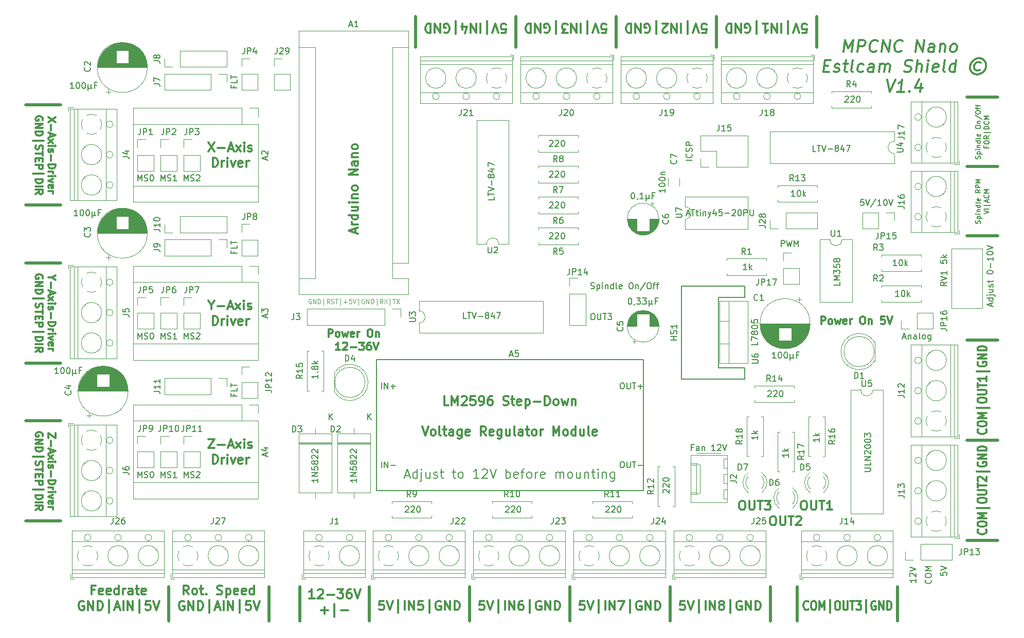
<source format=gto>
G04 #@! TF.GenerationSoftware,KiCad,Pcbnew,(5.0.2)-1*
G04 #@! TF.CreationDate,2019-11-07T20:44:56+01:00*
G04 #@! TF.ProjectId,MPCNC Nano Estlcam Shield,4d50434e-4320-44e6-916e-6f204573746c,1.4*
G04 #@! TF.SameCoordinates,Original*
G04 #@! TF.FileFunction,Legend,Top*
G04 #@! TF.FilePolarity,Positive*
%FSLAX46Y46*%
G04 Gerber Fmt 4.6, Leading zero omitted, Abs format (unit mm)*
G04 Created by KiCad (PCBNEW (5.0.2)-1) date 07.11.2019 20:44:56*
%MOMM*%
%LPD*%
G01*
G04 APERTURE LIST*
%ADD10C,0.150000*%
%ADD11C,0.125000*%
%ADD12C,0.300000*%
%ADD13C,0.500000*%
%ADD14C,0.200000*%
%ADD15C,0.120000*%
G04 APERTURE END LIST*
D10*
X205880476Y-94526666D02*
X206356666Y-94526666D01*
X205785238Y-94812380D02*
X206118571Y-93812380D01*
X206451904Y-94812380D01*
X206785238Y-94145714D02*
X206785238Y-94812380D01*
X206785238Y-94240952D02*
X206832857Y-94193333D01*
X206928095Y-94145714D01*
X207070952Y-94145714D01*
X207166190Y-94193333D01*
X207213809Y-94288571D01*
X207213809Y-94812380D01*
X208118571Y-94812380D02*
X208118571Y-94288571D01*
X208070952Y-94193333D01*
X207975714Y-94145714D01*
X207785238Y-94145714D01*
X207690000Y-94193333D01*
X208118571Y-94764761D02*
X208023333Y-94812380D01*
X207785238Y-94812380D01*
X207690000Y-94764761D01*
X207642380Y-94669523D01*
X207642380Y-94574285D01*
X207690000Y-94479047D01*
X207785238Y-94431428D01*
X208023333Y-94431428D01*
X208118571Y-94383809D01*
X208737619Y-94812380D02*
X208642380Y-94764761D01*
X208594761Y-94669523D01*
X208594761Y-93812380D01*
X209261428Y-94812380D02*
X209166190Y-94764761D01*
X209118571Y-94717142D01*
X209070952Y-94621904D01*
X209070952Y-94336190D01*
X209118571Y-94240952D01*
X209166190Y-94193333D01*
X209261428Y-94145714D01*
X209404285Y-94145714D01*
X209499523Y-94193333D01*
X209547142Y-94240952D01*
X209594761Y-94336190D01*
X209594761Y-94621904D01*
X209547142Y-94717142D01*
X209499523Y-94764761D01*
X209404285Y-94812380D01*
X209261428Y-94812380D01*
X210451904Y-94145714D02*
X210451904Y-94955238D01*
X210404285Y-95050476D01*
X210356666Y-95098095D01*
X210261428Y-95145714D01*
X210118571Y-95145714D01*
X210023333Y-95098095D01*
X210451904Y-94764761D02*
X210356666Y-94812380D01*
X210166190Y-94812380D01*
X210070952Y-94764761D01*
X210023333Y-94717142D01*
X209975714Y-94621904D01*
X209975714Y-94336190D01*
X210023333Y-94240952D01*
X210070952Y-94193333D01*
X210166190Y-94145714D01*
X210356666Y-94145714D01*
X210451904Y-94193333D01*
X95723571Y-103892857D02*
X95723571Y-104226190D01*
X96247380Y-104226190D02*
X95247380Y-104226190D01*
X95247380Y-103750000D01*
X96247380Y-102892857D02*
X96247380Y-103369047D01*
X95247380Y-103369047D01*
X95247380Y-102702380D02*
X95247380Y-102130952D01*
X96247380Y-102416666D02*
X95247380Y-102416666D01*
X95723571Y-80397857D02*
X95723571Y-80731190D01*
X96247380Y-80731190D02*
X95247380Y-80731190D01*
X95247380Y-80255000D01*
X96247380Y-79397857D02*
X96247380Y-79874047D01*
X95247380Y-79874047D01*
X95247380Y-79207380D02*
X95247380Y-78635952D01*
X96247380Y-78921666D02*
X95247380Y-78921666D01*
X95723571Y-53092857D02*
X95723571Y-53426190D01*
X96247380Y-53426190D02*
X95247380Y-53426190D01*
X95247380Y-52950000D01*
X96247380Y-52092857D02*
X96247380Y-52569047D01*
X95247380Y-52569047D01*
X95247380Y-51902380D02*
X95247380Y-51330952D01*
X96247380Y-51616666D02*
X95247380Y-51616666D01*
X185830238Y-79572380D02*
X185830238Y-78572380D01*
X186211190Y-78572380D01*
X186306428Y-78620000D01*
X186354047Y-78667619D01*
X186401666Y-78762857D01*
X186401666Y-78905714D01*
X186354047Y-79000952D01*
X186306428Y-79048571D01*
X186211190Y-79096190D01*
X185830238Y-79096190D01*
X186735000Y-78572380D02*
X186973095Y-79572380D01*
X187163571Y-78858095D01*
X187354047Y-79572380D01*
X187592142Y-78572380D01*
X187973095Y-79572380D02*
X187973095Y-78572380D01*
X188306428Y-79286666D01*
X188639761Y-78572380D01*
X188639761Y-79572380D01*
X199409761Y-71802380D02*
X198933571Y-71802380D01*
X198885952Y-72278571D01*
X198933571Y-72230952D01*
X199028809Y-72183333D01*
X199266904Y-72183333D01*
X199362142Y-72230952D01*
X199409761Y-72278571D01*
X199457380Y-72373809D01*
X199457380Y-72611904D01*
X199409761Y-72707142D01*
X199362142Y-72754761D01*
X199266904Y-72802380D01*
X199028809Y-72802380D01*
X198933571Y-72754761D01*
X198885952Y-72707142D01*
X199743095Y-71802380D02*
X200076428Y-72802380D01*
X200409761Y-71802380D01*
X201457380Y-71754761D02*
X200600238Y-73040476D01*
X202314523Y-72802380D02*
X201743095Y-72802380D01*
X202028809Y-72802380D02*
X202028809Y-71802380D01*
X201933571Y-71945238D01*
X201838333Y-72040476D01*
X201743095Y-72088095D01*
X202933571Y-71802380D02*
X203028809Y-71802380D01*
X203124047Y-71850000D01*
X203171666Y-71897619D01*
X203219285Y-71992857D01*
X203266904Y-72183333D01*
X203266904Y-72421428D01*
X203219285Y-72611904D01*
X203171666Y-72707142D01*
X203124047Y-72754761D01*
X203028809Y-72802380D01*
X202933571Y-72802380D01*
X202838333Y-72754761D01*
X202790714Y-72707142D01*
X202743095Y-72611904D01*
X202695476Y-72421428D01*
X202695476Y-72183333D01*
X202743095Y-71992857D01*
X202790714Y-71897619D01*
X202838333Y-71850000D01*
X202933571Y-71802380D01*
X203552619Y-71802380D02*
X203885952Y-72802380D01*
X204219285Y-71802380D01*
X171177380Y-65356190D02*
X170177380Y-65356190D01*
X171082142Y-64308571D02*
X171129761Y-64356190D01*
X171177380Y-64499047D01*
X171177380Y-64594285D01*
X171129761Y-64737142D01*
X171034523Y-64832380D01*
X170939285Y-64880000D01*
X170748809Y-64927619D01*
X170605952Y-64927619D01*
X170415476Y-64880000D01*
X170320238Y-64832380D01*
X170225000Y-64737142D01*
X170177380Y-64594285D01*
X170177380Y-64499047D01*
X170225000Y-64356190D01*
X170272619Y-64308571D01*
X171129761Y-63927619D02*
X171177380Y-63784761D01*
X171177380Y-63546666D01*
X171129761Y-63451428D01*
X171082142Y-63403809D01*
X170986904Y-63356190D01*
X170891666Y-63356190D01*
X170796428Y-63403809D01*
X170748809Y-63451428D01*
X170701190Y-63546666D01*
X170653571Y-63737142D01*
X170605952Y-63832380D01*
X170558333Y-63880000D01*
X170463095Y-63927619D01*
X170367857Y-63927619D01*
X170272619Y-63880000D01*
X170225000Y-63832380D01*
X170177380Y-63737142D01*
X170177380Y-63499047D01*
X170225000Y-63356190D01*
X171177380Y-62927619D02*
X170177380Y-62927619D01*
X170177380Y-62546666D01*
X170225000Y-62451428D01*
X170272619Y-62403809D01*
X170367857Y-62356190D01*
X170510714Y-62356190D01*
X170605952Y-62403809D01*
X170653571Y-62451428D01*
X170701190Y-62546666D01*
X170701190Y-62927619D01*
X154741071Y-90637380D02*
X154931547Y-90637380D01*
X155026785Y-90685000D01*
X155122023Y-90780238D01*
X155169642Y-90970714D01*
X155169642Y-91304047D01*
X155122023Y-91494523D01*
X155026785Y-91589761D01*
X154931547Y-91637380D01*
X154741071Y-91637380D01*
X154645833Y-91589761D01*
X154550595Y-91494523D01*
X154502976Y-91304047D01*
X154502976Y-90970714D01*
X154550595Y-90780238D01*
X154645833Y-90685000D01*
X154741071Y-90637380D01*
X155598214Y-90637380D02*
X155598214Y-91446904D01*
X155645833Y-91542142D01*
X155693452Y-91589761D01*
X155788690Y-91637380D01*
X155979166Y-91637380D01*
X156074404Y-91589761D01*
X156122023Y-91542142D01*
X156169642Y-91446904D01*
X156169642Y-90637380D01*
X156502976Y-90637380D02*
X157074404Y-90637380D01*
X156788690Y-91637380D02*
X156788690Y-90637380D01*
X157312500Y-90637380D02*
X157931547Y-90637380D01*
X157598214Y-91018333D01*
X157741071Y-91018333D01*
X157836309Y-91065952D01*
X157883928Y-91113571D01*
X157931547Y-91208809D01*
X157931547Y-91446904D01*
X157883928Y-91542142D01*
X157836309Y-91589761D01*
X157741071Y-91637380D01*
X157455357Y-91637380D01*
X157360119Y-91589761D01*
X157312500Y-91542142D01*
X154502976Y-86509761D02*
X154645833Y-86557380D01*
X154883928Y-86557380D01*
X154979166Y-86509761D01*
X155026785Y-86462142D01*
X155074404Y-86366904D01*
X155074404Y-86271666D01*
X155026785Y-86176428D01*
X154979166Y-86128809D01*
X154883928Y-86081190D01*
X154693452Y-86033571D01*
X154598214Y-85985952D01*
X154550595Y-85938333D01*
X154502976Y-85843095D01*
X154502976Y-85747857D01*
X154550595Y-85652619D01*
X154598214Y-85605000D01*
X154693452Y-85557380D01*
X154931547Y-85557380D01*
X155074404Y-85605000D01*
X155502976Y-85890714D02*
X155502976Y-86890714D01*
X155502976Y-85938333D02*
X155598214Y-85890714D01*
X155788690Y-85890714D01*
X155883928Y-85938333D01*
X155931547Y-85985952D01*
X155979166Y-86081190D01*
X155979166Y-86366904D01*
X155931547Y-86462142D01*
X155883928Y-86509761D01*
X155788690Y-86557380D01*
X155598214Y-86557380D01*
X155502976Y-86509761D01*
X156407738Y-86557380D02*
X156407738Y-85890714D01*
X156407738Y-85557380D02*
X156360119Y-85605000D01*
X156407738Y-85652619D01*
X156455357Y-85605000D01*
X156407738Y-85557380D01*
X156407738Y-85652619D01*
X156883928Y-85890714D02*
X156883928Y-86557380D01*
X156883928Y-85985952D02*
X156931547Y-85938333D01*
X157026785Y-85890714D01*
X157169642Y-85890714D01*
X157264880Y-85938333D01*
X157312500Y-86033571D01*
X157312500Y-86557380D01*
X158217261Y-86557380D02*
X158217261Y-85557380D01*
X158217261Y-86509761D02*
X158122023Y-86557380D01*
X157931547Y-86557380D01*
X157836309Y-86509761D01*
X157788690Y-86462142D01*
X157741071Y-86366904D01*
X157741071Y-86081190D01*
X157788690Y-85985952D01*
X157836309Y-85938333D01*
X157931547Y-85890714D01*
X158122023Y-85890714D01*
X158217261Y-85938333D01*
X158836309Y-86557380D02*
X158741071Y-86509761D01*
X158693452Y-86414523D01*
X158693452Y-85557380D01*
X159598214Y-86509761D02*
X159502976Y-86557380D01*
X159312500Y-86557380D01*
X159217261Y-86509761D01*
X159169642Y-86414523D01*
X159169642Y-86033571D01*
X159217261Y-85938333D01*
X159312500Y-85890714D01*
X159502976Y-85890714D01*
X159598214Y-85938333D01*
X159645833Y-86033571D01*
X159645833Y-86128809D01*
X159169642Y-86224047D01*
X161026785Y-85557380D02*
X161217261Y-85557380D01*
X161312500Y-85605000D01*
X161407738Y-85700238D01*
X161455357Y-85890714D01*
X161455357Y-86224047D01*
X161407738Y-86414523D01*
X161312500Y-86509761D01*
X161217261Y-86557380D01*
X161026785Y-86557380D01*
X160931547Y-86509761D01*
X160836309Y-86414523D01*
X160788690Y-86224047D01*
X160788690Y-85890714D01*
X160836309Y-85700238D01*
X160931547Y-85605000D01*
X161026785Y-85557380D01*
X161883928Y-85890714D02*
X161883928Y-86557380D01*
X161883928Y-85985952D02*
X161931547Y-85938333D01*
X162026785Y-85890714D01*
X162169642Y-85890714D01*
X162264880Y-85938333D01*
X162312500Y-86033571D01*
X162312500Y-86557380D01*
X163502976Y-85509761D02*
X162645833Y-86795476D01*
X164026785Y-85557380D02*
X164217261Y-85557380D01*
X164312500Y-85605000D01*
X164407738Y-85700238D01*
X164455357Y-85890714D01*
X164455357Y-86224047D01*
X164407738Y-86414523D01*
X164312500Y-86509761D01*
X164217261Y-86557380D01*
X164026785Y-86557380D01*
X163931547Y-86509761D01*
X163836309Y-86414523D01*
X163788690Y-86224047D01*
X163788690Y-85890714D01*
X163836309Y-85700238D01*
X163931547Y-85605000D01*
X164026785Y-85557380D01*
X164741071Y-85890714D02*
X165122023Y-85890714D01*
X164883928Y-86557380D02*
X164883928Y-85700238D01*
X164931547Y-85605000D01*
X165026785Y-85557380D01*
X165122023Y-85557380D01*
X165312500Y-85890714D02*
X165693452Y-85890714D01*
X165455357Y-86557380D02*
X165455357Y-85700238D01*
X165502976Y-85605000D01*
X165598214Y-85557380D01*
X165693452Y-85557380D01*
X212087380Y-133285476D02*
X212087380Y-133761666D01*
X212563571Y-133809285D01*
X212515952Y-133761666D01*
X212468333Y-133666428D01*
X212468333Y-133428333D01*
X212515952Y-133333095D01*
X212563571Y-133285476D01*
X212658809Y-133237857D01*
X212896904Y-133237857D01*
X212992142Y-133285476D01*
X213039761Y-133333095D01*
X213087380Y-133428333D01*
X213087380Y-133666428D01*
X213039761Y-133761666D01*
X212992142Y-133809285D01*
X212087380Y-132952142D02*
X213087380Y-132618809D01*
X212087380Y-132285476D01*
X210452142Y-134515714D02*
X210499761Y-134563333D01*
X210547380Y-134706190D01*
X210547380Y-134801428D01*
X210499761Y-134944285D01*
X210404523Y-135039523D01*
X210309285Y-135087142D01*
X210118809Y-135134761D01*
X209975952Y-135134761D01*
X209785476Y-135087142D01*
X209690238Y-135039523D01*
X209595000Y-134944285D01*
X209547380Y-134801428D01*
X209547380Y-134706190D01*
X209595000Y-134563333D01*
X209642619Y-134515714D01*
X209547380Y-133896666D02*
X209547380Y-133706190D01*
X209595000Y-133610952D01*
X209690238Y-133515714D01*
X209880714Y-133468095D01*
X210214047Y-133468095D01*
X210404523Y-133515714D01*
X210499761Y-133610952D01*
X210547380Y-133706190D01*
X210547380Y-133896666D01*
X210499761Y-133991904D01*
X210404523Y-134087142D01*
X210214047Y-134134761D01*
X209880714Y-134134761D01*
X209690238Y-134087142D01*
X209595000Y-133991904D01*
X209547380Y-133896666D01*
X210547380Y-133039523D02*
X209547380Y-133039523D01*
X210261666Y-132706190D01*
X209547380Y-132372857D01*
X210547380Y-132372857D01*
X208007380Y-134349047D02*
X208007380Y-134920476D01*
X208007380Y-134634761D02*
X207007380Y-134634761D01*
X207150238Y-134730000D01*
X207245476Y-134825238D01*
X207293095Y-134920476D01*
X207102619Y-133968095D02*
X207055000Y-133920476D01*
X207007380Y-133825238D01*
X207007380Y-133587142D01*
X207055000Y-133491904D01*
X207102619Y-133444285D01*
X207197857Y-133396666D01*
X207293095Y-133396666D01*
X207435952Y-133444285D01*
X208007380Y-134015714D01*
X208007380Y-133396666D01*
X207007380Y-133110952D02*
X208007380Y-132777619D01*
X207007380Y-132444285D01*
D11*
X108444285Y-88270000D02*
X108372857Y-88234285D01*
X108265714Y-88234285D01*
X108158571Y-88270000D01*
X108087142Y-88341428D01*
X108051428Y-88412857D01*
X108015714Y-88555714D01*
X108015714Y-88662857D01*
X108051428Y-88805714D01*
X108087142Y-88877142D01*
X108158571Y-88948571D01*
X108265714Y-88984285D01*
X108337142Y-88984285D01*
X108444285Y-88948571D01*
X108479999Y-88912857D01*
X108479999Y-88662857D01*
X108337142Y-88662857D01*
X108801428Y-88984285D02*
X108801428Y-88234285D01*
X109229999Y-88984285D01*
X109229999Y-88234285D01*
X109587142Y-88984285D02*
X109587142Y-88234285D01*
X109765714Y-88234285D01*
X109872857Y-88270000D01*
X109944285Y-88341428D01*
X109979999Y-88412857D01*
X110015714Y-88555714D01*
X110015714Y-88662857D01*
X109979999Y-88805714D01*
X109944285Y-88877142D01*
X109872857Y-88948571D01*
X109765714Y-88984285D01*
X109587142Y-88984285D01*
X110515714Y-89234285D02*
X110515714Y-88162857D01*
X111479999Y-88984285D02*
X111229999Y-88627142D01*
X111051428Y-88984285D02*
X111051428Y-88234285D01*
X111337142Y-88234285D01*
X111408571Y-88270000D01*
X111444285Y-88305714D01*
X111479999Y-88377142D01*
X111479999Y-88484285D01*
X111444285Y-88555714D01*
X111408571Y-88591428D01*
X111337142Y-88627142D01*
X111051428Y-88627142D01*
X111765714Y-88948571D02*
X111872857Y-88984285D01*
X112051428Y-88984285D01*
X112122857Y-88948571D01*
X112158571Y-88912857D01*
X112194285Y-88841428D01*
X112194285Y-88770000D01*
X112158571Y-88698571D01*
X112122857Y-88662857D01*
X112051428Y-88627142D01*
X111908571Y-88591428D01*
X111837142Y-88555714D01*
X111801428Y-88520000D01*
X111765714Y-88448571D01*
X111765714Y-88377142D01*
X111801428Y-88305714D01*
X111837142Y-88270000D01*
X111908571Y-88234285D01*
X112087142Y-88234285D01*
X112194285Y-88270000D01*
X112408571Y-88234285D02*
X112837142Y-88234285D01*
X112622857Y-88984285D02*
X112622857Y-88234285D01*
X113265714Y-89234285D02*
X113265714Y-88162857D01*
X113801428Y-88698571D02*
X114372857Y-88698571D01*
X114087142Y-88984285D02*
X114087142Y-88412857D01*
X115087142Y-88234285D02*
X114729999Y-88234285D01*
X114694285Y-88591428D01*
X114729999Y-88555714D01*
X114801428Y-88520000D01*
X114979999Y-88520000D01*
X115051428Y-88555714D01*
X115087142Y-88591428D01*
X115122857Y-88662857D01*
X115122857Y-88841428D01*
X115087142Y-88912857D01*
X115051428Y-88948571D01*
X114979999Y-88984285D01*
X114801428Y-88984285D01*
X114729999Y-88948571D01*
X114694285Y-88912857D01*
X115337142Y-88234285D02*
X115587142Y-88984285D01*
X115837142Y-88234285D01*
X116265714Y-89234285D02*
X116265714Y-88162857D01*
X117194285Y-88270000D02*
X117122857Y-88234285D01*
X117015714Y-88234285D01*
X116908571Y-88270000D01*
X116837142Y-88341428D01*
X116801428Y-88412857D01*
X116765714Y-88555714D01*
X116765714Y-88662857D01*
X116801428Y-88805714D01*
X116837142Y-88877142D01*
X116908571Y-88948571D01*
X117015714Y-88984285D01*
X117087142Y-88984285D01*
X117194285Y-88948571D01*
X117229999Y-88912857D01*
X117229999Y-88662857D01*
X117087142Y-88662857D01*
X117551428Y-88984285D02*
X117551428Y-88234285D01*
X117979999Y-88984285D01*
X117979999Y-88234285D01*
X118337142Y-88984285D02*
X118337142Y-88234285D01*
X118515714Y-88234285D01*
X118622857Y-88270000D01*
X118694285Y-88341428D01*
X118729999Y-88412857D01*
X118765714Y-88555714D01*
X118765714Y-88662857D01*
X118729999Y-88805714D01*
X118694285Y-88877142D01*
X118622857Y-88948571D01*
X118515714Y-88984285D01*
X118337142Y-88984285D01*
X119265714Y-89234285D02*
X119265714Y-88162857D01*
X120229999Y-88984285D02*
X119979999Y-88627142D01*
X119801428Y-88984285D02*
X119801428Y-88234285D01*
X120087142Y-88234285D01*
X120158571Y-88270000D01*
X120194285Y-88305714D01*
X120229999Y-88377142D01*
X120229999Y-88484285D01*
X120194285Y-88555714D01*
X120158571Y-88591428D01*
X120087142Y-88627142D01*
X119801428Y-88627142D01*
X120479999Y-88234285D02*
X120979999Y-88984285D01*
X120979999Y-88234285D02*
X120479999Y-88984285D01*
X121444285Y-89234285D02*
X121444285Y-88162857D01*
X121872857Y-88234285D02*
X122301428Y-88234285D01*
X122087142Y-88984285D02*
X122087142Y-88234285D01*
X122479999Y-88234285D02*
X122979999Y-88984285D01*
X122979999Y-88234285D02*
X122479999Y-88984285D01*
D12*
X179305714Y-121478571D02*
X179591428Y-121478571D01*
X179734285Y-121550000D01*
X179877142Y-121692857D01*
X179948571Y-121978571D01*
X179948571Y-122478571D01*
X179877142Y-122764285D01*
X179734285Y-122907142D01*
X179591428Y-122978571D01*
X179305714Y-122978571D01*
X179162857Y-122907142D01*
X179020000Y-122764285D01*
X178948571Y-122478571D01*
X178948571Y-121978571D01*
X179020000Y-121692857D01*
X179162857Y-121550000D01*
X179305714Y-121478571D01*
X180591428Y-121478571D02*
X180591428Y-122692857D01*
X180662857Y-122835714D01*
X180734285Y-122907142D01*
X180877142Y-122978571D01*
X181162857Y-122978571D01*
X181305714Y-122907142D01*
X181377142Y-122835714D01*
X181448571Y-122692857D01*
X181448571Y-121478571D01*
X181948571Y-121478571D02*
X182805714Y-121478571D01*
X182377142Y-122978571D02*
X182377142Y-121478571D01*
X183162857Y-121478571D02*
X184091428Y-121478571D01*
X183591428Y-122050000D01*
X183805714Y-122050000D01*
X183948571Y-122121428D01*
X184020000Y-122192857D01*
X184091428Y-122335714D01*
X184091428Y-122692857D01*
X184020000Y-122835714D01*
X183948571Y-122907142D01*
X183805714Y-122978571D01*
X183377142Y-122978571D01*
X183234285Y-122907142D01*
X183162857Y-122835714D01*
X184385714Y-124018571D02*
X184671428Y-124018571D01*
X184814285Y-124090000D01*
X184957142Y-124232857D01*
X185028571Y-124518571D01*
X185028571Y-125018571D01*
X184957142Y-125304285D01*
X184814285Y-125447142D01*
X184671428Y-125518571D01*
X184385714Y-125518571D01*
X184242857Y-125447142D01*
X184100000Y-125304285D01*
X184028571Y-125018571D01*
X184028571Y-124518571D01*
X184100000Y-124232857D01*
X184242857Y-124090000D01*
X184385714Y-124018571D01*
X185671428Y-124018571D02*
X185671428Y-125232857D01*
X185742857Y-125375714D01*
X185814285Y-125447142D01*
X185957142Y-125518571D01*
X186242857Y-125518571D01*
X186385714Y-125447142D01*
X186457142Y-125375714D01*
X186528571Y-125232857D01*
X186528571Y-124018571D01*
X187028571Y-124018571D02*
X187885714Y-124018571D01*
X187457142Y-125518571D02*
X187457142Y-124018571D01*
X188314285Y-124161428D02*
X188385714Y-124090000D01*
X188528571Y-124018571D01*
X188885714Y-124018571D01*
X189028571Y-124090000D01*
X189100000Y-124161428D01*
X189171428Y-124304285D01*
X189171428Y-124447142D01*
X189100000Y-124661428D01*
X188242857Y-125518571D01*
X189171428Y-125518571D01*
X189465714Y-121478571D02*
X189751428Y-121478571D01*
X189894285Y-121550000D01*
X190037142Y-121692857D01*
X190108571Y-121978571D01*
X190108571Y-122478571D01*
X190037142Y-122764285D01*
X189894285Y-122907142D01*
X189751428Y-122978571D01*
X189465714Y-122978571D01*
X189322857Y-122907142D01*
X189180000Y-122764285D01*
X189108571Y-122478571D01*
X189108571Y-121978571D01*
X189180000Y-121692857D01*
X189322857Y-121550000D01*
X189465714Y-121478571D01*
X190751428Y-121478571D02*
X190751428Y-122692857D01*
X190822857Y-122835714D01*
X190894285Y-122907142D01*
X191037142Y-122978571D01*
X191322857Y-122978571D01*
X191465714Y-122907142D01*
X191537142Y-122835714D01*
X191608571Y-122692857D01*
X191608571Y-121478571D01*
X192108571Y-121478571D02*
X192965714Y-121478571D01*
X192537142Y-122978571D02*
X192537142Y-121478571D01*
X194251428Y-122978571D02*
X193394285Y-122978571D01*
X193822857Y-122978571D02*
X193822857Y-121478571D01*
X193680000Y-121692857D01*
X193537142Y-121835714D01*
X193394285Y-121907142D01*
D10*
X220421666Y-89382619D02*
X220421666Y-88906428D01*
X220707380Y-89477857D02*
X219707380Y-89144523D01*
X220707380Y-88811190D01*
X220707380Y-88049285D02*
X219707380Y-88049285D01*
X220659761Y-88049285D02*
X220707380Y-88144523D01*
X220707380Y-88335000D01*
X220659761Y-88430238D01*
X220612142Y-88477857D01*
X220516904Y-88525476D01*
X220231190Y-88525476D01*
X220135952Y-88477857D01*
X220088333Y-88430238D01*
X220040714Y-88335000D01*
X220040714Y-88144523D01*
X220088333Y-88049285D01*
X220040714Y-87573095D02*
X220897857Y-87573095D01*
X220993095Y-87620714D01*
X221040714Y-87715952D01*
X221040714Y-87763571D01*
X219707380Y-87573095D02*
X219755000Y-87620714D01*
X219802619Y-87573095D01*
X219755000Y-87525476D01*
X219707380Y-87573095D01*
X219802619Y-87573095D01*
X220040714Y-86668333D02*
X220707380Y-86668333D01*
X220040714Y-87096904D02*
X220564523Y-87096904D01*
X220659761Y-87049285D01*
X220707380Y-86954047D01*
X220707380Y-86811190D01*
X220659761Y-86715952D01*
X220612142Y-86668333D01*
X220659761Y-86239761D02*
X220707380Y-86144523D01*
X220707380Y-85954047D01*
X220659761Y-85858809D01*
X220564523Y-85811190D01*
X220516904Y-85811190D01*
X220421666Y-85858809D01*
X220374047Y-85954047D01*
X220374047Y-86096904D01*
X220326428Y-86192142D01*
X220231190Y-86239761D01*
X220183571Y-86239761D01*
X220088333Y-86192142D01*
X220040714Y-86096904D01*
X220040714Y-85954047D01*
X220088333Y-85858809D01*
X220040714Y-85525476D02*
X220040714Y-85144523D01*
X219707380Y-85382619D02*
X220564523Y-85382619D01*
X220659761Y-85335000D01*
X220707380Y-85239761D01*
X220707380Y-85144523D01*
X219707380Y-83858809D02*
X219707380Y-83763571D01*
X219755000Y-83668333D01*
X219802619Y-83620714D01*
X219897857Y-83573095D01*
X220088333Y-83525476D01*
X220326428Y-83525476D01*
X220516904Y-83573095D01*
X220612142Y-83620714D01*
X220659761Y-83668333D01*
X220707380Y-83763571D01*
X220707380Y-83858809D01*
X220659761Y-83954047D01*
X220612142Y-84001666D01*
X220516904Y-84049285D01*
X220326428Y-84096904D01*
X220088333Y-84096904D01*
X219897857Y-84049285D01*
X219802619Y-84001666D01*
X219755000Y-83954047D01*
X219707380Y-83858809D01*
X220326428Y-83096904D02*
X220326428Y-82335000D01*
X220707380Y-81335000D02*
X220707380Y-81906428D01*
X220707380Y-81620714D02*
X219707380Y-81620714D01*
X219850238Y-81715952D01*
X219945476Y-81811190D01*
X219993095Y-81906428D01*
X219707380Y-80715952D02*
X219707380Y-80620714D01*
X219755000Y-80525476D01*
X219802619Y-80477857D01*
X219897857Y-80430238D01*
X220088333Y-80382619D01*
X220326428Y-80382619D01*
X220516904Y-80430238D01*
X220612142Y-80477857D01*
X220659761Y-80525476D01*
X220707380Y-80620714D01*
X220707380Y-80715952D01*
X220659761Y-80811190D01*
X220612142Y-80858809D01*
X220516904Y-80906428D01*
X220326428Y-80954047D01*
X220088333Y-80954047D01*
X219897857Y-80906428D01*
X219802619Y-80858809D01*
X219755000Y-80811190D01*
X219707380Y-80715952D01*
X219707380Y-80096904D02*
X220707380Y-79763571D01*
X219707380Y-79430238D01*
X171376190Y-112703571D02*
X171042857Y-112703571D01*
X171042857Y-113227380D02*
X171042857Y-112227380D01*
X171519047Y-112227380D01*
X172328571Y-113227380D02*
X172328571Y-112703571D01*
X172280952Y-112608333D01*
X172185714Y-112560714D01*
X171995238Y-112560714D01*
X171900000Y-112608333D01*
X172328571Y-113179761D02*
X172233333Y-113227380D01*
X171995238Y-113227380D01*
X171900000Y-113179761D01*
X171852380Y-113084523D01*
X171852380Y-112989285D01*
X171900000Y-112894047D01*
X171995238Y-112846428D01*
X172233333Y-112846428D01*
X172328571Y-112798809D01*
X172804761Y-112560714D02*
X172804761Y-113227380D01*
X172804761Y-112655952D02*
X172852380Y-112608333D01*
X172947619Y-112560714D01*
X173090476Y-112560714D01*
X173185714Y-112608333D01*
X173233333Y-112703571D01*
X173233333Y-113227380D01*
X174995238Y-113227380D02*
X174423809Y-113227380D01*
X174709523Y-113227380D02*
X174709523Y-112227380D01*
X174614285Y-112370238D01*
X174519047Y-112465476D01*
X174423809Y-112513095D01*
X175376190Y-112322619D02*
X175423809Y-112275000D01*
X175519047Y-112227380D01*
X175757142Y-112227380D01*
X175852380Y-112275000D01*
X175900000Y-112322619D01*
X175947619Y-112417857D01*
X175947619Y-112513095D01*
X175900000Y-112655952D01*
X175328571Y-113227380D01*
X175947619Y-113227380D01*
X176233333Y-112227380D02*
X176566666Y-113227380D01*
X176900000Y-112227380D01*
X87524285Y-68777380D02*
X87524285Y-67777380D01*
X87857619Y-68491666D01*
X88190952Y-67777380D01*
X88190952Y-68777380D01*
X88619523Y-68729761D02*
X88762380Y-68777380D01*
X89000476Y-68777380D01*
X89095714Y-68729761D01*
X89143333Y-68682142D01*
X89190952Y-68586904D01*
X89190952Y-68491666D01*
X89143333Y-68396428D01*
X89095714Y-68348809D01*
X89000476Y-68301190D01*
X88810000Y-68253571D01*
X88714761Y-68205952D01*
X88667142Y-68158333D01*
X88619523Y-68063095D01*
X88619523Y-67967857D01*
X88667142Y-67872619D01*
X88714761Y-67825000D01*
X88810000Y-67777380D01*
X89048095Y-67777380D01*
X89190952Y-67825000D01*
X89571904Y-67872619D02*
X89619523Y-67825000D01*
X89714761Y-67777380D01*
X89952857Y-67777380D01*
X90048095Y-67825000D01*
X90095714Y-67872619D01*
X90143333Y-67967857D01*
X90143333Y-68063095D01*
X90095714Y-68205952D01*
X89524285Y-68777380D01*
X90143333Y-68777380D01*
X87524285Y-94812380D02*
X87524285Y-93812380D01*
X87857619Y-94526666D01*
X88190952Y-93812380D01*
X88190952Y-94812380D01*
X88619523Y-94764761D02*
X88762380Y-94812380D01*
X89000476Y-94812380D01*
X89095714Y-94764761D01*
X89143333Y-94717142D01*
X89190952Y-94621904D01*
X89190952Y-94526666D01*
X89143333Y-94431428D01*
X89095714Y-94383809D01*
X89000476Y-94336190D01*
X88810000Y-94288571D01*
X88714761Y-94240952D01*
X88667142Y-94193333D01*
X88619523Y-94098095D01*
X88619523Y-94002857D01*
X88667142Y-93907619D01*
X88714761Y-93860000D01*
X88810000Y-93812380D01*
X89048095Y-93812380D01*
X89190952Y-93860000D01*
X89571904Y-93907619D02*
X89619523Y-93860000D01*
X89714761Y-93812380D01*
X89952857Y-93812380D01*
X90048095Y-93860000D01*
X90095714Y-93907619D01*
X90143333Y-94002857D01*
X90143333Y-94098095D01*
X90095714Y-94240952D01*
X89524285Y-94812380D01*
X90143333Y-94812380D01*
X87524285Y-117672380D02*
X87524285Y-116672380D01*
X87857619Y-117386666D01*
X88190952Y-116672380D01*
X88190952Y-117672380D01*
X88619523Y-117624761D02*
X88762380Y-117672380D01*
X89000476Y-117672380D01*
X89095714Y-117624761D01*
X89143333Y-117577142D01*
X89190952Y-117481904D01*
X89190952Y-117386666D01*
X89143333Y-117291428D01*
X89095714Y-117243809D01*
X89000476Y-117196190D01*
X88810000Y-117148571D01*
X88714761Y-117100952D01*
X88667142Y-117053333D01*
X88619523Y-116958095D01*
X88619523Y-116862857D01*
X88667142Y-116767619D01*
X88714761Y-116720000D01*
X88810000Y-116672380D01*
X89048095Y-116672380D01*
X89190952Y-116720000D01*
X89571904Y-116767619D02*
X89619523Y-116720000D01*
X89714761Y-116672380D01*
X89952857Y-116672380D01*
X90048095Y-116720000D01*
X90095714Y-116767619D01*
X90143333Y-116862857D01*
X90143333Y-116958095D01*
X90095714Y-117100952D01*
X89524285Y-117672380D01*
X90143333Y-117672380D01*
X83714285Y-117672380D02*
X83714285Y-116672380D01*
X84047619Y-117386666D01*
X84380952Y-116672380D01*
X84380952Y-117672380D01*
X84809523Y-117624761D02*
X84952380Y-117672380D01*
X85190476Y-117672380D01*
X85285714Y-117624761D01*
X85333333Y-117577142D01*
X85380952Y-117481904D01*
X85380952Y-117386666D01*
X85333333Y-117291428D01*
X85285714Y-117243809D01*
X85190476Y-117196190D01*
X85000000Y-117148571D01*
X84904761Y-117100952D01*
X84857142Y-117053333D01*
X84809523Y-116958095D01*
X84809523Y-116862857D01*
X84857142Y-116767619D01*
X84904761Y-116720000D01*
X85000000Y-116672380D01*
X85238095Y-116672380D01*
X85380952Y-116720000D01*
X86333333Y-117672380D02*
X85761904Y-117672380D01*
X86047619Y-117672380D02*
X86047619Y-116672380D01*
X85952380Y-116815238D01*
X85857142Y-116910476D01*
X85761904Y-116958095D01*
X83714285Y-94812380D02*
X83714285Y-93812380D01*
X84047619Y-94526666D01*
X84380952Y-93812380D01*
X84380952Y-94812380D01*
X84809523Y-94764761D02*
X84952380Y-94812380D01*
X85190476Y-94812380D01*
X85285714Y-94764761D01*
X85333333Y-94717142D01*
X85380952Y-94621904D01*
X85380952Y-94526666D01*
X85333333Y-94431428D01*
X85285714Y-94383809D01*
X85190476Y-94336190D01*
X85000000Y-94288571D01*
X84904761Y-94240952D01*
X84857142Y-94193333D01*
X84809523Y-94098095D01*
X84809523Y-94002857D01*
X84857142Y-93907619D01*
X84904761Y-93860000D01*
X85000000Y-93812380D01*
X85238095Y-93812380D01*
X85380952Y-93860000D01*
X86333333Y-94812380D02*
X85761904Y-94812380D01*
X86047619Y-94812380D02*
X86047619Y-93812380D01*
X85952380Y-93955238D01*
X85857142Y-94050476D01*
X85761904Y-94098095D01*
X79904285Y-117672380D02*
X79904285Y-116672380D01*
X80237619Y-117386666D01*
X80570952Y-116672380D01*
X80570952Y-117672380D01*
X80999523Y-117624761D02*
X81142380Y-117672380D01*
X81380476Y-117672380D01*
X81475714Y-117624761D01*
X81523333Y-117577142D01*
X81570952Y-117481904D01*
X81570952Y-117386666D01*
X81523333Y-117291428D01*
X81475714Y-117243809D01*
X81380476Y-117196190D01*
X81190000Y-117148571D01*
X81094761Y-117100952D01*
X81047142Y-117053333D01*
X80999523Y-116958095D01*
X80999523Y-116862857D01*
X81047142Y-116767619D01*
X81094761Y-116720000D01*
X81190000Y-116672380D01*
X81428095Y-116672380D01*
X81570952Y-116720000D01*
X82190000Y-116672380D02*
X82285238Y-116672380D01*
X82380476Y-116720000D01*
X82428095Y-116767619D01*
X82475714Y-116862857D01*
X82523333Y-117053333D01*
X82523333Y-117291428D01*
X82475714Y-117481904D01*
X82428095Y-117577142D01*
X82380476Y-117624761D01*
X82285238Y-117672380D01*
X82190000Y-117672380D01*
X82094761Y-117624761D01*
X82047142Y-117577142D01*
X81999523Y-117481904D01*
X81951904Y-117291428D01*
X81951904Y-117053333D01*
X81999523Y-116862857D01*
X82047142Y-116767619D01*
X82094761Y-116720000D01*
X82190000Y-116672380D01*
X79904285Y-94812380D02*
X79904285Y-93812380D01*
X80237619Y-94526666D01*
X80570952Y-93812380D01*
X80570952Y-94812380D01*
X80999523Y-94764761D02*
X81142380Y-94812380D01*
X81380476Y-94812380D01*
X81475714Y-94764761D01*
X81523333Y-94717142D01*
X81570952Y-94621904D01*
X81570952Y-94526666D01*
X81523333Y-94431428D01*
X81475714Y-94383809D01*
X81380476Y-94336190D01*
X81190000Y-94288571D01*
X81094761Y-94240952D01*
X81047142Y-94193333D01*
X80999523Y-94098095D01*
X80999523Y-94002857D01*
X81047142Y-93907619D01*
X81094761Y-93860000D01*
X81190000Y-93812380D01*
X81428095Y-93812380D01*
X81570952Y-93860000D01*
X82190000Y-93812380D02*
X82285238Y-93812380D01*
X82380476Y-93860000D01*
X82428095Y-93907619D01*
X82475714Y-94002857D01*
X82523333Y-94193333D01*
X82523333Y-94431428D01*
X82475714Y-94621904D01*
X82428095Y-94717142D01*
X82380476Y-94764761D01*
X82285238Y-94812380D01*
X82190000Y-94812380D01*
X82094761Y-94764761D01*
X82047142Y-94717142D01*
X81999523Y-94621904D01*
X81951904Y-94431428D01*
X81951904Y-94193333D01*
X81999523Y-94002857D01*
X82047142Y-93907619D01*
X82094761Y-93860000D01*
X82190000Y-93812380D01*
X83714285Y-68777380D02*
X83714285Y-67777380D01*
X84047619Y-68491666D01*
X84380952Y-67777380D01*
X84380952Y-68777380D01*
X84809523Y-68729761D02*
X84952380Y-68777380D01*
X85190476Y-68777380D01*
X85285714Y-68729761D01*
X85333333Y-68682142D01*
X85380952Y-68586904D01*
X85380952Y-68491666D01*
X85333333Y-68396428D01*
X85285714Y-68348809D01*
X85190476Y-68301190D01*
X85000000Y-68253571D01*
X84904761Y-68205952D01*
X84857142Y-68158333D01*
X84809523Y-68063095D01*
X84809523Y-67967857D01*
X84857142Y-67872619D01*
X84904761Y-67825000D01*
X85000000Y-67777380D01*
X85238095Y-67777380D01*
X85380952Y-67825000D01*
X86333333Y-68777380D02*
X85761904Y-68777380D01*
X86047619Y-68777380D02*
X86047619Y-67777380D01*
X85952380Y-67920238D01*
X85857142Y-68015476D01*
X85761904Y-68063095D01*
X79904285Y-68777380D02*
X79904285Y-67777380D01*
X80237619Y-68491666D01*
X80570952Y-67777380D01*
X80570952Y-68777380D01*
X80999523Y-68729761D02*
X81142380Y-68777380D01*
X81380476Y-68777380D01*
X81475714Y-68729761D01*
X81523333Y-68682142D01*
X81570952Y-68586904D01*
X81570952Y-68491666D01*
X81523333Y-68396428D01*
X81475714Y-68348809D01*
X81380476Y-68301190D01*
X81190000Y-68253571D01*
X81094761Y-68205952D01*
X81047142Y-68158333D01*
X80999523Y-68063095D01*
X80999523Y-67967857D01*
X81047142Y-67872619D01*
X81094761Y-67825000D01*
X81190000Y-67777380D01*
X81428095Y-67777380D01*
X81570952Y-67825000D01*
X82190000Y-67777380D02*
X82285238Y-67777380D01*
X82380476Y-67825000D01*
X82428095Y-67872619D01*
X82475714Y-67967857D01*
X82523333Y-68158333D01*
X82523333Y-68396428D01*
X82475714Y-68586904D01*
X82428095Y-68682142D01*
X82380476Y-68729761D01*
X82285238Y-68777380D01*
X82190000Y-68777380D01*
X82094761Y-68729761D01*
X82047142Y-68682142D01*
X81999523Y-68586904D01*
X81951904Y-68396428D01*
X81951904Y-68158333D01*
X81999523Y-67967857D01*
X82047142Y-67872619D01*
X82094761Y-67825000D01*
X82190000Y-67777380D01*
D12*
X91517142Y-111313571D02*
X92517142Y-111313571D01*
X91517142Y-112813571D01*
X92517142Y-112813571D01*
X93088571Y-112242142D02*
X94231428Y-112242142D01*
X94874285Y-112385000D02*
X95588571Y-112385000D01*
X94731428Y-112813571D02*
X95231428Y-111313571D01*
X95731428Y-112813571D01*
X96088571Y-112813571D02*
X96874285Y-111813571D01*
X96088571Y-111813571D02*
X96874285Y-112813571D01*
X97445714Y-112813571D02*
X97445714Y-111813571D01*
X97445714Y-111313571D02*
X97374285Y-111385000D01*
X97445714Y-111456428D01*
X97517142Y-111385000D01*
X97445714Y-111313571D01*
X97445714Y-111456428D01*
X98088571Y-112742142D02*
X98231428Y-112813571D01*
X98517142Y-112813571D01*
X98660000Y-112742142D01*
X98731428Y-112599285D01*
X98731428Y-112527857D01*
X98660000Y-112385000D01*
X98517142Y-112313571D01*
X98302857Y-112313571D01*
X98160000Y-112242142D01*
X98088571Y-112099285D01*
X98088571Y-112027857D01*
X98160000Y-111885000D01*
X98302857Y-111813571D01*
X98517142Y-111813571D01*
X98660000Y-111885000D01*
X92267142Y-115363571D02*
X92267142Y-113863571D01*
X92624285Y-113863571D01*
X92838571Y-113935000D01*
X92981428Y-114077857D01*
X93052857Y-114220714D01*
X93124285Y-114506428D01*
X93124285Y-114720714D01*
X93052857Y-115006428D01*
X92981428Y-115149285D01*
X92838571Y-115292142D01*
X92624285Y-115363571D01*
X92267142Y-115363571D01*
X93767142Y-115363571D02*
X93767142Y-114363571D01*
X93767142Y-114649285D02*
X93838571Y-114506428D01*
X93910000Y-114435000D01*
X94052857Y-114363571D01*
X94195714Y-114363571D01*
X94695714Y-115363571D02*
X94695714Y-114363571D01*
X94695714Y-113863571D02*
X94624285Y-113935000D01*
X94695714Y-114006428D01*
X94767142Y-113935000D01*
X94695714Y-113863571D01*
X94695714Y-114006428D01*
X95267142Y-114363571D02*
X95624285Y-115363571D01*
X95981428Y-114363571D01*
X97124285Y-115292142D02*
X96981428Y-115363571D01*
X96695714Y-115363571D01*
X96552857Y-115292142D01*
X96481428Y-115149285D01*
X96481428Y-114577857D01*
X96552857Y-114435000D01*
X96695714Y-114363571D01*
X96981428Y-114363571D01*
X97124285Y-114435000D01*
X97195714Y-114577857D01*
X97195714Y-114720714D01*
X96481428Y-114863571D01*
X97838571Y-115363571D02*
X97838571Y-114363571D01*
X97838571Y-114649285D02*
X97910000Y-114506428D01*
X97981428Y-114435000D01*
X98124285Y-114363571D01*
X98267142Y-114363571D01*
X92017142Y-89239285D02*
X92017142Y-89953571D01*
X91517142Y-88453571D02*
X92017142Y-89239285D01*
X92517142Y-88453571D01*
X93017142Y-89382142D02*
X94160000Y-89382142D01*
X94802857Y-89525000D02*
X95517142Y-89525000D01*
X94660000Y-89953571D02*
X95160000Y-88453571D01*
X95660000Y-89953571D01*
X96017142Y-89953571D02*
X96802857Y-88953571D01*
X96017142Y-88953571D02*
X96802857Y-89953571D01*
X97374285Y-89953571D02*
X97374285Y-88953571D01*
X97374285Y-88453571D02*
X97302857Y-88525000D01*
X97374285Y-88596428D01*
X97445714Y-88525000D01*
X97374285Y-88453571D01*
X97374285Y-88596428D01*
X98017142Y-89882142D02*
X98160000Y-89953571D01*
X98445714Y-89953571D01*
X98588571Y-89882142D01*
X98660000Y-89739285D01*
X98660000Y-89667857D01*
X98588571Y-89525000D01*
X98445714Y-89453571D01*
X98231428Y-89453571D01*
X98088571Y-89382142D01*
X98017142Y-89239285D01*
X98017142Y-89167857D01*
X98088571Y-89025000D01*
X98231428Y-88953571D01*
X98445714Y-88953571D01*
X98588571Y-89025000D01*
X92267142Y-92503571D02*
X92267142Y-91003571D01*
X92624285Y-91003571D01*
X92838571Y-91075000D01*
X92981428Y-91217857D01*
X93052857Y-91360714D01*
X93124285Y-91646428D01*
X93124285Y-91860714D01*
X93052857Y-92146428D01*
X92981428Y-92289285D01*
X92838571Y-92432142D01*
X92624285Y-92503571D01*
X92267142Y-92503571D01*
X93767142Y-92503571D02*
X93767142Y-91503571D01*
X93767142Y-91789285D02*
X93838571Y-91646428D01*
X93910000Y-91575000D01*
X94052857Y-91503571D01*
X94195714Y-91503571D01*
X94695714Y-92503571D02*
X94695714Y-91503571D01*
X94695714Y-91003571D02*
X94624285Y-91075000D01*
X94695714Y-91146428D01*
X94767142Y-91075000D01*
X94695714Y-91003571D01*
X94695714Y-91146428D01*
X95267142Y-91503571D02*
X95624285Y-92503571D01*
X95981428Y-91503571D01*
X97124285Y-92432142D02*
X96981428Y-92503571D01*
X96695714Y-92503571D01*
X96552857Y-92432142D01*
X96481428Y-92289285D01*
X96481428Y-91717857D01*
X96552857Y-91575000D01*
X96695714Y-91503571D01*
X96981428Y-91503571D01*
X97124285Y-91575000D01*
X97195714Y-91717857D01*
X97195714Y-91860714D01*
X96481428Y-92003571D01*
X97838571Y-92503571D02*
X97838571Y-91503571D01*
X97838571Y-91789285D02*
X97910000Y-91646428D01*
X97981428Y-91575000D01*
X98124285Y-91503571D01*
X98267142Y-91503571D01*
X91517142Y-62418571D02*
X92517142Y-63918571D01*
X92517142Y-62418571D02*
X91517142Y-63918571D01*
X93088571Y-63347142D02*
X94231428Y-63347142D01*
X94874285Y-63490000D02*
X95588571Y-63490000D01*
X94731428Y-63918571D02*
X95231428Y-62418571D01*
X95731428Y-63918571D01*
X96088571Y-63918571D02*
X96874285Y-62918571D01*
X96088571Y-62918571D02*
X96874285Y-63918571D01*
X97445714Y-63918571D02*
X97445714Y-62918571D01*
X97445714Y-62418571D02*
X97374285Y-62490000D01*
X97445714Y-62561428D01*
X97517142Y-62490000D01*
X97445714Y-62418571D01*
X97445714Y-62561428D01*
X98088571Y-63847142D02*
X98231428Y-63918571D01*
X98517142Y-63918571D01*
X98660000Y-63847142D01*
X98731428Y-63704285D01*
X98731428Y-63632857D01*
X98660000Y-63490000D01*
X98517142Y-63418571D01*
X98302857Y-63418571D01*
X98160000Y-63347142D01*
X98088571Y-63204285D01*
X98088571Y-63132857D01*
X98160000Y-62990000D01*
X98302857Y-62918571D01*
X98517142Y-62918571D01*
X98660000Y-62990000D01*
X92267142Y-66468571D02*
X92267142Y-64968571D01*
X92624285Y-64968571D01*
X92838571Y-65040000D01*
X92981428Y-65182857D01*
X93052857Y-65325714D01*
X93124285Y-65611428D01*
X93124285Y-65825714D01*
X93052857Y-66111428D01*
X92981428Y-66254285D01*
X92838571Y-66397142D01*
X92624285Y-66468571D01*
X92267142Y-66468571D01*
X93767142Y-66468571D02*
X93767142Y-65468571D01*
X93767142Y-65754285D02*
X93838571Y-65611428D01*
X93910000Y-65540000D01*
X94052857Y-65468571D01*
X94195714Y-65468571D01*
X94695714Y-66468571D02*
X94695714Y-65468571D01*
X94695714Y-64968571D02*
X94624285Y-65040000D01*
X94695714Y-65111428D01*
X94767142Y-65040000D01*
X94695714Y-64968571D01*
X94695714Y-65111428D01*
X95267142Y-65468571D02*
X95624285Y-66468571D01*
X95981428Y-65468571D01*
X97124285Y-66397142D02*
X96981428Y-66468571D01*
X96695714Y-66468571D01*
X96552857Y-66397142D01*
X96481428Y-66254285D01*
X96481428Y-65682857D01*
X96552857Y-65540000D01*
X96695714Y-65468571D01*
X96981428Y-65468571D01*
X97124285Y-65540000D01*
X97195714Y-65682857D01*
X97195714Y-65825714D01*
X96481428Y-65968571D01*
X97838571Y-66468571D02*
X97838571Y-65468571D01*
X97838571Y-65754285D02*
X97910000Y-65611428D01*
X97981428Y-65540000D01*
X98124285Y-65468571D01*
X98267142Y-65468571D01*
X111313333Y-94472976D02*
X111313333Y-93222976D01*
X111789523Y-93222976D01*
X111908571Y-93282500D01*
X111968095Y-93342023D01*
X112027619Y-93461071D01*
X112027619Y-93639642D01*
X111968095Y-93758690D01*
X111908571Y-93818214D01*
X111789523Y-93877738D01*
X111313333Y-93877738D01*
X112741904Y-94472976D02*
X112622857Y-94413452D01*
X112563333Y-94353928D01*
X112503809Y-94234880D01*
X112503809Y-93877738D01*
X112563333Y-93758690D01*
X112622857Y-93699166D01*
X112741904Y-93639642D01*
X112920476Y-93639642D01*
X113039523Y-93699166D01*
X113099047Y-93758690D01*
X113158571Y-93877738D01*
X113158571Y-94234880D01*
X113099047Y-94353928D01*
X113039523Y-94413452D01*
X112920476Y-94472976D01*
X112741904Y-94472976D01*
X113575238Y-93639642D02*
X113813333Y-94472976D01*
X114051428Y-93877738D01*
X114289523Y-94472976D01*
X114527619Y-93639642D01*
X115480000Y-94413452D02*
X115360952Y-94472976D01*
X115122857Y-94472976D01*
X115003809Y-94413452D01*
X114944285Y-94294404D01*
X114944285Y-93818214D01*
X115003809Y-93699166D01*
X115122857Y-93639642D01*
X115360952Y-93639642D01*
X115480000Y-93699166D01*
X115539523Y-93818214D01*
X115539523Y-93937261D01*
X114944285Y-94056309D01*
X116075238Y-94472976D02*
X116075238Y-93639642D01*
X116075238Y-93877738D02*
X116134761Y-93758690D01*
X116194285Y-93699166D01*
X116313333Y-93639642D01*
X116432380Y-93639642D01*
X118039523Y-93222976D02*
X118277619Y-93222976D01*
X118396666Y-93282500D01*
X118515714Y-93401547D01*
X118575238Y-93639642D01*
X118575238Y-94056309D01*
X118515714Y-94294404D01*
X118396666Y-94413452D01*
X118277619Y-94472976D01*
X118039523Y-94472976D01*
X117920476Y-94413452D01*
X117801428Y-94294404D01*
X117741904Y-94056309D01*
X117741904Y-93639642D01*
X117801428Y-93401547D01*
X117920476Y-93282500D01*
X118039523Y-93222976D01*
X119110952Y-93639642D02*
X119110952Y-94472976D01*
X119110952Y-93758690D02*
X119170476Y-93699166D01*
X119289523Y-93639642D01*
X119468095Y-93639642D01*
X119587142Y-93699166D01*
X119646666Y-93818214D01*
X119646666Y-94472976D01*
X113218095Y-96647976D02*
X112503809Y-96647976D01*
X112860952Y-96647976D02*
X112860952Y-95397976D01*
X112741904Y-95576547D01*
X112622857Y-95695595D01*
X112503809Y-95755119D01*
X113694285Y-95517023D02*
X113753809Y-95457500D01*
X113872857Y-95397976D01*
X114170476Y-95397976D01*
X114289523Y-95457500D01*
X114349047Y-95517023D01*
X114408571Y-95636071D01*
X114408571Y-95755119D01*
X114349047Y-95933690D01*
X113634761Y-96647976D01*
X114408571Y-96647976D01*
X114944285Y-96171785D02*
X115896666Y-96171785D01*
X116372857Y-95397976D02*
X117146666Y-95397976D01*
X116730000Y-95874166D01*
X116908571Y-95874166D01*
X117027619Y-95933690D01*
X117087142Y-95993214D01*
X117146666Y-96112261D01*
X117146666Y-96409880D01*
X117087142Y-96528928D01*
X117027619Y-96588452D01*
X116908571Y-96647976D01*
X116551428Y-96647976D01*
X116432380Y-96588452D01*
X116372857Y-96528928D01*
X118218095Y-95397976D02*
X117980000Y-95397976D01*
X117860952Y-95457500D01*
X117801428Y-95517023D01*
X117682380Y-95695595D01*
X117622857Y-95933690D01*
X117622857Y-96409880D01*
X117682380Y-96528928D01*
X117741904Y-96588452D01*
X117860952Y-96647976D01*
X118099047Y-96647976D01*
X118218095Y-96588452D01*
X118277619Y-96528928D01*
X118337142Y-96409880D01*
X118337142Y-96112261D01*
X118277619Y-95993214D01*
X118218095Y-95933690D01*
X118099047Y-95874166D01*
X117860952Y-95874166D01*
X117741904Y-95933690D01*
X117682380Y-95993214D01*
X117622857Y-96112261D01*
X118694285Y-95397976D02*
X119110952Y-96647976D01*
X119527619Y-95397976D01*
X192415000Y-92385476D02*
X192415000Y-91135476D01*
X192891190Y-91135476D01*
X193010238Y-91195000D01*
X193069761Y-91254523D01*
X193129285Y-91373571D01*
X193129285Y-91552142D01*
X193069761Y-91671190D01*
X193010238Y-91730714D01*
X192891190Y-91790238D01*
X192415000Y-91790238D01*
X193843571Y-92385476D02*
X193724523Y-92325952D01*
X193665000Y-92266428D01*
X193605476Y-92147380D01*
X193605476Y-91790238D01*
X193665000Y-91671190D01*
X193724523Y-91611666D01*
X193843571Y-91552142D01*
X194022142Y-91552142D01*
X194141190Y-91611666D01*
X194200714Y-91671190D01*
X194260238Y-91790238D01*
X194260238Y-92147380D01*
X194200714Y-92266428D01*
X194141190Y-92325952D01*
X194022142Y-92385476D01*
X193843571Y-92385476D01*
X194676904Y-91552142D02*
X194915000Y-92385476D01*
X195153095Y-91790238D01*
X195391190Y-92385476D01*
X195629285Y-91552142D01*
X196581666Y-92325952D02*
X196462619Y-92385476D01*
X196224523Y-92385476D01*
X196105476Y-92325952D01*
X196045952Y-92206904D01*
X196045952Y-91730714D01*
X196105476Y-91611666D01*
X196224523Y-91552142D01*
X196462619Y-91552142D01*
X196581666Y-91611666D01*
X196641190Y-91730714D01*
X196641190Y-91849761D01*
X196045952Y-91968809D01*
X197176904Y-92385476D02*
X197176904Y-91552142D01*
X197176904Y-91790238D02*
X197236428Y-91671190D01*
X197295952Y-91611666D01*
X197415000Y-91552142D01*
X197534047Y-91552142D01*
X199141190Y-91135476D02*
X199379285Y-91135476D01*
X199498333Y-91195000D01*
X199617380Y-91314047D01*
X199676904Y-91552142D01*
X199676904Y-91968809D01*
X199617380Y-92206904D01*
X199498333Y-92325952D01*
X199379285Y-92385476D01*
X199141190Y-92385476D01*
X199022142Y-92325952D01*
X198903095Y-92206904D01*
X198843571Y-91968809D01*
X198843571Y-91552142D01*
X198903095Y-91314047D01*
X199022142Y-91195000D01*
X199141190Y-91135476D01*
X200212619Y-91552142D02*
X200212619Y-92385476D01*
X200212619Y-91671190D02*
X200272142Y-91611666D01*
X200391190Y-91552142D01*
X200569761Y-91552142D01*
X200688809Y-91611666D01*
X200748333Y-91730714D01*
X200748333Y-92385476D01*
X202891190Y-91135476D02*
X202295952Y-91135476D01*
X202236428Y-91730714D01*
X202295952Y-91671190D01*
X202415000Y-91611666D01*
X202712619Y-91611666D01*
X202831666Y-91671190D01*
X202891190Y-91730714D01*
X202950714Y-91849761D01*
X202950714Y-92147380D01*
X202891190Y-92266428D01*
X202831666Y-92325952D01*
X202712619Y-92385476D01*
X202415000Y-92385476D01*
X202295952Y-92325952D01*
X202236428Y-92266428D01*
X203307857Y-91135476D02*
X203724523Y-92385476D01*
X204141190Y-91135476D01*
D13*
X125640000Y-46735000D02*
X125640000Y-41655000D01*
D12*
X196085029Y-47514761D02*
X196335029Y-45514761D01*
X196823125Y-46943333D01*
X197668363Y-45514761D01*
X197418363Y-47514761D01*
X198370744Y-47514761D02*
X198620744Y-45514761D01*
X199382648Y-45514761D01*
X199561220Y-45610000D01*
X199644553Y-45705238D01*
X199715982Y-45895714D01*
X199680267Y-46181428D01*
X199561220Y-46371904D01*
X199454077Y-46467142D01*
X199251696Y-46562380D01*
X198489791Y-46562380D01*
X201537410Y-47324285D02*
X201430267Y-47419523D01*
X201132648Y-47514761D01*
X200942172Y-47514761D01*
X200668363Y-47419523D01*
X200501696Y-47229047D01*
X200430267Y-47038571D01*
X200382648Y-46657619D01*
X200418363Y-46371904D01*
X200561220Y-45990952D01*
X200680267Y-45800476D01*
X200894553Y-45610000D01*
X201192172Y-45514761D01*
X201382648Y-45514761D01*
X201656458Y-45610000D01*
X201739791Y-45705238D01*
X202370744Y-47514761D02*
X202620744Y-45514761D01*
X203513601Y-47514761D01*
X203763601Y-45514761D01*
X205632648Y-47324285D02*
X205525505Y-47419523D01*
X205227886Y-47514761D01*
X205037410Y-47514761D01*
X204763601Y-47419523D01*
X204596934Y-47229047D01*
X204525505Y-47038571D01*
X204477886Y-46657619D01*
X204513601Y-46371904D01*
X204656458Y-45990952D01*
X204775505Y-45800476D01*
X204989791Y-45610000D01*
X205287410Y-45514761D01*
X205477886Y-45514761D01*
X205751696Y-45610000D01*
X205835029Y-45705238D01*
X207989791Y-47514761D02*
X208239791Y-45514761D01*
X209132648Y-47514761D01*
X209382648Y-45514761D01*
X210942172Y-47514761D02*
X211073125Y-46467142D01*
X211001696Y-46276666D01*
X210823125Y-46181428D01*
X210442172Y-46181428D01*
X210239791Y-46276666D01*
X210954077Y-47419523D02*
X210751696Y-47514761D01*
X210275505Y-47514761D01*
X210096934Y-47419523D01*
X210025505Y-47229047D01*
X210049315Y-47038571D01*
X210168363Y-46848095D01*
X210370744Y-46752857D01*
X210846934Y-46752857D01*
X211049315Y-46657619D01*
X212061220Y-46181428D02*
X211894553Y-47514761D01*
X212037410Y-46371904D02*
X212144553Y-46276666D01*
X212346934Y-46181428D01*
X212632648Y-46181428D01*
X212811220Y-46276666D01*
X212882648Y-46467142D01*
X212751696Y-47514761D01*
X213989791Y-47514761D02*
X213811220Y-47419523D01*
X213727886Y-47324285D01*
X213656458Y-47133809D01*
X213727886Y-46562380D01*
X213846934Y-46371904D01*
X213954077Y-46276666D01*
X214156458Y-46181428D01*
X214442172Y-46181428D01*
X214620744Y-46276666D01*
X214704077Y-46371904D01*
X214775505Y-46562380D01*
X214704077Y-47133809D01*
X214585029Y-47324285D01*
X214477886Y-47419523D01*
X214275505Y-47514761D01*
X213989791Y-47514761D01*
X192930267Y-49767142D02*
X193596934Y-49767142D01*
X193751696Y-50814761D02*
X192799315Y-50814761D01*
X193049315Y-48814761D01*
X194001696Y-48814761D01*
X194525505Y-50719523D02*
X194704077Y-50814761D01*
X195085029Y-50814761D01*
X195287410Y-50719523D01*
X195406458Y-50529047D01*
X195418363Y-50433809D01*
X195346934Y-50243333D01*
X195168363Y-50148095D01*
X194882648Y-50148095D01*
X194704077Y-50052857D01*
X194632648Y-49862380D01*
X194644553Y-49767142D01*
X194763601Y-49576666D01*
X194965982Y-49481428D01*
X195251696Y-49481428D01*
X195430267Y-49576666D01*
X196108839Y-49481428D02*
X196870744Y-49481428D01*
X196477886Y-48814761D02*
X196263601Y-50529047D01*
X196335029Y-50719523D01*
X196513601Y-50814761D01*
X196704077Y-50814761D01*
X197656458Y-50814761D02*
X197477886Y-50719523D01*
X197406458Y-50529047D01*
X197620744Y-48814761D01*
X199287410Y-50719523D02*
X199085029Y-50814761D01*
X198704077Y-50814761D01*
X198525505Y-50719523D01*
X198442172Y-50624285D01*
X198370744Y-50433809D01*
X198442172Y-49862380D01*
X198561220Y-49671904D01*
X198668363Y-49576666D01*
X198870744Y-49481428D01*
X199251696Y-49481428D01*
X199430267Y-49576666D01*
X200989791Y-50814761D02*
X201120744Y-49767142D01*
X201049315Y-49576666D01*
X200870744Y-49481428D01*
X200489791Y-49481428D01*
X200287410Y-49576666D01*
X201001696Y-50719523D02*
X200799315Y-50814761D01*
X200323125Y-50814761D01*
X200144553Y-50719523D01*
X200073124Y-50529047D01*
X200096934Y-50338571D01*
X200215982Y-50148095D01*
X200418363Y-50052857D01*
X200894553Y-50052857D01*
X201096934Y-49957619D01*
X201942172Y-50814761D02*
X202108839Y-49481428D01*
X202085029Y-49671904D02*
X202192172Y-49576666D01*
X202394553Y-49481428D01*
X202680267Y-49481428D01*
X202858839Y-49576666D01*
X202930267Y-49767142D01*
X202799315Y-50814761D01*
X202930267Y-49767142D02*
X203049315Y-49576666D01*
X203251696Y-49481428D01*
X203537410Y-49481428D01*
X203715982Y-49576666D01*
X203787410Y-49767142D01*
X203656458Y-50814761D01*
X206049315Y-50719523D02*
X206323124Y-50814761D01*
X206799315Y-50814761D01*
X207001696Y-50719523D01*
X207108839Y-50624285D01*
X207227886Y-50433809D01*
X207251696Y-50243333D01*
X207180267Y-50052857D01*
X207096934Y-49957619D01*
X206918363Y-49862380D01*
X206549315Y-49767142D01*
X206370744Y-49671904D01*
X206287410Y-49576666D01*
X206215982Y-49386190D01*
X206239791Y-49195714D01*
X206358839Y-49005238D01*
X206465982Y-48910000D01*
X206668363Y-48814761D01*
X207144553Y-48814761D01*
X207418363Y-48910000D01*
X208037410Y-50814761D02*
X208287410Y-48814761D01*
X208894553Y-50814761D02*
X209025505Y-49767142D01*
X208954077Y-49576666D01*
X208775505Y-49481428D01*
X208489791Y-49481428D01*
X208287410Y-49576666D01*
X208180267Y-49671904D01*
X209846934Y-50814761D02*
X210013601Y-49481428D01*
X210096934Y-48814761D02*
X209989791Y-48910000D01*
X210073125Y-49005238D01*
X210180267Y-48910000D01*
X210096934Y-48814761D01*
X210073125Y-49005238D01*
X211573124Y-50719523D02*
X211370744Y-50814761D01*
X210989791Y-50814761D01*
X210811220Y-50719523D01*
X210739791Y-50529047D01*
X210835029Y-49767142D01*
X210954077Y-49576666D01*
X211156458Y-49481428D01*
X211537410Y-49481428D01*
X211715982Y-49576666D01*
X211787410Y-49767142D01*
X211763601Y-49957619D01*
X210787410Y-50148095D01*
X212799315Y-50814761D02*
X212620744Y-50719523D01*
X212549315Y-50529047D01*
X212763601Y-48814761D01*
X214418363Y-50814761D02*
X214668363Y-48814761D01*
X214430267Y-50719523D02*
X214227886Y-50814761D01*
X213846934Y-50814761D01*
X213668363Y-50719523D01*
X213585029Y-50624285D01*
X213513601Y-50433809D01*
X213585029Y-49862380D01*
X213704077Y-49671904D01*
X213811220Y-49576666D01*
X214013601Y-49481428D01*
X214394553Y-49481428D01*
X214573124Y-49576666D01*
X218704077Y-49290952D02*
X218525505Y-49195714D01*
X218144553Y-49195714D01*
X217942172Y-49290952D01*
X217727886Y-49481428D01*
X217608839Y-49671904D01*
X217561220Y-50052857D01*
X217632648Y-50243333D01*
X217799315Y-50433809D01*
X217977886Y-50529047D01*
X218358839Y-50529047D01*
X218561220Y-50433809D01*
X218418363Y-48529047D02*
X217930267Y-48624285D01*
X217418363Y-48910000D01*
X217073124Y-49386190D01*
X216918363Y-49862380D01*
X216954077Y-50338571D01*
X217180267Y-50814761D01*
X217620744Y-51100476D01*
X218085029Y-51195714D01*
X218573124Y-51100476D01*
X219085029Y-50814761D01*
X219430267Y-50338571D01*
X219585029Y-49862380D01*
X219549315Y-49386190D01*
X219323124Y-48910000D01*
X218882648Y-48624285D01*
X218418363Y-48529047D01*
X203287410Y-52114761D02*
X203704077Y-54114761D01*
X204620744Y-52114761D01*
X206085029Y-54114761D02*
X204942172Y-54114761D01*
X205513601Y-54114761D02*
X205763601Y-52114761D01*
X205537410Y-52400476D01*
X205323125Y-52590952D01*
X205120744Y-52686190D01*
X206965982Y-53924285D02*
X207049315Y-54019523D01*
X206942172Y-54114761D01*
X206858839Y-54019523D01*
X206965982Y-53924285D01*
X206942172Y-54114761D01*
X208918363Y-52781428D02*
X208751696Y-54114761D01*
X208537410Y-52019523D02*
X207882648Y-53448095D01*
X209120744Y-53448095D01*
X66387142Y-58257857D02*
X65187142Y-59057857D01*
X66387142Y-59057857D02*
X65187142Y-58257857D01*
X65644285Y-59515000D02*
X65644285Y-60429285D01*
X65530000Y-60943571D02*
X65530000Y-61515000D01*
X65187142Y-60829285D02*
X66387142Y-61229285D01*
X65187142Y-61629285D01*
X65187142Y-61915000D02*
X65987142Y-62543571D01*
X65987142Y-61915000D02*
X65187142Y-62543571D01*
X65187142Y-63000714D02*
X65987142Y-63000714D01*
X66387142Y-63000714D02*
X66330000Y-62943571D01*
X66272857Y-63000714D01*
X66330000Y-63057857D01*
X66387142Y-63000714D01*
X66272857Y-63000714D01*
X65244285Y-63515000D02*
X65187142Y-63629285D01*
X65187142Y-63857857D01*
X65244285Y-63972142D01*
X65358571Y-64029285D01*
X65415714Y-64029285D01*
X65530000Y-63972142D01*
X65587142Y-63857857D01*
X65587142Y-63686428D01*
X65644285Y-63572142D01*
X65758571Y-63515000D01*
X65815714Y-63515000D01*
X65930000Y-63572142D01*
X65987142Y-63686428D01*
X65987142Y-63857857D01*
X65930000Y-63972142D01*
X65644285Y-64543571D02*
X65644285Y-65457857D01*
X65187142Y-66029285D02*
X66387142Y-66029285D01*
X66387142Y-66315000D01*
X66330000Y-66486428D01*
X66215714Y-66600714D01*
X66101428Y-66657857D01*
X65872857Y-66715000D01*
X65701428Y-66715000D01*
X65472857Y-66657857D01*
X65358571Y-66600714D01*
X65244285Y-66486428D01*
X65187142Y-66315000D01*
X65187142Y-66029285D01*
X65187142Y-67229285D02*
X65987142Y-67229285D01*
X65758571Y-67229285D02*
X65872857Y-67286428D01*
X65930000Y-67343571D01*
X65987142Y-67457857D01*
X65987142Y-67572142D01*
X65187142Y-67972142D02*
X65987142Y-67972142D01*
X66387142Y-67972142D02*
X66330000Y-67915000D01*
X66272857Y-67972142D01*
X66330000Y-68029285D01*
X66387142Y-67972142D01*
X66272857Y-67972142D01*
X65987142Y-68429285D02*
X65187142Y-68715000D01*
X65987142Y-69000714D01*
X65244285Y-69915000D02*
X65187142Y-69800714D01*
X65187142Y-69572142D01*
X65244285Y-69457857D01*
X65358571Y-69400714D01*
X65815714Y-69400714D01*
X65930000Y-69457857D01*
X65987142Y-69572142D01*
X65987142Y-69800714D01*
X65930000Y-69915000D01*
X65815714Y-69972142D01*
X65701428Y-69972142D01*
X65587142Y-69400714D01*
X65187142Y-70486428D02*
X65987142Y-70486428D01*
X65758571Y-70486428D02*
X65872857Y-70543571D01*
X65930000Y-70600714D01*
X65987142Y-70715000D01*
X65987142Y-70829285D01*
X64230000Y-58800714D02*
X64287142Y-58686428D01*
X64287142Y-58515000D01*
X64230000Y-58343571D01*
X64115714Y-58229285D01*
X64001428Y-58172142D01*
X63772857Y-58115000D01*
X63601428Y-58115000D01*
X63372857Y-58172142D01*
X63258571Y-58229285D01*
X63144285Y-58343571D01*
X63087142Y-58515000D01*
X63087142Y-58629285D01*
X63144285Y-58800714D01*
X63201428Y-58857857D01*
X63601428Y-58857857D01*
X63601428Y-58629285D01*
X63087142Y-59372142D02*
X64287142Y-59372142D01*
X63087142Y-60057857D01*
X64287142Y-60057857D01*
X63087142Y-60629285D02*
X64287142Y-60629285D01*
X64287142Y-60915000D01*
X64230000Y-61086428D01*
X64115714Y-61200714D01*
X64001428Y-61257857D01*
X63772857Y-61315000D01*
X63601428Y-61315000D01*
X63372857Y-61257857D01*
X63258571Y-61200714D01*
X63144285Y-61086428D01*
X63087142Y-60915000D01*
X63087142Y-60629285D01*
X62687142Y-62115000D02*
X64401428Y-62115000D01*
X63144285Y-62915000D02*
X63087142Y-63086428D01*
X63087142Y-63372142D01*
X63144285Y-63486428D01*
X63201428Y-63543571D01*
X63315714Y-63600714D01*
X63430000Y-63600714D01*
X63544285Y-63543571D01*
X63601428Y-63486428D01*
X63658571Y-63372142D01*
X63715714Y-63143571D01*
X63772857Y-63029285D01*
X63830000Y-62972142D01*
X63944285Y-62915000D01*
X64058571Y-62915000D01*
X64172857Y-62972142D01*
X64230000Y-63029285D01*
X64287142Y-63143571D01*
X64287142Y-63429285D01*
X64230000Y-63600714D01*
X64287142Y-63943571D02*
X64287142Y-64629285D01*
X63087142Y-64286428D02*
X64287142Y-64286428D01*
X63715714Y-65029285D02*
X63715714Y-65429285D01*
X63087142Y-65600714D02*
X63087142Y-65029285D01*
X64287142Y-65029285D01*
X64287142Y-65600714D01*
X63087142Y-66115000D02*
X64287142Y-66115000D01*
X64287142Y-66572142D01*
X64230000Y-66686428D01*
X64172857Y-66743571D01*
X64058571Y-66800714D01*
X63887142Y-66800714D01*
X63772857Y-66743571D01*
X63715714Y-66686428D01*
X63658571Y-66572142D01*
X63658571Y-66115000D01*
X62687142Y-67600714D02*
X64401428Y-67600714D01*
X63087142Y-68457857D02*
X64287142Y-68457857D01*
X64287142Y-68743571D01*
X64230000Y-68915000D01*
X64115714Y-69029285D01*
X64001428Y-69086428D01*
X63772857Y-69143571D01*
X63601428Y-69143571D01*
X63372857Y-69086428D01*
X63258571Y-69029285D01*
X63144285Y-68915000D01*
X63087142Y-68743571D01*
X63087142Y-68457857D01*
X63087142Y-69657857D02*
X64287142Y-69657857D01*
X63087142Y-70915000D02*
X63658571Y-70515000D01*
X63087142Y-70229285D02*
X64287142Y-70229285D01*
X64287142Y-70686428D01*
X64230000Y-70800714D01*
X64172857Y-70857857D01*
X64058571Y-70915000D01*
X63887142Y-70915000D01*
X63772857Y-70857857D01*
X63715714Y-70800714D01*
X63658571Y-70686428D01*
X63658571Y-70229285D01*
X65758571Y-84692857D02*
X65187142Y-84692857D01*
X66387142Y-84292857D02*
X65758571Y-84692857D01*
X66387142Y-85092857D01*
X65644285Y-85492857D02*
X65644285Y-86407142D01*
X65530000Y-86921428D02*
X65530000Y-87492857D01*
X65187142Y-86807142D02*
X66387142Y-87207142D01*
X65187142Y-87607142D01*
X65187142Y-87892857D02*
X65987142Y-88521428D01*
X65987142Y-87892857D02*
X65187142Y-88521428D01*
X65187142Y-88978571D02*
X65987142Y-88978571D01*
X66387142Y-88978571D02*
X66330000Y-88921428D01*
X66272857Y-88978571D01*
X66330000Y-89035714D01*
X66387142Y-88978571D01*
X66272857Y-88978571D01*
X65244285Y-89492857D02*
X65187142Y-89607142D01*
X65187142Y-89835714D01*
X65244285Y-89950000D01*
X65358571Y-90007142D01*
X65415714Y-90007142D01*
X65530000Y-89950000D01*
X65587142Y-89835714D01*
X65587142Y-89664285D01*
X65644285Y-89550000D01*
X65758571Y-89492857D01*
X65815714Y-89492857D01*
X65930000Y-89550000D01*
X65987142Y-89664285D01*
X65987142Y-89835714D01*
X65930000Y-89950000D01*
X65644285Y-90521428D02*
X65644285Y-91435714D01*
X65187142Y-92007142D02*
X66387142Y-92007142D01*
X66387142Y-92292857D01*
X66330000Y-92464285D01*
X66215714Y-92578571D01*
X66101428Y-92635714D01*
X65872857Y-92692857D01*
X65701428Y-92692857D01*
X65472857Y-92635714D01*
X65358571Y-92578571D01*
X65244285Y-92464285D01*
X65187142Y-92292857D01*
X65187142Y-92007142D01*
X65187142Y-93207142D02*
X65987142Y-93207142D01*
X65758571Y-93207142D02*
X65872857Y-93264285D01*
X65930000Y-93321428D01*
X65987142Y-93435714D01*
X65987142Y-93550000D01*
X65187142Y-93950000D02*
X65987142Y-93950000D01*
X66387142Y-93950000D02*
X66330000Y-93892857D01*
X66272857Y-93950000D01*
X66330000Y-94007142D01*
X66387142Y-93950000D01*
X66272857Y-93950000D01*
X65987142Y-94407142D02*
X65187142Y-94692857D01*
X65987142Y-94978571D01*
X65244285Y-95892857D02*
X65187142Y-95778571D01*
X65187142Y-95550000D01*
X65244285Y-95435714D01*
X65358571Y-95378571D01*
X65815714Y-95378571D01*
X65930000Y-95435714D01*
X65987142Y-95550000D01*
X65987142Y-95778571D01*
X65930000Y-95892857D01*
X65815714Y-95950000D01*
X65701428Y-95950000D01*
X65587142Y-95378571D01*
X65187142Y-96464285D02*
X65987142Y-96464285D01*
X65758571Y-96464285D02*
X65872857Y-96521428D01*
X65930000Y-96578571D01*
X65987142Y-96692857D01*
X65987142Y-96807142D01*
X64230000Y-84835714D02*
X64287142Y-84721428D01*
X64287142Y-84550000D01*
X64230000Y-84378571D01*
X64115714Y-84264285D01*
X64001428Y-84207142D01*
X63772857Y-84150000D01*
X63601428Y-84150000D01*
X63372857Y-84207142D01*
X63258571Y-84264285D01*
X63144285Y-84378571D01*
X63087142Y-84550000D01*
X63087142Y-84664285D01*
X63144285Y-84835714D01*
X63201428Y-84892857D01*
X63601428Y-84892857D01*
X63601428Y-84664285D01*
X63087142Y-85407142D02*
X64287142Y-85407142D01*
X63087142Y-86092857D01*
X64287142Y-86092857D01*
X63087142Y-86664285D02*
X64287142Y-86664285D01*
X64287142Y-86950000D01*
X64230000Y-87121428D01*
X64115714Y-87235714D01*
X64001428Y-87292857D01*
X63772857Y-87350000D01*
X63601428Y-87350000D01*
X63372857Y-87292857D01*
X63258571Y-87235714D01*
X63144285Y-87121428D01*
X63087142Y-86950000D01*
X63087142Y-86664285D01*
X62687142Y-88150000D02*
X64401428Y-88150000D01*
X63144285Y-88950000D02*
X63087142Y-89121428D01*
X63087142Y-89407142D01*
X63144285Y-89521428D01*
X63201428Y-89578571D01*
X63315714Y-89635714D01*
X63430000Y-89635714D01*
X63544285Y-89578571D01*
X63601428Y-89521428D01*
X63658571Y-89407142D01*
X63715714Y-89178571D01*
X63772857Y-89064285D01*
X63830000Y-89007142D01*
X63944285Y-88950000D01*
X64058571Y-88950000D01*
X64172857Y-89007142D01*
X64230000Y-89064285D01*
X64287142Y-89178571D01*
X64287142Y-89464285D01*
X64230000Y-89635714D01*
X64287142Y-89978571D02*
X64287142Y-90664285D01*
X63087142Y-90321428D02*
X64287142Y-90321428D01*
X63715714Y-91064285D02*
X63715714Y-91464285D01*
X63087142Y-91635714D02*
X63087142Y-91064285D01*
X64287142Y-91064285D01*
X64287142Y-91635714D01*
X63087142Y-92150000D02*
X64287142Y-92150000D01*
X64287142Y-92607142D01*
X64230000Y-92721428D01*
X64172857Y-92778571D01*
X64058571Y-92835714D01*
X63887142Y-92835714D01*
X63772857Y-92778571D01*
X63715714Y-92721428D01*
X63658571Y-92607142D01*
X63658571Y-92150000D01*
X62687142Y-93635714D02*
X64401428Y-93635714D01*
X63087142Y-94492857D02*
X64287142Y-94492857D01*
X64287142Y-94778571D01*
X64230000Y-94950000D01*
X64115714Y-95064285D01*
X64001428Y-95121428D01*
X63772857Y-95178571D01*
X63601428Y-95178571D01*
X63372857Y-95121428D01*
X63258571Y-95064285D01*
X63144285Y-94950000D01*
X63087142Y-94778571D01*
X63087142Y-94492857D01*
X63087142Y-95692857D02*
X64287142Y-95692857D01*
X63087142Y-96950000D02*
X63658571Y-96550000D01*
X63087142Y-96264285D02*
X64287142Y-96264285D01*
X64287142Y-96721428D01*
X64230000Y-96835714D01*
X64172857Y-96892857D01*
X64058571Y-96950000D01*
X63887142Y-96950000D01*
X63772857Y-96892857D01*
X63715714Y-96835714D01*
X63658571Y-96721428D01*
X63658571Y-96264285D01*
X66387142Y-110327857D02*
X66387142Y-111127857D01*
X65187142Y-110327857D01*
X65187142Y-111127857D01*
X65644285Y-111585000D02*
X65644285Y-112499285D01*
X65530000Y-113013571D02*
X65530000Y-113585000D01*
X65187142Y-112899285D02*
X66387142Y-113299285D01*
X65187142Y-113699285D01*
X65187142Y-113985000D02*
X65987142Y-114613571D01*
X65987142Y-113985000D02*
X65187142Y-114613571D01*
X65187142Y-115070714D02*
X65987142Y-115070714D01*
X66387142Y-115070714D02*
X66330000Y-115013571D01*
X66272857Y-115070714D01*
X66330000Y-115127857D01*
X66387142Y-115070714D01*
X66272857Y-115070714D01*
X65244285Y-115585000D02*
X65187142Y-115699285D01*
X65187142Y-115927857D01*
X65244285Y-116042142D01*
X65358571Y-116099285D01*
X65415714Y-116099285D01*
X65530000Y-116042142D01*
X65587142Y-115927857D01*
X65587142Y-115756428D01*
X65644285Y-115642142D01*
X65758571Y-115585000D01*
X65815714Y-115585000D01*
X65930000Y-115642142D01*
X65987142Y-115756428D01*
X65987142Y-115927857D01*
X65930000Y-116042142D01*
X65644285Y-116613571D02*
X65644285Y-117527857D01*
X65187142Y-118099285D02*
X66387142Y-118099285D01*
X66387142Y-118385000D01*
X66330000Y-118556428D01*
X66215714Y-118670714D01*
X66101428Y-118727857D01*
X65872857Y-118785000D01*
X65701428Y-118785000D01*
X65472857Y-118727857D01*
X65358571Y-118670714D01*
X65244285Y-118556428D01*
X65187142Y-118385000D01*
X65187142Y-118099285D01*
X65187142Y-119299285D02*
X65987142Y-119299285D01*
X65758571Y-119299285D02*
X65872857Y-119356428D01*
X65930000Y-119413571D01*
X65987142Y-119527857D01*
X65987142Y-119642142D01*
X65187142Y-120042142D02*
X65987142Y-120042142D01*
X66387142Y-120042142D02*
X66330000Y-119985000D01*
X66272857Y-120042142D01*
X66330000Y-120099285D01*
X66387142Y-120042142D01*
X66272857Y-120042142D01*
X65987142Y-120499285D02*
X65187142Y-120785000D01*
X65987142Y-121070714D01*
X65244285Y-121985000D02*
X65187142Y-121870714D01*
X65187142Y-121642142D01*
X65244285Y-121527857D01*
X65358571Y-121470714D01*
X65815714Y-121470714D01*
X65930000Y-121527857D01*
X65987142Y-121642142D01*
X65987142Y-121870714D01*
X65930000Y-121985000D01*
X65815714Y-122042142D01*
X65701428Y-122042142D01*
X65587142Y-121470714D01*
X65187142Y-122556428D02*
X65987142Y-122556428D01*
X65758571Y-122556428D02*
X65872857Y-122613571D01*
X65930000Y-122670714D01*
X65987142Y-122785000D01*
X65987142Y-122899285D01*
X64230000Y-110870714D02*
X64287142Y-110756428D01*
X64287142Y-110585000D01*
X64230000Y-110413571D01*
X64115714Y-110299285D01*
X64001428Y-110242142D01*
X63772857Y-110185000D01*
X63601428Y-110185000D01*
X63372857Y-110242142D01*
X63258571Y-110299285D01*
X63144285Y-110413571D01*
X63087142Y-110585000D01*
X63087142Y-110699285D01*
X63144285Y-110870714D01*
X63201428Y-110927857D01*
X63601428Y-110927857D01*
X63601428Y-110699285D01*
X63087142Y-111442142D02*
X64287142Y-111442142D01*
X63087142Y-112127857D01*
X64287142Y-112127857D01*
X63087142Y-112699285D02*
X64287142Y-112699285D01*
X64287142Y-112985000D01*
X64230000Y-113156428D01*
X64115714Y-113270714D01*
X64001428Y-113327857D01*
X63772857Y-113385000D01*
X63601428Y-113385000D01*
X63372857Y-113327857D01*
X63258571Y-113270714D01*
X63144285Y-113156428D01*
X63087142Y-112985000D01*
X63087142Y-112699285D01*
X62687142Y-114185000D02*
X64401428Y-114185000D01*
X63144285Y-114985000D02*
X63087142Y-115156428D01*
X63087142Y-115442142D01*
X63144285Y-115556428D01*
X63201428Y-115613571D01*
X63315714Y-115670714D01*
X63430000Y-115670714D01*
X63544285Y-115613571D01*
X63601428Y-115556428D01*
X63658571Y-115442142D01*
X63715714Y-115213571D01*
X63772857Y-115099285D01*
X63830000Y-115042142D01*
X63944285Y-114985000D01*
X64058571Y-114985000D01*
X64172857Y-115042142D01*
X64230000Y-115099285D01*
X64287142Y-115213571D01*
X64287142Y-115499285D01*
X64230000Y-115670714D01*
X64287142Y-116013571D02*
X64287142Y-116699285D01*
X63087142Y-116356428D02*
X64287142Y-116356428D01*
X63715714Y-117099285D02*
X63715714Y-117499285D01*
X63087142Y-117670714D02*
X63087142Y-117099285D01*
X64287142Y-117099285D01*
X64287142Y-117670714D01*
X63087142Y-118185000D02*
X64287142Y-118185000D01*
X64287142Y-118642142D01*
X64230000Y-118756428D01*
X64172857Y-118813571D01*
X64058571Y-118870714D01*
X63887142Y-118870714D01*
X63772857Y-118813571D01*
X63715714Y-118756428D01*
X63658571Y-118642142D01*
X63658571Y-118185000D01*
X62687142Y-119670714D02*
X64401428Y-119670714D01*
X63087142Y-120527857D02*
X64287142Y-120527857D01*
X64287142Y-120813571D01*
X64230000Y-120985000D01*
X64115714Y-121099285D01*
X64001428Y-121156428D01*
X63772857Y-121213571D01*
X63601428Y-121213571D01*
X63372857Y-121156428D01*
X63258571Y-121099285D01*
X63144285Y-120985000D01*
X63087142Y-120813571D01*
X63087142Y-120527857D01*
X63087142Y-121727857D02*
X64287142Y-121727857D01*
X63087142Y-122985000D02*
X63658571Y-122585000D01*
X63087142Y-122299285D02*
X64287142Y-122299285D01*
X64287142Y-122756428D01*
X64230000Y-122870714D01*
X64172857Y-122927857D01*
X64058571Y-122985000D01*
X63887142Y-122985000D01*
X63772857Y-122927857D01*
X63715714Y-122870714D01*
X63658571Y-122756428D01*
X63658571Y-122299285D01*
X72780714Y-136157857D02*
X72280714Y-136157857D01*
X72280714Y-136943571D02*
X72280714Y-135443571D01*
X72995000Y-135443571D01*
X74137857Y-136872142D02*
X73995000Y-136943571D01*
X73709285Y-136943571D01*
X73566428Y-136872142D01*
X73495000Y-136729285D01*
X73495000Y-136157857D01*
X73566428Y-136015000D01*
X73709285Y-135943571D01*
X73995000Y-135943571D01*
X74137857Y-136015000D01*
X74209285Y-136157857D01*
X74209285Y-136300714D01*
X73495000Y-136443571D01*
X75423571Y-136872142D02*
X75280714Y-136943571D01*
X74995000Y-136943571D01*
X74852142Y-136872142D01*
X74780714Y-136729285D01*
X74780714Y-136157857D01*
X74852142Y-136015000D01*
X74995000Y-135943571D01*
X75280714Y-135943571D01*
X75423571Y-136015000D01*
X75495000Y-136157857D01*
X75495000Y-136300714D01*
X74780714Y-136443571D01*
X76780714Y-136943571D02*
X76780714Y-135443571D01*
X76780714Y-136872142D02*
X76637857Y-136943571D01*
X76352142Y-136943571D01*
X76209285Y-136872142D01*
X76137857Y-136800714D01*
X76066428Y-136657857D01*
X76066428Y-136229285D01*
X76137857Y-136086428D01*
X76209285Y-136015000D01*
X76352142Y-135943571D01*
X76637857Y-135943571D01*
X76780714Y-136015000D01*
X77495000Y-136943571D02*
X77495000Y-135943571D01*
X77495000Y-136229285D02*
X77566428Y-136086428D01*
X77637857Y-136015000D01*
X77780714Y-135943571D01*
X77923571Y-135943571D01*
X79066428Y-136943571D02*
X79066428Y-136157857D01*
X78995000Y-136015000D01*
X78852142Y-135943571D01*
X78566428Y-135943571D01*
X78423571Y-136015000D01*
X79066428Y-136872142D02*
X78923571Y-136943571D01*
X78566428Y-136943571D01*
X78423571Y-136872142D01*
X78352142Y-136729285D01*
X78352142Y-136586428D01*
X78423571Y-136443571D01*
X78566428Y-136372142D01*
X78923571Y-136372142D01*
X79066428Y-136300714D01*
X79566428Y-135943571D02*
X80137857Y-135943571D01*
X79780714Y-135443571D02*
X79780714Y-136729285D01*
X79852142Y-136872142D01*
X79995000Y-136943571D01*
X80137857Y-136943571D01*
X81209285Y-136872142D02*
X81066428Y-136943571D01*
X80780714Y-136943571D01*
X80637857Y-136872142D01*
X80566428Y-136729285D01*
X80566428Y-136157857D01*
X80637857Y-136015000D01*
X80780714Y-135943571D01*
X81066428Y-135943571D01*
X81209285Y-136015000D01*
X81280714Y-136157857D01*
X81280714Y-136300714D01*
X80566428Y-136443571D01*
X71030714Y-138065000D02*
X70887857Y-137993571D01*
X70673571Y-137993571D01*
X70459285Y-138065000D01*
X70316428Y-138207857D01*
X70245000Y-138350714D01*
X70173571Y-138636428D01*
X70173571Y-138850714D01*
X70245000Y-139136428D01*
X70316428Y-139279285D01*
X70459285Y-139422142D01*
X70673571Y-139493571D01*
X70816428Y-139493571D01*
X71030714Y-139422142D01*
X71102142Y-139350714D01*
X71102142Y-138850714D01*
X70816428Y-138850714D01*
X71745000Y-139493571D02*
X71745000Y-137993571D01*
X72602142Y-139493571D01*
X72602142Y-137993571D01*
X73316428Y-139493571D02*
X73316428Y-137993571D01*
X73673571Y-137993571D01*
X73887857Y-138065000D01*
X74030714Y-138207857D01*
X74102142Y-138350714D01*
X74173571Y-138636428D01*
X74173571Y-138850714D01*
X74102142Y-139136428D01*
X74030714Y-139279285D01*
X73887857Y-139422142D01*
X73673571Y-139493571D01*
X73316428Y-139493571D01*
X75173571Y-139993571D02*
X75173571Y-137850714D01*
X76173571Y-139065000D02*
X76887857Y-139065000D01*
X76030714Y-139493571D02*
X76530714Y-137993571D01*
X77030714Y-139493571D01*
X77530714Y-139493571D02*
X77530714Y-137993571D01*
X78245000Y-139493571D02*
X78245000Y-137993571D01*
X79102142Y-139493571D01*
X79102142Y-137993571D01*
X80173571Y-139993571D02*
X80173571Y-137850714D01*
X81959285Y-137993571D02*
X81245000Y-137993571D01*
X81173571Y-138707857D01*
X81245000Y-138636428D01*
X81387857Y-138565000D01*
X81745000Y-138565000D01*
X81887857Y-138636428D01*
X81959285Y-138707857D01*
X82030714Y-138850714D01*
X82030714Y-139207857D01*
X81959285Y-139350714D01*
X81887857Y-139422142D01*
X81745000Y-139493571D01*
X81387857Y-139493571D01*
X81245000Y-139422142D01*
X81173571Y-139350714D01*
X82459285Y-137993571D02*
X82959285Y-139493571D01*
X83459285Y-137993571D01*
X88326428Y-136943571D02*
X87826428Y-136229285D01*
X87469285Y-136943571D02*
X87469285Y-135443571D01*
X88040714Y-135443571D01*
X88183571Y-135515000D01*
X88255000Y-135586428D01*
X88326428Y-135729285D01*
X88326428Y-135943571D01*
X88255000Y-136086428D01*
X88183571Y-136157857D01*
X88040714Y-136229285D01*
X87469285Y-136229285D01*
X89183571Y-136943571D02*
X89040714Y-136872142D01*
X88969285Y-136800714D01*
X88897857Y-136657857D01*
X88897857Y-136229285D01*
X88969285Y-136086428D01*
X89040714Y-136015000D01*
X89183571Y-135943571D01*
X89397857Y-135943571D01*
X89540714Y-136015000D01*
X89612142Y-136086428D01*
X89683571Y-136229285D01*
X89683571Y-136657857D01*
X89612142Y-136800714D01*
X89540714Y-136872142D01*
X89397857Y-136943571D01*
X89183571Y-136943571D01*
X90112142Y-135943571D02*
X90683571Y-135943571D01*
X90326428Y-135443571D02*
X90326428Y-136729285D01*
X90397857Y-136872142D01*
X90540714Y-136943571D01*
X90683571Y-136943571D01*
X91183571Y-136800714D02*
X91255000Y-136872142D01*
X91183571Y-136943571D01*
X91112142Y-136872142D01*
X91183571Y-136800714D01*
X91183571Y-136943571D01*
X92969285Y-136872142D02*
X93183571Y-136943571D01*
X93540714Y-136943571D01*
X93683571Y-136872142D01*
X93755000Y-136800714D01*
X93826428Y-136657857D01*
X93826428Y-136515000D01*
X93755000Y-136372142D01*
X93683571Y-136300714D01*
X93540714Y-136229285D01*
X93255000Y-136157857D01*
X93112142Y-136086428D01*
X93040714Y-136015000D01*
X92969285Y-135872142D01*
X92969285Y-135729285D01*
X93040714Y-135586428D01*
X93112142Y-135515000D01*
X93255000Y-135443571D01*
X93612142Y-135443571D01*
X93826428Y-135515000D01*
X94469285Y-135943571D02*
X94469285Y-137443571D01*
X94469285Y-136015000D02*
X94612142Y-135943571D01*
X94897857Y-135943571D01*
X95040714Y-136015000D01*
X95112142Y-136086428D01*
X95183571Y-136229285D01*
X95183571Y-136657857D01*
X95112142Y-136800714D01*
X95040714Y-136872142D01*
X94897857Y-136943571D01*
X94612142Y-136943571D01*
X94469285Y-136872142D01*
X96397857Y-136872142D02*
X96255000Y-136943571D01*
X95969285Y-136943571D01*
X95826428Y-136872142D01*
X95755000Y-136729285D01*
X95755000Y-136157857D01*
X95826428Y-136015000D01*
X95969285Y-135943571D01*
X96255000Y-135943571D01*
X96397857Y-136015000D01*
X96469285Y-136157857D01*
X96469285Y-136300714D01*
X95755000Y-136443571D01*
X97683571Y-136872142D02*
X97540714Y-136943571D01*
X97255000Y-136943571D01*
X97112142Y-136872142D01*
X97040714Y-136729285D01*
X97040714Y-136157857D01*
X97112142Y-136015000D01*
X97255000Y-135943571D01*
X97540714Y-135943571D01*
X97683571Y-136015000D01*
X97755000Y-136157857D01*
X97755000Y-136300714D01*
X97040714Y-136443571D01*
X99040714Y-136943571D02*
X99040714Y-135443571D01*
X99040714Y-136872142D02*
X98897857Y-136943571D01*
X98612142Y-136943571D01*
X98469285Y-136872142D01*
X98397857Y-136800714D01*
X98326428Y-136657857D01*
X98326428Y-136229285D01*
X98397857Y-136086428D01*
X98469285Y-136015000D01*
X98612142Y-135943571D01*
X98897857Y-135943571D01*
X99040714Y-136015000D01*
X87540714Y-138065000D02*
X87397857Y-137993571D01*
X87183571Y-137993571D01*
X86969285Y-138065000D01*
X86826428Y-138207857D01*
X86755000Y-138350714D01*
X86683571Y-138636428D01*
X86683571Y-138850714D01*
X86755000Y-139136428D01*
X86826428Y-139279285D01*
X86969285Y-139422142D01*
X87183571Y-139493571D01*
X87326428Y-139493571D01*
X87540714Y-139422142D01*
X87612142Y-139350714D01*
X87612142Y-138850714D01*
X87326428Y-138850714D01*
X88255000Y-139493571D02*
X88255000Y-137993571D01*
X89112142Y-139493571D01*
X89112142Y-137993571D01*
X89826428Y-139493571D02*
X89826428Y-137993571D01*
X90183571Y-137993571D01*
X90397857Y-138065000D01*
X90540714Y-138207857D01*
X90612142Y-138350714D01*
X90683571Y-138636428D01*
X90683571Y-138850714D01*
X90612142Y-139136428D01*
X90540714Y-139279285D01*
X90397857Y-139422142D01*
X90183571Y-139493571D01*
X89826428Y-139493571D01*
X91683571Y-139993571D02*
X91683571Y-137850714D01*
X92683571Y-139065000D02*
X93397857Y-139065000D01*
X92540714Y-139493571D02*
X93040714Y-137993571D01*
X93540714Y-139493571D01*
X94040714Y-139493571D02*
X94040714Y-137993571D01*
X94755000Y-139493571D02*
X94755000Y-137993571D01*
X95612142Y-139493571D01*
X95612142Y-137993571D01*
X96683571Y-139993571D02*
X96683571Y-137850714D01*
X98469285Y-137993571D02*
X97755000Y-137993571D01*
X97683571Y-138707857D01*
X97755000Y-138636428D01*
X97897857Y-138565000D01*
X98255000Y-138565000D01*
X98397857Y-138636428D01*
X98469285Y-138707857D01*
X98540714Y-138850714D01*
X98540714Y-139207857D01*
X98469285Y-139350714D01*
X98397857Y-139422142D01*
X98255000Y-139493571D01*
X97897857Y-139493571D01*
X97755000Y-139422142D01*
X97683571Y-139350714D01*
X98969285Y-137993571D02*
X99469285Y-139493571D01*
X99969285Y-137993571D01*
X109019285Y-137578571D02*
X108162142Y-137578571D01*
X108590714Y-137578571D02*
X108590714Y-136078571D01*
X108447857Y-136292857D01*
X108305000Y-136435714D01*
X108162142Y-136507142D01*
X109590714Y-136221428D02*
X109662142Y-136150000D01*
X109805000Y-136078571D01*
X110162142Y-136078571D01*
X110305000Y-136150000D01*
X110376428Y-136221428D01*
X110447857Y-136364285D01*
X110447857Y-136507142D01*
X110376428Y-136721428D01*
X109519285Y-137578571D01*
X110447857Y-137578571D01*
X111090714Y-137007142D02*
X112233571Y-137007142D01*
X112805000Y-136078571D02*
X113733571Y-136078571D01*
X113233571Y-136650000D01*
X113447857Y-136650000D01*
X113590714Y-136721428D01*
X113662142Y-136792857D01*
X113733571Y-136935714D01*
X113733571Y-137292857D01*
X113662142Y-137435714D01*
X113590714Y-137507142D01*
X113447857Y-137578571D01*
X113019285Y-137578571D01*
X112876428Y-137507142D01*
X112805000Y-137435714D01*
X115019285Y-136078571D02*
X114733571Y-136078571D01*
X114590714Y-136150000D01*
X114519285Y-136221428D01*
X114376428Y-136435714D01*
X114305000Y-136721428D01*
X114305000Y-137292857D01*
X114376428Y-137435714D01*
X114447857Y-137507142D01*
X114590714Y-137578571D01*
X114876428Y-137578571D01*
X115019285Y-137507142D01*
X115090714Y-137435714D01*
X115162142Y-137292857D01*
X115162142Y-136935714D01*
X115090714Y-136792857D01*
X115019285Y-136721428D01*
X114876428Y-136650000D01*
X114590714Y-136650000D01*
X114447857Y-136721428D01*
X114376428Y-136792857D01*
X114305000Y-136935714D01*
X115590714Y-136078571D02*
X116090714Y-137578571D01*
X116590714Y-136078571D01*
X110090714Y-139557142D02*
X111233571Y-139557142D01*
X110662142Y-140128571D02*
X110662142Y-138985714D01*
X112305000Y-140628571D02*
X112305000Y-138485714D01*
X113376428Y-139557142D02*
X114519285Y-139557142D01*
X120417857Y-137988571D02*
X119703571Y-137988571D01*
X119632142Y-138702857D01*
X119703571Y-138631428D01*
X119846428Y-138560000D01*
X120203571Y-138560000D01*
X120346428Y-138631428D01*
X120417857Y-138702857D01*
X120489285Y-138845714D01*
X120489285Y-139202857D01*
X120417857Y-139345714D01*
X120346428Y-139417142D01*
X120203571Y-139488571D01*
X119846428Y-139488571D01*
X119703571Y-139417142D01*
X119632142Y-139345714D01*
X120917857Y-137988571D02*
X121417857Y-139488571D01*
X121917857Y-137988571D01*
X122775000Y-139988571D02*
X122775000Y-137845714D01*
X123846428Y-139488571D02*
X123846428Y-137988571D01*
X124560714Y-139488571D02*
X124560714Y-137988571D01*
X125417857Y-139488571D01*
X125417857Y-137988571D01*
X126846428Y-137988571D02*
X126132142Y-137988571D01*
X126060714Y-138702857D01*
X126132142Y-138631428D01*
X126275000Y-138560000D01*
X126632142Y-138560000D01*
X126775000Y-138631428D01*
X126846428Y-138702857D01*
X126917857Y-138845714D01*
X126917857Y-139202857D01*
X126846428Y-139345714D01*
X126775000Y-139417142D01*
X126632142Y-139488571D01*
X126275000Y-139488571D01*
X126132142Y-139417142D01*
X126060714Y-139345714D01*
X127917857Y-139988571D02*
X127917857Y-137845714D01*
X129775000Y-138060000D02*
X129632142Y-137988571D01*
X129417857Y-137988571D01*
X129203571Y-138060000D01*
X129060714Y-138202857D01*
X128989285Y-138345714D01*
X128917857Y-138631428D01*
X128917857Y-138845714D01*
X128989285Y-139131428D01*
X129060714Y-139274285D01*
X129203571Y-139417142D01*
X129417857Y-139488571D01*
X129560714Y-139488571D01*
X129775000Y-139417142D01*
X129846428Y-139345714D01*
X129846428Y-138845714D01*
X129560714Y-138845714D01*
X130489285Y-139488571D02*
X130489285Y-137988571D01*
X131346428Y-139488571D01*
X131346428Y-137988571D01*
X132060714Y-139488571D02*
X132060714Y-137988571D01*
X132417857Y-137988571D01*
X132632142Y-138060000D01*
X132775000Y-138202857D01*
X132846428Y-138345714D01*
X132917857Y-138631428D01*
X132917857Y-138845714D01*
X132846428Y-139131428D01*
X132775000Y-139274285D01*
X132632142Y-139417142D01*
X132417857Y-139488571D01*
X132060714Y-139488571D01*
X136927857Y-137988571D02*
X136213571Y-137988571D01*
X136142142Y-138702857D01*
X136213571Y-138631428D01*
X136356428Y-138560000D01*
X136713571Y-138560000D01*
X136856428Y-138631428D01*
X136927857Y-138702857D01*
X136999285Y-138845714D01*
X136999285Y-139202857D01*
X136927857Y-139345714D01*
X136856428Y-139417142D01*
X136713571Y-139488571D01*
X136356428Y-139488571D01*
X136213571Y-139417142D01*
X136142142Y-139345714D01*
X137427857Y-137988571D02*
X137927857Y-139488571D01*
X138427857Y-137988571D01*
X139285000Y-139988571D02*
X139285000Y-137845714D01*
X140356428Y-139488571D02*
X140356428Y-137988571D01*
X141070714Y-139488571D02*
X141070714Y-137988571D01*
X141927857Y-139488571D01*
X141927857Y-137988571D01*
X143285000Y-137988571D02*
X142999285Y-137988571D01*
X142856428Y-138060000D01*
X142785000Y-138131428D01*
X142642142Y-138345714D01*
X142570714Y-138631428D01*
X142570714Y-139202857D01*
X142642142Y-139345714D01*
X142713571Y-139417142D01*
X142856428Y-139488571D01*
X143142142Y-139488571D01*
X143285000Y-139417142D01*
X143356428Y-139345714D01*
X143427857Y-139202857D01*
X143427857Y-138845714D01*
X143356428Y-138702857D01*
X143285000Y-138631428D01*
X143142142Y-138560000D01*
X142856428Y-138560000D01*
X142713571Y-138631428D01*
X142642142Y-138702857D01*
X142570714Y-138845714D01*
X144427857Y-139988571D02*
X144427857Y-137845714D01*
X146285000Y-138060000D02*
X146142142Y-137988571D01*
X145927857Y-137988571D01*
X145713571Y-138060000D01*
X145570714Y-138202857D01*
X145499285Y-138345714D01*
X145427857Y-138631428D01*
X145427857Y-138845714D01*
X145499285Y-139131428D01*
X145570714Y-139274285D01*
X145713571Y-139417142D01*
X145927857Y-139488571D01*
X146070714Y-139488571D01*
X146285000Y-139417142D01*
X146356428Y-139345714D01*
X146356428Y-138845714D01*
X146070714Y-138845714D01*
X146999285Y-139488571D02*
X146999285Y-137988571D01*
X147856428Y-139488571D01*
X147856428Y-137988571D01*
X148570714Y-139488571D02*
X148570714Y-137988571D01*
X148927857Y-137988571D01*
X149142142Y-138060000D01*
X149285000Y-138202857D01*
X149356428Y-138345714D01*
X149427857Y-138631428D01*
X149427857Y-138845714D01*
X149356428Y-139131428D01*
X149285000Y-139274285D01*
X149142142Y-139417142D01*
X148927857Y-139488571D01*
X148570714Y-139488571D01*
X153437857Y-137988571D02*
X152723571Y-137988571D01*
X152652142Y-138702857D01*
X152723571Y-138631428D01*
X152866428Y-138560000D01*
X153223571Y-138560000D01*
X153366428Y-138631428D01*
X153437857Y-138702857D01*
X153509285Y-138845714D01*
X153509285Y-139202857D01*
X153437857Y-139345714D01*
X153366428Y-139417142D01*
X153223571Y-139488571D01*
X152866428Y-139488571D01*
X152723571Y-139417142D01*
X152652142Y-139345714D01*
X153937857Y-137988571D02*
X154437857Y-139488571D01*
X154937857Y-137988571D01*
X155795000Y-139988571D02*
X155795000Y-137845714D01*
X156866428Y-139488571D02*
X156866428Y-137988571D01*
X157580714Y-139488571D02*
X157580714Y-137988571D01*
X158437857Y-139488571D01*
X158437857Y-137988571D01*
X159009285Y-137988571D02*
X160009285Y-137988571D01*
X159366428Y-139488571D01*
X160937857Y-139988571D02*
X160937857Y-137845714D01*
X162795000Y-138060000D02*
X162652142Y-137988571D01*
X162437857Y-137988571D01*
X162223571Y-138060000D01*
X162080714Y-138202857D01*
X162009285Y-138345714D01*
X161937857Y-138631428D01*
X161937857Y-138845714D01*
X162009285Y-139131428D01*
X162080714Y-139274285D01*
X162223571Y-139417142D01*
X162437857Y-139488571D01*
X162580714Y-139488571D01*
X162795000Y-139417142D01*
X162866428Y-139345714D01*
X162866428Y-138845714D01*
X162580714Y-138845714D01*
X163509285Y-139488571D02*
X163509285Y-137988571D01*
X164366428Y-139488571D01*
X164366428Y-137988571D01*
X165080714Y-139488571D02*
X165080714Y-137988571D01*
X165437857Y-137988571D01*
X165652142Y-138060000D01*
X165795000Y-138202857D01*
X165866428Y-138345714D01*
X165937857Y-138631428D01*
X165937857Y-138845714D01*
X165866428Y-139131428D01*
X165795000Y-139274285D01*
X165652142Y-139417142D01*
X165437857Y-139488571D01*
X165080714Y-139488571D01*
X169947857Y-137988571D02*
X169233571Y-137988571D01*
X169162142Y-138702857D01*
X169233571Y-138631428D01*
X169376428Y-138560000D01*
X169733571Y-138560000D01*
X169876428Y-138631428D01*
X169947857Y-138702857D01*
X170019285Y-138845714D01*
X170019285Y-139202857D01*
X169947857Y-139345714D01*
X169876428Y-139417142D01*
X169733571Y-139488571D01*
X169376428Y-139488571D01*
X169233571Y-139417142D01*
X169162142Y-139345714D01*
X170447857Y-137988571D02*
X170947857Y-139488571D01*
X171447857Y-137988571D01*
X172305000Y-139988571D02*
X172305000Y-137845714D01*
X173376428Y-139488571D02*
X173376428Y-137988571D01*
X174090714Y-139488571D02*
X174090714Y-137988571D01*
X174947857Y-139488571D01*
X174947857Y-137988571D01*
X175876428Y-138631428D02*
X175733571Y-138560000D01*
X175662142Y-138488571D01*
X175590714Y-138345714D01*
X175590714Y-138274285D01*
X175662142Y-138131428D01*
X175733571Y-138060000D01*
X175876428Y-137988571D01*
X176162142Y-137988571D01*
X176305000Y-138060000D01*
X176376428Y-138131428D01*
X176447857Y-138274285D01*
X176447857Y-138345714D01*
X176376428Y-138488571D01*
X176305000Y-138560000D01*
X176162142Y-138631428D01*
X175876428Y-138631428D01*
X175733571Y-138702857D01*
X175662142Y-138774285D01*
X175590714Y-138917142D01*
X175590714Y-139202857D01*
X175662142Y-139345714D01*
X175733571Y-139417142D01*
X175876428Y-139488571D01*
X176162142Y-139488571D01*
X176305000Y-139417142D01*
X176376428Y-139345714D01*
X176447857Y-139202857D01*
X176447857Y-138917142D01*
X176376428Y-138774285D01*
X176305000Y-138702857D01*
X176162142Y-138631428D01*
X177447857Y-139988571D02*
X177447857Y-137845714D01*
X179305000Y-138060000D02*
X179162142Y-137988571D01*
X178947857Y-137988571D01*
X178733571Y-138060000D01*
X178590714Y-138202857D01*
X178519285Y-138345714D01*
X178447857Y-138631428D01*
X178447857Y-138845714D01*
X178519285Y-139131428D01*
X178590714Y-139274285D01*
X178733571Y-139417142D01*
X178947857Y-139488571D01*
X179090714Y-139488571D01*
X179305000Y-139417142D01*
X179376428Y-139345714D01*
X179376428Y-138845714D01*
X179090714Y-138845714D01*
X180019285Y-139488571D02*
X180019285Y-137988571D01*
X180876428Y-139488571D01*
X180876428Y-137988571D01*
X181590714Y-139488571D02*
X181590714Y-137988571D01*
X181947857Y-137988571D01*
X182162142Y-138060000D01*
X182305000Y-138202857D01*
X182376428Y-138345714D01*
X182447857Y-138631428D01*
X182447857Y-138845714D01*
X182376428Y-139131428D01*
X182305000Y-139274285D01*
X182162142Y-139417142D01*
X181947857Y-139488571D01*
X181590714Y-139488571D01*
X190301666Y-139345714D02*
X190242142Y-139417142D01*
X190063571Y-139488571D01*
X189944523Y-139488571D01*
X189765952Y-139417142D01*
X189646904Y-139274285D01*
X189587380Y-139131428D01*
X189527857Y-138845714D01*
X189527857Y-138631428D01*
X189587380Y-138345714D01*
X189646904Y-138202857D01*
X189765952Y-138060000D01*
X189944523Y-137988571D01*
X190063571Y-137988571D01*
X190242142Y-138060000D01*
X190301666Y-138131428D01*
X191075476Y-137988571D02*
X191313571Y-137988571D01*
X191432619Y-138060000D01*
X191551666Y-138202857D01*
X191611190Y-138488571D01*
X191611190Y-138988571D01*
X191551666Y-139274285D01*
X191432619Y-139417142D01*
X191313571Y-139488571D01*
X191075476Y-139488571D01*
X190956428Y-139417142D01*
X190837380Y-139274285D01*
X190777857Y-138988571D01*
X190777857Y-138488571D01*
X190837380Y-138202857D01*
X190956428Y-138060000D01*
X191075476Y-137988571D01*
X192146904Y-139488571D02*
X192146904Y-137988571D01*
X192563571Y-139060000D01*
X192980238Y-137988571D01*
X192980238Y-139488571D01*
X193873095Y-139988571D02*
X193873095Y-137845714D01*
X195004047Y-137988571D02*
X195242142Y-137988571D01*
X195361190Y-138060000D01*
X195480238Y-138202857D01*
X195539761Y-138488571D01*
X195539761Y-138988571D01*
X195480238Y-139274285D01*
X195361190Y-139417142D01*
X195242142Y-139488571D01*
X195004047Y-139488571D01*
X194885000Y-139417142D01*
X194765952Y-139274285D01*
X194706428Y-138988571D01*
X194706428Y-138488571D01*
X194765952Y-138202857D01*
X194885000Y-138060000D01*
X195004047Y-137988571D01*
X196075476Y-137988571D02*
X196075476Y-139202857D01*
X196135000Y-139345714D01*
X196194523Y-139417142D01*
X196313571Y-139488571D01*
X196551666Y-139488571D01*
X196670714Y-139417142D01*
X196730238Y-139345714D01*
X196789761Y-139202857D01*
X196789761Y-137988571D01*
X197206428Y-137988571D02*
X197920714Y-137988571D01*
X197563571Y-139488571D02*
X197563571Y-137988571D01*
X198218333Y-137988571D02*
X198992142Y-137988571D01*
X198575476Y-138560000D01*
X198754047Y-138560000D01*
X198873095Y-138631428D01*
X198932619Y-138702857D01*
X198992142Y-138845714D01*
X198992142Y-139202857D01*
X198932619Y-139345714D01*
X198873095Y-139417142D01*
X198754047Y-139488571D01*
X198396904Y-139488571D01*
X198277857Y-139417142D01*
X198218333Y-139345714D01*
X199825476Y-139988571D02*
X199825476Y-137845714D01*
X201373095Y-138060000D02*
X201254047Y-137988571D01*
X201075476Y-137988571D01*
X200896904Y-138060000D01*
X200777857Y-138202857D01*
X200718333Y-138345714D01*
X200658809Y-138631428D01*
X200658809Y-138845714D01*
X200718333Y-139131428D01*
X200777857Y-139274285D01*
X200896904Y-139417142D01*
X201075476Y-139488571D01*
X201194523Y-139488571D01*
X201373095Y-139417142D01*
X201432619Y-139345714D01*
X201432619Y-138845714D01*
X201194523Y-138845714D01*
X201968333Y-139488571D02*
X201968333Y-137988571D01*
X202682619Y-139488571D01*
X202682619Y-137988571D01*
X203277857Y-139488571D02*
X203277857Y-137988571D01*
X203575476Y-137988571D01*
X203754047Y-138060000D01*
X203873095Y-138202857D01*
X203932619Y-138345714D01*
X203992142Y-138631428D01*
X203992142Y-138845714D01*
X203932619Y-139131428D01*
X203873095Y-139274285D01*
X203754047Y-139417142D01*
X203575476Y-139488571D01*
X203277857Y-139488571D01*
X219520714Y-126218333D02*
X219592142Y-126277857D01*
X219663571Y-126456428D01*
X219663571Y-126575476D01*
X219592142Y-126754047D01*
X219449285Y-126873095D01*
X219306428Y-126932619D01*
X219020714Y-126992142D01*
X218806428Y-126992142D01*
X218520714Y-126932619D01*
X218377857Y-126873095D01*
X218235000Y-126754047D01*
X218163571Y-126575476D01*
X218163571Y-126456428D01*
X218235000Y-126277857D01*
X218306428Y-126218333D01*
X218163571Y-125444523D02*
X218163571Y-125206428D01*
X218235000Y-125087380D01*
X218377857Y-124968333D01*
X218663571Y-124908809D01*
X219163571Y-124908809D01*
X219449285Y-124968333D01*
X219592142Y-125087380D01*
X219663571Y-125206428D01*
X219663571Y-125444523D01*
X219592142Y-125563571D01*
X219449285Y-125682619D01*
X219163571Y-125742142D01*
X218663571Y-125742142D01*
X218377857Y-125682619D01*
X218235000Y-125563571D01*
X218163571Y-125444523D01*
X219663571Y-124373095D02*
X218163571Y-124373095D01*
X219235000Y-123956428D01*
X218163571Y-123539761D01*
X219663571Y-123539761D01*
X220163571Y-122646904D02*
X218020714Y-122646904D01*
X218163571Y-121515952D02*
X218163571Y-121277857D01*
X218235000Y-121158809D01*
X218377857Y-121039761D01*
X218663571Y-120980238D01*
X219163571Y-120980238D01*
X219449285Y-121039761D01*
X219592142Y-121158809D01*
X219663571Y-121277857D01*
X219663571Y-121515952D01*
X219592142Y-121635000D01*
X219449285Y-121754047D01*
X219163571Y-121813571D01*
X218663571Y-121813571D01*
X218377857Y-121754047D01*
X218235000Y-121635000D01*
X218163571Y-121515952D01*
X218163571Y-120444523D02*
X219377857Y-120444523D01*
X219520714Y-120385000D01*
X219592142Y-120325476D01*
X219663571Y-120206428D01*
X219663571Y-119968333D01*
X219592142Y-119849285D01*
X219520714Y-119789761D01*
X219377857Y-119730238D01*
X218163571Y-119730238D01*
X218163571Y-119313571D02*
X218163571Y-118599285D01*
X219663571Y-118956428D02*
X218163571Y-118956428D01*
X218306428Y-118242142D02*
X218235000Y-118182619D01*
X218163571Y-118063571D01*
X218163571Y-117765952D01*
X218235000Y-117646904D01*
X218306428Y-117587380D01*
X218449285Y-117527857D01*
X218592142Y-117527857D01*
X218806428Y-117587380D01*
X219663571Y-118301666D01*
X219663571Y-117527857D01*
X220163571Y-116694523D02*
X218020714Y-116694523D01*
X218235000Y-115146904D02*
X218163571Y-115265952D01*
X218163571Y-115444523D01*
X218235000Y-115623095D01*
X218377857Y-115742142D01*
X218520714Y-115801666D01*
X218806428Y-115861190D01*
X219020714Y-115861190D01*
X219306428Y-115801666D01*
X219449285Y-115742142D01*
X219592142Y-115623095D01*
X219663571Y-115444523D01*
X219663571Y-115325476D01*
X219592142Y-115146904D01*
X219520714Y-115087380D01*
X219020714Y-115087380D01*
X219020714Y-115325476D01*
X219663571Y-114551666D02*
X218163571Y-114551666D01*
X219663571Y-113837380D01*
X218163571Y-113837380D01*
X219663571Y-113242142D02*
X218163571Y-113242142D01*
X218163571Y-112944523D01*
X218235000Y-112765952D01*
X218377857Y-112646904D01*
X218520714Y-112587380D01*
X218806428Y-112527857D01*
X219020714Y-112527857D01*
X219306428Y-112587380D01*
X219449285Y-112646904D01*
X219592142Y-112765952D01*
X219663571Y-112944523D01*
X219663571Y-113242142D01*
X219520714Y-109708333D02*
X219592142Y-109767857D01*
X219663571Y-109946428D01*
X219663571Y-110065476D01*
X219592142Y-110244047D01*
X219449285Y-110363095D01*
X219306428Y-110422619D01*
X219020714Y-110482142D01*
X218806428Y-110482142D01*
X218520714Y-110422619D01*
X218377857Y-110363095D01*
X218235000Y-110244047D01*
X218163571Y-110065476D01*
X218163571Y-109946428D01*
X218235000Y-109767857D01*
X218306428Y-109708333D01*
X218163571Y-108934523D02*
X218163571Y-108696428D01*
X218235000Y-108577380D01*
X218377857Y-108458333D01*
X218663571Y-108398809D01*
X219163571Y-108398809D01*
X219449285Y-108458333D01*
X219592142Y-108577380D01*
X219663571Y-108696428D01*
X219663571Y-108934523D01*
X219592142Y-109053571D01*
X219449285Y-109172619D01*
X219163571Y-109232142D01*
X218663571Y-109232142D01*
X218377857Y-109172619D01*
X218235000Y-109053571D01*
X218163571Y-108934523D01*
X219663571Y-107863095D02*
X218163571Y-107863095D01*
X219235000Y-107446428D01*
X218163571Y-107029761D01*
X219663571Y-107029761D01*
X220163571Y-106136904D02*
X218020714Y-106136904D01*
X218163571Y-105005952D02*
X218163571Y-104767857D01*
X218235000Y-104648809D01*
X218377857Y-104529761D01*
X218663571Y-104470238D01*
X219163571Y-104470238D01*
X219449285Y-104529761D01*
X219592142Y-104648809D01*
X219663571Y-104767857D01*
X219663571Y-105005952D01*
X219592142Y-105125000D01*
X219449285Y-105244047D01*
X219163571Y-105303571D01*
X218663571Y-105303571D01*
X218377857Y-105244047D01*
X218235000Y-105125000D01*
X218163571Y-105005952D01*
X218163571Y-103934523D02*
X219377857Y-103934523D01*
X219520714Y-103875000D01*
X219592142Y-103815476D01*
X219663571Y-103696428D01*
X219663571Y-103458333D01*
X219592142Y-103339285D01*
X219520714Y-103279761D01*
X219377857Y-103220238D01*
X218163571Y-103220238D01*
X218163571Y-102803571D02*
X218163571Y-102089285D01*
X219663571Y-102446428D02*
X218163571Y-102446428D01*
X219663571Y-101017857D02*
X219663571Y-101732142D01*
X219663571Y-101375000D02*
X218163571Y-101375000D01*
X218377857Y-101494047D01*
X218520714Y-101613095D01*
X218592142Y-101732142D01*
X220163571Y-100184523D02*
X218020714Y-100184523D01*
X218235000Y-98636904D02*
X218163571Y-98755952D01*
X218163571Y-98934523D01*
X218235000Y-99113095D01*
X218377857Y-99232142D01*
X218520714Y-99291666D01*
X218806428Y-99351190D01*
X219020714Y-99351190D01*
X219306428Y-99291666D01*
X219449285Y-99232142D01*
X219592142Y-99113095D01*
X219663571Y-98934523D01*
X219663571Y-98815476D01*
X219592142Y-98636904D01*
X219520714Y-98577380D01*
X219020714Y-98577380D01*
X219020714Y-98815476D01*
X219663571Y-98041666D02*
X218163571Y-98041666D01*
X219663571Y-97327380D01*
X218163571Y-97327380D01*
X219663571Y-96732142D02*
X218163571Y-96732142D01*
X218163571Y-96434523D01*
X218235000Y-96255952D01*
X218377857Y-96136904D01*
X218520714Y-96077380D01*
X218806428Y-96017857D01*
X219020714Y-96017857D01*
X219306428Y-96077380D01*
X219449285Y-96136904D01*
X219592142Y-96255952D01*
X219663571Y-96434523D01*
X219663571Y-96732142D01*
D14*
X218608809Y-75754047D02*
X218646904Y-75639761D01*
X218646904Y-75449285D01*
X218608809Y-75373095D01*
X218570714Y-75335000D01*
X218494523Y-75296904D01*
X218418333Y-75296904D01*
X218342142Y-75335000D01*
X218304047Y-75373095D01*
X218265952Y-75449285D01*
X218227857Y-75601666D01*
X218189761Y-75677857D01*
X218151666Y-75715952D01*
X218075476Y-75754047D01*
X217999285Y-75754047D01*
X217923095Y-75715952D01*
X217885000Y-75677857D01*
X217846904Y-75601666D01*
X217846904Y-75411190D01*
X217885000Y-75296904D01*
X218113571Y-74954047D02*
X218913571Y-74954047D01*
X218151666Y-74954047D02*
X218113571Y-74877857D01*
X218113571Y-74725476D01*
X218151666Y-74649285D01*
X218189761Y-74611190D01*
X218265952Y-74573095D01*
X218494523Y-74573095D01*
X218570714Y-74611190D01*
X218608809Y-74649285D01*
X218646904Y-74725476D01*
X218646904Y-74877857D01*
X218608809Y-74954047D01*
X218646904Y-74230238D02*
X218113571Y-74230238D01*
X217846904Y-74230238D02*
X217885000Y-74268333D01*
X217923095Y-74230238D01*
X217885000Y-74192142D01*
X217846904Y-74230238D01*
X217923095Y-74230238D01*
X218113571Y-73849285D02*
X218646904Y-73849285D01*
X218189761Y-73849285D02*
X218151666Y-73811190D01*
X218113571Y-73735000D01*
X218113571Y-73620714D01*
X218151666Y-73544523D01*
X218227857Y-73506428D01*
X218646904Y-73506428D01*
X218646904Y-72782619D02*
X217846904Y-72782619D01*
X218608809Y-72782619D02*
X218646904Y-72858809D01*
X218646904Y-73011190D01*
X218608809Y-73087380D01*
X218570714Y-73125476D01*
X218494523Y-73163571D01*
X218265952Y-73163571D01*
X218189761Y-73125476D01*
X218151666Y-73087380D01*
X218113571Y-73011190D01*
X218113571Y-72858809D01*
X218151666Y-72782619D01*
X218646904Y-72287380D02*
X218608809Y-72363571D01*
X218532619Y-72401666D01*
X217846904Y-72401666D01*
X218608809Y-71677857D02*
X218646904Y-71754047D01*
X218646904Y-71906428D01*
X218608809Y-71982619D01*
X218532619Y-72020714D01*
X218227857Y-72020714D01*
X218151666Y-71982619D01*
X218113571Y-71906428D01*
X218113571Y-71754047D01*
X218151666Y-71677857D01*
X218227857Y-71639761D01*
X218304047Y-71639761D01*
X218380238Y-72020714D01*
X218646904Y-70230238D02*
X218265952Y-70496904D01*
X218646904Y-70687380D02*
X217846904Y-70687380D01*
X217846904Y-70382619D01*
X217885000Y-70306428D01*
X217923095Y-70268333D01*
X217999285Y-70230238D01*
X218113571Y-70230238D01*
X218189761Y-70268333D01*
X218227857Y-70306428D01*
X218265952Y-70382619D01*
X218265952Y-70687380D01*
X218646904Y-69887380D02*
X217846904Y-69887380D01*
X217846904Y-69582619D01*
X217885000Y-69506428D01*
X217923095Y-69468333D01*
X217999285Y-69430238D01*
X218113571Y-69430238D01*
X218189761Y-69468333D01*
X218227857Y-69506428D01*
X218265952Y-69582619D01*
X218265952Y-69887380D01*
X218646904Y-69087380D02*
X217846904Y-69087380D01*
X218418333Y-68820714D01*
X217846904Y-68554047D01*
X218646904Y-68554047D01*
X219246904Y-74173095D02*
X220046904Y-73906428D01*
X219246904Y-73639761D01*
X220046904Y-73373095D02*
X219246904Y-73373095D01*
X220313571Y-72801666D02*
X219170714Y-72801666D01*
X219818333Y-72268333D02*
X219818333Y-71887380D01*
X220046904Y-72344523D02*
X219246904Y-72077857D01*
X220046904Y-71811190D01*
X219970714Y-71087380D02*
X220008809Y-71125476D01*
X220046904Y-71239761D01*
X220046904Y-71315952D01*
X220008809Y-71430238D01*
X219932619Y-71506428D01*
X219856428Y-71544523D01*
X219704047Y-71582619D01*
X219589761Y-71582619D01*
X219437380Y-71544523D01*
X219361190Y-71506428D01*
X219285000Y-71430238D01*
X219246904Y-71315952D01*
X219246904Y-71239761D01*
X219285000Y-71125476D01*
X219323095Y-71087380D01*
X220046904Y-70744523D02*
X219246904Y-70744523D01*
X219818333Y-70477857D01*
X219246904Y-70211190D01*
X220046904Y-70211190D01*
X218608809Y-65143095D02*
X218646904Y-65028809D01*
X218646904Y-64838333D01*
X218608809Y-64762142D01*
X218570714Y-64724047D01*
X218494523Y-64685952D01*
X218418333Y-64685952D01*
X218342142Y-64724047D01*
X218304047Y-64762142D01*
X218265952Y-64838333D01*
X218227857Y-64990714D01*
X218189761Y-65066904D01*
X218151666Y-65105000D01*
X218075476Y-65143095D01*
X217999285Y-65143095D01*
X217923095Y-65105000D01*
X217885000Y-65066904D01*
X217846904Y-64990714D01*
X217846904Y-64800238D01*
X217885000Y-64685952D01*
X218113571Y-64343095D02*
X218913571Y-64343095D01*
X218151666Y-64343095D02*
X218113571Y-64266904D01*
X218113571Y-64114523D01*
X218151666Y-64038333D01*
X218189761Y-64000238D01*
X218265952Y-63962142D01*
X218494523Y-63962142D01*
X218570714Y-64000238D01*
X218608809Y-64038333D01*
X218646904Y-64114523D01*
X218646904Y-64266904D01*
X218608809Y-64343095D01*
X218646904Y-63619285D02*
X218113571Y-63619285D01*
X217846904Y-63619285D02*
X217885000Y-63657380D01*
X217923095Y-63619285D01*
X217885000Y-63581190D01*
X217846904Y-63619285D01*
X217923095Y-63619285D01*
X218113571Y-63238333D02*
X218646904Y-63238333D01*
X218189761Y-63238333D02*
X218151666Y-63200238D01*
X218113571Y-63124047D01*
X218113571Y-63009761D01*
X218151666Y-62933571D01*
X218227857Y-62895476D01*
X218646904Y-62895476D01*
X218646904Y-62171666D02*
X217846904Y-62171666D01*
X218608809Y-62171666D02*
X218646904Y-62247857D01*
X218646904Y-62400238D01*
X218608809Y-62476428D01*
X218570714Y-62514523D01*
X218494523Y-62552619D01*
X218265952Y-62552619D01*
X218189761Y-62514523D01*
X218151666Y-62476428D01*
X218113571Y-62400238D01*
X218113571Y-62247857D01*
X218151666Y-62171666D01*
X218646904Y-61676428D02*
X218608809Y-61752619D01*
X218532619Y-61790714D01*
X217846904Y-61790714D01*
X218608809Y-61066904D02*
X218646904Y-61143095D01*
X218646904Y-61295476D01*
X218608809Y-61371666D01*
X218532619Y-61409761D01*
X218227857Y-61409761D01*
X218151666Y-61371666D01*
X218113571Y-61295476D01*
X218113571Y-61143095D01*
X218151666Y-61066904D01*
X218227857Y-61028809D01*
X218304047Y-61028809D01*
X218380238Y-61409761D01*
X217846904Y-59924047D02*
X217846904Y-59771666D01*
X217885000Y-59695476D01*
X217961190Y-59619285D01*
X218113571Y-59581190D01*
X218380238Y-59581190D01*
X218532619Y-59619285D01*
X218608809Y-59695476D01*
X218646904Y-59771666D01*
X218646904Y-59924047D01*
X218608809Y-60000238D01*
X218532619Y-60076428D01*
X218380238Y-60114523D01*
X218113571Y-60114523D01*
X217961190Y-60076428D01*
X217885000Y-60000238D01*
X217846904Y-59924047D01*
X218113571Y-59238333D02*
X218646904Y-59238333D01*
X218189761Y-59238333D02*
X218151666Y-59200238D01*
X218113571Y-59124047D01*
X218113571Y-59009761D01*
X218151666Y-58933571D01*
X218227857Y-58895476D01*
X218646904Y-58895476D01*
X217808809Y-57943095D02*
X218837380Y-58628809D01*
X217846904Y-57524047D02*
X217846904Y-57371666D01*
X217885000Y-57295476D01*
X217961190Y-57219285D01*
X218113571Y-57181190D01*
X218380238Y-57181190D01*
X218532619Y-57219285D01*
X218608809Y-57295476D01*
X218646904Y-57371666D01*
X218646904Y-57524047D01*
X218608809Y-57600238D01*
X218532619Y-57676428D01*
X218380238Y-57714523D01*
X218113571Y-57714523D01*
X217961190Y-57676428D01*
X217885000Y-57600238D01*
X217846904Y-57524047D01*
X218113571Y-56952619D02*
X218113571Y-56647857D01*
X218646904Y-56838333D02*
X217961190Y-56838333D01*
X217885000Y-56800238D01*
X217846904Y-56724047D01*
X217846904Y-56647857D01*
X218113571Y-56495476D02*
X218113571Y-56190714D01*
X218646904Y-56381190D02*
X217961190Y-56381190D01*
X217885000Y-56343095D01*
X217846904Y-56266904D01*
X217846904Y-56190714D01*
X219627857Y-63047857D02*
X219627857Y-63314523D01*
X220046904Y-63314523D02*
X219246904Y-63314523D01*
X219246904Y-62933571D01*
X219246904Y-62476428D02*
X219246904Y-62324047D01*
X219285000Y-62247857D01*
X219361190Y-62171666D01*
X219513571Y-62133571D01*
X219780238Y-62133571D01*
X219932619Y-62171666D01*
X220008809Y-62247857D01*
X220046904Y-62324047D01*
X220046904Y-62476428D01*
X220008809Y-62552619D01*
X219932619Y-62628809D01*
X219780238Y-62666904D01*
X219513571Y-62666904D01*
X219361190Y-62628809D01*
X219285000Y-62552619D01*
X219246904Y-62476428D01*
X220046904Y-61333571D02*
X219665952Y-61600238D01*
X220046904Y-61790714D02*
X219246904Y-61790714D01*
X219246904Y-61485952D01*
X219285000Y-61409761D01*
X219323095Y-61371666D01*
X219399285Y-61333571D01*
X219513571Y-61333571D01*
X219589761Y-61371666D01*
X219627857Y-61409761D01*
X219665952Y-61485952D01*
X219665952Y-61790714D01*
X220313571Y-60800238D02*
X219170714Y-60800238D01*
X220046904Y-60228809D02*
X219246904Y-60228809D01*
X219246904Y-60038333D01*
X219285000Y-59924047D01*
X219361190Y-59847857D01*
X219437380Y-59809761D01*
X219589761Y-59771666D01*
X219704047Y-59771666D01*
X219856428Y-59809761D01*
X219932619Y-59847857D01*
X220008809Y-59924047D01*
X220046904Y-60038333D01*
X220046904Y-60228809D01*
X219970714Y-58971666D02*
X220008809Y-59009761D01*
X220046904Y-59124047D01*
X220046904Y-59200238D01*
X220008809Y-59314523D01*
X219932619Y-59390714D01*
X219856428Y-59428809D01*
X219704047Y-59466904D01*
X219589761Y-59466904D01*
X219437380Y-59428809D01*
X219361190Y-59390714D01*
X219285000Y-59314523D01*
X219246904Y-59200238D01*
X219246904Y-59124047D01*
X219285000Y-59009761D01*
X219323095Y-58971666D01*
X220046904Y-58628809D02*
X219246904Y-58628809D01*
X219818333Y-58362142D01*
X219246904Y-58095476D01*
X220046904Y-58095476D01*
D13*
X67220000Y-56260000D02*
X61505000Y-56260000D01*
X67220000Y-72770000D02*
X61505000Y-72770000D01*
X67220000Y-82295000D02*
X61505000Y-82295000D01*
X67220000Y-98805000D02*
X61505000Y-98805000D01*
X67220000Y-108330000D02*
X61505000Y-108330000D01*
X67220000Y-124840000D02*
X61505000Y-124840000D01*
X85000000Y-135635000D02*
X85000000Y-141350000D01*
X101510000Y-135635000D02*
X101510000Y-141350000D01*
X106590000Y-135635000D02*
X106590000Y-141350000D01*
X118020000Y-135635000D02*
X118020000Y-141350000D01*
X134530000Y-135635000D02*
X134530000Y-141350000D01*
X151040000Y-135635000D02*
X151040000Y-141350000D01*
X167550000Y-135635000D02*
X167550000Y-141350000D01*
X184060000Y-135635000D02*
X184060000Y-141350000D01*
X188505000Y-135635000D02*
X188505000Y-141350000D01*
X205015000Y-135635000D02*
X205015000Y-141350000D01*
X216445000Y-128015000D02*
X221525000Y-128015000D01*
X216445000Y-111505000D02*
X221525000Y-111505000D01*
X216445000Y-94995000D02*
X221525000Y-94995000D01*
X216445000Y-77850000D02*
X221525000Y-77850000D01*
X216445000Y-66420000D02*
X221525000Y-66420000D01*
X216445000Y-54990000D02*
X221525000Y-54990000D01*
D12*
X139752142Y-44381428D02*
X140466428Y-44381428D01*
X140537857Y-43667142D01*
X140466428Y-43738571D01*
X140323571Y-43810000D01*
X139966428Y-43810000D01*
X139823571Y-43738571D01*
X139752142Y-43667142D01*
X139680714Y-43524285D01*
X139680714Y-43167142D01*
X139752142Y-43024285D01*
X139823571Y-42952857D01*
X139966428Y-42881428D01*
X140323571Y-42881428D01*
X140466428Y-42952857D01*
X140537857Y-43024285D01*
X139252142Y-44381428D02*
X138752142Y-42881428D01*
X138252142Y-44381428D01*
X137395000Y-42381428D02*
X137395000Y-44524285D01*
X136323571Y-42881428D02*
X136323571Y-44381428D01*
X135609285Y-42881428D02*
X135609285Y-44381428D01*
X134752142Y-42881428D01*
X134752142Y-44381428D01*
X133395000Y-43881428D02*
X133395000Y-42881428D01*
X133752142Y-44452857D02*
X134109285Y-43381428D01*
X133180714Y-43381428D01*
X132252142Y-42381428D02*
X132252142Y-44524285D01*
X130395000Y-44310000D02*
X130537857Y-44381428D01*
X130752142Y-44381428D01*
X130966428Y-44310000D01*
X131109285Y-44167142D01*
X131180714Y-44024285D01*
X131252142Y-43738571D01*
X131252142Y-43524285D01*
X131180714Y-43238571D01*
X131109285Y-43095714D01*
X130966428Y-42952857D01*
X130752142Y-42881428D01*
X130609285Y-42881428D01*
X130395000Y-42952857D01*
X130323571Y-43024285D01*
X130323571Y-43524285D01*
X130609285Y-43524285D01*
X129680714Y-42881428D02*
X129680714Y-44381428D01*
X128823571Y-42881428D01*
X128823571Y-44381428D01*
X128109285Y-42881428D02*
X128109285Y-44381428D01*
X127752142Y-44381428D01*
X127537857Y-44310000D01*
X127395000Y-44167142D01*
X127323571Y-44024285D01*
X127252142Y-43738571D01*
X127252142Y-43524285D01*
X127323571Y-43238571D01*
X127395000Y-43095714D01*
X127537857Y-42952857D01*
X127752142Y-42881428D01*
X128109285Y-42881428D01*
X156262142Y-44381428D02*
X156976428Y-44381428D01*
X157047857Y-43667142D01*
X156976428Y-43738571D01*
X156833571Y-43810000D01*
X156476428Y-43810000D01*
X156333571Y-43738571D01*
X156262142Y-43667142D01*
X156190714Y-43524285D01*
X156190714Y-43167142D01*
X156262142Y-43024285D01*
X156333571Y-42952857D01*
X156476428Y-42881428D01*
X156833571Y-42881428D01*
X156976428Y-42952857D01*
X157047857Y-43024285D01*
X155762142Y-44381428D02*
X155262142Y-42881428D01*
X154762142Y-44381428D01*
X153905000Y-42381428D02*
X153905000Y-44524285D01*
X152833571Y-42881428D02*
X152833571Y-44381428D01*
X152119285Y-42881428D02*
X152119285Y-44381428D01*
X151262142Y-42881428D01*
X151262142Y-44381428D01*
X150690714Y-44381428D02*
X149762142Y-44381428D01*
X150262142Y-43810000D01*
X150047857Y-43810000D01*
X149905000Y-43738571D01*
X149833571Y-43667142D01*
X149762142Y-43524285D01*
X149762142Y-43167142D01*
X149833571Y-43024285D01*
X149905000Y-42952857D01*
X150047857Y-42881428D01*
X150476428Y-42881428D01*
X150619285Y-42952857D01*
X150690714Y-43024285D01*
X148762142Y-42381428D02*
X148762142Y-44524285D01*
X146905000Y-44310000D02*
X147047857Y-44381428D01*
X147262142Y-44381428D01*
X147476428Y-44310000D01*
X147619285Y-44167142D01*
X147690714Y-44024285D01*
X147762142Y-43738571D01*
X147762142Y-43524285D01*
X147690714Y-43238571D01*
X147619285Y-43095714D01*
X147476428Y-42952857D01*
X147262142Y-42881428D01*
X147119285Y-42881428D01*
X146905000Y-42952857D01*
X146833571Y-43024285D01*
X146833571Y-43524285D01*
X147119285Y-43524285D01*
X146190714Y-42881428D02*
X146190714Y-44381428D01*
X145333571Y-42881428D01*
X145333571Y-44381428D01*
X144619285Y-42881428D02*
X144619285Y-44381428D01*
X144262142Y-44381428D01*
X144047857Y-44310000D01*
X143905000Y-44167142D01*
X143833571Y-44024285D01*
X143762142Y-43738571D01*
X143762142Y-43524285D01*
X143833571Y-43238571D01*
X143905000Y-43095714D01*
X144047857Y-42952857D01*
X144262142Y-42881428D01*
X144619285Y-42881428D01*
X172772142Y-44381428D02*
X173486428Y-44381428D01*
X173557857Y-43667142D01*
X173486428Y-43738571D01*
X173343571Y-43810000D01*
X172986428Y-43810000D01*
X172843571Y-43738571D01*
X172772142Y-43667142D01*
X172700714Y-43524285D01*
X172700714Y-43167142D01*
X172772142Y-43024285D01*
X172843571Y-42952857D01*
X172986428Y-42881428D01*
X173343571Y-42881428D01*
X173486428Y-42952857D01*
X173557857Y-43024285D01*
X172272142Y-44381428D02*
X171772142Y-42881428D01*
X171272142Y-44381428D01*
X170415000Y-42381428D02*
X170415000Y-44524285D01*
X169343571Y-42881428D02*
X169343571Y-44381428D01*
X168629285Y-42881428D02*
X168629285Y-44381428D01*
X167772142Y-42881428D01*
X167772142Y-44381428D01*
X167129285Y-44238571D02*
X167057857Y-44310000D01*
X166915000Y-44381428D01*
X166557857Y-44381428D01*
X166415000Y-44310000D01*
X166343571Y-44238571D01*
X166272142Y-44095714D01*
X166272142Y-43952857D01*
X166343571Y-43738571D01*
X167200714Y-42881428D01*
X166272142Y-42881428D01*
X165272142Y-42381428D02*
X165272142Y-44524285D01*
X163415000Y-44310000D02*
X163557857Y-44381428D01*
X163772142Y-44381428D01*
X163986428Y-44310000D01*
X164129285Y-44167142D01*
X164200714Y-44024285D01*
X164272142Y-43738571D01*
X164272142Y-43524285D01*
X164200714Y-43238571D01*
X164129285Y-43095714D01*
X163986428Y-42952857D01*
X163772142Y-42881428D01*
X163629285Y-42881428D01*
X163415000Y-42952857D01*
X163343571Y-43024285D01*
X163343571Y-43524285D01*
X163629285Y-43524285D01*
X162700714Y-42881428D02*
X162700714Y-44381428D01*
X161843571Y-42881428D01*
X161843571Y-44381428D01*
X161129285Y-42881428D02*
X161129285Y-44381428D01*
X160772142Y-44381428D01*
X160557857Y-44310000D01*
X160415000Y-44167142D01*
X160343571Y-44024285D01*
X160272142Y-43738571D01*
X160272142Y-43524285D01*
X160343571Y-43238571D01*
X160415000Y-43095714D01*
X160557857Y-42952857D01*
X160772142Y-42881428D01*
X161129285Y-42881428D01*
X189282142Y-44381428D02*
X189996428Y-44381428D01*
X190067857Y-43667142D01*
X189996428Y-43738571D01*
X189853571Y-43810000D01*
X189496428Y-43810000D01*
X189353571Y-43738571D01*
X189282142Y-43667142D01*
X189210714Y-43524285D01*
X189210714Y-43167142D01*
X189282142Y-43024285D01*
X189353571Y-42952857D01*
X189496428Y-42881428D01*
X189853571Y-42881428D01*
X189996428Y-42952857D01*
X190067857Y-43024285D01*
X188782142Y-44381428D02*
X188282142Y-42881428D01*
X187782142Y-44381428D01*
X186925000Y-42381428D02*
X186925000Y-44524285D01*
X185853571Y-42881428D02*
X185853571Y-44381428D01*
X185139285Y-42881428D02*
X185139285Y-44381428D01*
X184282142Y-42881428D01*
X184282142Y-44381428D01*
X182782142Y-42881428D02*
X183639285Y-42881428D01*
X183210714Y-42881428D02*
X183210714Y-44381428D01*
X183353571Y-44167142D01*
X183496428Y-44024285D01*
X183639285Y-43952857D01*
X181782142Y-42381428D02*
X181782142Y-44524285D01*
X179925000Y-44310000D02*
X180067857Y-44381428D01*
X180282142Y-44381428D01*
X180496428Y-44310000D01*
X180639285Y-44167142D01*
X180710714Y-44024285D01*
X180782142Y-43738571D01*
X180782142Y-43524285D01*
X180710714Y-43238571D01*
X180639285Y-43095714D01*
X180496428Y-42952857D01*
X180282142Y-42881428D01*
X180139285Y-42881428D01*
X179925000Y-42952857D01*
X179853571Y-43024285D01*
X179853571Y-43524285D01*
X180139285Y-43524285D01*
X179210714Y-42881428D02*
X179210714Y-44381428D01*
X178353571Y-42881428D01*
X178353571Y-44381428D01*
X177639285Y-42881428D02*
X177639285Y-44381428D01*
X177282142Y-44381428D01*
X177067857Y-44310000D01*
X176925000Y-44167142D01*
X176853571Y-44024285D01*
X176782142Y-43738571D01*
X176782142Y-43524285D01*
X176853571Y-43238571D01*
X176925000Y-43095714D01*
X177067857Y-42952857D01*
X177282142Y-42881428D01*
X177639285Y-42881428D01*
D13*
X142150000Y-46735000D02*
X142150000Y-41655000D01*
X191680000Y-46735000D02*
X191680000Y-41655000D01*
X175170000Y-46735000D02*
X175170000Y-41655000D01*
X158660000Y-46735000D02*
X158660000Y-41655000D01*
D15*
G04 #@! TO.C,D7*
X182600000Y-120050000D02*
X182756000Y-120050000D01*
X180284000Y-120050000D02*
X180440000Y-120050000D01*
X182599837Y-117448870D02*
G75*
G02X182600000Y-119530961I-1079837J-1041130D01*
G01*
X180440163Y-117448870D02*
G75*
G03X180440000Y-119530961I1079837J-1041130D01*
G01*
X182598608Y-116817665D02*
G75*
G02X182755516Y-120050000I-1078608J-1672335D01*
G01*
X180441392Y-116817665D02*
G75*
G03X180284484Y-120050000I1078608J-1672335D01*
G01*
G04 #@! TO.C,D6*
X187680000Y-122590000D02*
X187836000Y-122590000D01*
X185364000Y-122590000D02*
X185520000Y-122590000D01*
X187679837Y-119988870D02*
G75*
G02X187680000Y-122070961I-1079837J-1041130D01*
G01*
X185520163Y-119988870D02*
G75*
G03X185520000Y-122070961I1079837J-1041130D01*
G01*
X187678608Y-119357665D02*
G75*
G02X187835516Y-122590000I-1078608J-1672335D01*
G01*
X185521392Y-119357665D02*
G75*
G03X185364484Y-122590000I1078608J-1672335D01*
G01*
G04 #@! TO.C,D5*
X192760000Y-120050000D02*
X192916000Y-120050000D01*
X190444000Y-120050000D02*
X190600000Y-120050000D01*
X192759837Y-117448870D02*
G75*
G02X192760000Y-119530961I-1079837J-1041130D01*
G01*
X190600163Y-117448870D02*
G75*
G03X190600000Y-119530961I1079837J-1041130D01*
G01*
X192758608Y-116817665D02*
G75*
G02X192915516Y-120050000I-1078608J-1672335D01*
G01*
X190601392Y-116817665D02*
G75*
G03X190444484Y-120050000I1078608J-1672335D01*
G01*
G04 #@! TO.C,D4*
X112285000Y-100435000D02*
X112285000Y-103525000D01*
X117345000Y-101980000D02*
G75*
G03X117345000Y-101980000I-2500000J0D01*
G01*
X117835000Y-101979538D02*
G75*
G02X112285000Y-103524830I-2990000J-462D01*
G01*
X117835000Y-101980462D02*
G75*
G03X112285000Y-100435170I-2990000J462D01*
G01*
G04 #@! TO.C,D1*
X201225000Y-98445000D02*
X201225000Y-95355000D01*
X201165000Y-96900000D02*
G75*
G03X201165000Y-96900000I-2500000J0D01*
G01*
X195675000Y-96900462D02*
G75*
G02X201225000Y-95355170I2990000J462D01*
G01*
X195675000Y-96899538D02*
G75*
G03X201225000Y-98444830I2990000J-462D01*
G01*
G04 #@! TO.C,U6*
X175710000Y-91874000D02*
X177220000Y-91874000D01*
X175710000Y-95575000D02*
X177220000Y-95575000D01*
X177220000Y-98845000D02*
X177220000Y-88605000D01*
X175710000Y-88605000D02*
X180351000Y-88605000D01*
X175710000Y-98845000D02*
X180351000Y-98845000D01*
X180351000Y-98845000D02*
X180351000Y-88605000D01*
X175710000Y-98845000D02*
X175710000Y-88605000D01*
G04 #@! TO.C,C6*
X164830000Y-72485225D02*
X164330000Y-72485225D01*
X164580000Y-72235225D02*
X164580000Y-72735225D01*
X163389000Y-77641000D02*
X162821000Y-77641000D01*
X163623000Y-77601000D02*
X162587000Y-77601000D01*
X163782000Y-77561000D02*
X162428000Y-77561000D01*
X163910000Y-77521000D02*
X162300000Y-77521000D01*
X164020000Y-77481000D02*
X162190000Y-77481000D01*
X164116000Y-77441000D02*
X162094000Y-77441000D01*
X164203000Y-77401000D02*
X162007000Y-77401000D01*
X164283000Y-77361000D02*
X161927000Y-77361000D01*
X164356000Y-77321000D02*
X161854000Y-77321000D01*
X164424000Y-77281000D02*
X161786000Y-77281000D01*
X164488000Y-77241000D02*
X161722000Y-77241000D01*
X164548000Y-77201000D02*
X161662000Y-77201000D01*
X164605000Y-77161000D02*
X161605000Y-77161000D01*
X164659000Y-77121000D02*
X161551000Y-77121000D01*
X164710000Y-77081000D02*
X161500000Y-77081000D01*
X162065000Y-77041000D02*
X161452000Y-77041000D01*
X164758000Y-77041000D02*
X164145000Y-77041000D01*
X162065000Y-77001000D02*
X161406000Y-77001000D01*
X164804000Y-77001000D02*
X164145000Y-77001000D01*
X162065000Y-76961000D02*
X161362000Y-76961000D01*
X164848000Y-76961000D02*
X164145000Y-76961000D01*
X162065000Y-76921000D02*
X161320000Y-76921000D01*
X164890000Y-76921000D02*
X164145000Y-76921000D01*
X162065000Y-76881000D02*
X161279000Y-76881000D01*
X164931000Y-76881000D02*
X164145000Y-76881000D01*
X162065000Y-76841000D02*
X161241000Y-76841000D01*
X164969000Y-76841000D02*
X164145000Y-76841000D01*
X162065000Y-76801000D02*
X161204000Y-76801000D01*
X165006000Y-76801000D02*
X164145000Y-76801000D01*
X162065000Y-76761000D02*
X161168000Y-76761000D01*
X165042000Y-76761000D02*
X164145000Y-76761000D01*
X162065000Y-76721000D02*
X161134000Y-76721000D01*
X165076000Y-76721000D02*
X164145000Y-76721000D01*
X162065000Y-76681000D02*
X161101000Y-76681000D01*
X165109000Y-76681000D02*
X164145000Y-76681000D01*
X162065000Y-76641000D02*
X161070000Y-76641000D01*
X165140000Y-76641000D02*
X164145000Y-76641000D01*
X162065000Y-76601000D02*
X161040000Y-76601000D01*
X165170000Y-76601000D02*
X164145000Y-76601000D01*
X162065000Y-76561000D02*
X161010000Y-76561000D01*
X165200000Y-76561000D02*
X164145000Y-76561000D01*
X162065000Y-76521000D02*
X160983000Y-76521000D01*
X165227000Y-76521000D02*
X164145000Y-76521000D01*
X162065000Y-76481000D02*
X160956000Y-76481000D01*
X165254000Y-76481000D02*
X164145000Y-76481000D01*
X162065000Y-76441000D02*
X160930000Y-76441000D01*
X165280000Y-76441000D02*
X164145000Y-76441000D01*
X162065000Y-76401000D02*
X160905000Y-76401000D01*
X165305000Y-76401000D02*
X164145000Y-76401000D01*
X162065000Y-76361000D02*
X160881000Y-76361000D01*
X165329000Y-76361000D02*
X164145000Y-76361000D01*
X162065000Y-76321000D02*
X160858000Y-76321000D01*
X165352000Y-76321000D02*
X164145000Y-76321000D01*
X162065000Y-76281000D02*
X160837000Y-76281000D01*
X165373000Y-76281000D02*
X164145000Y-76281000D01*
X162065000Y-76241000D02*
X160815000Y-76241000D01*
X165395000Y-76241000D02*
X164145000Y-76241000D01*
X162065000Y-76201000D02*
X160795000Y-76201000D01*
X165415000Y-76201000D02*
X164145000Y-76201000D01*
X162065000Y-76161000D02*
X160776000Y-76161000D01*
X165434000Y-76161000D02*
X164145000Y-76161000D01*
X162065000Y-76121000D02*
X160757000Y-76121000D01*
X165453000Y-76121000D02*
X164145000Y-76121000D01*
X162065000Y-76081000D02*
X160740000Y-76081000D01*
X165470000Y-76081000D02*
X164145000Y-76081000D01*
X162065000Y-76041000D02*
X160723000Y-76041000D01*
X165487000Y-76041000D02*
X164145000Y-76041000D01*
X162065000Y-76001000D02*
X160707000Y-76001000D01*
X165503000Y-76001000D02*
X164145000Y-76001000D01*
X162065000Y-75961000D02*
X160691000Y-75961000D01*
X165519000Y-75961000D02*
X164145000Y-75961000D01*
X162065000Y-75921000D02*
X160677000Y-75921000D01*
X165533000Y-75921000D02*
X164145000Y-75921000D01*
X162065000Y-75881000D02*
X160663000Y-75881000D01*
X165547000Y-75881000D02*
X164145000Y-75881000D01*
X162065000Y-75841000D02*
X160650000Y-75841000D01*
X165560000Y-75841000D02*
X164145000Y-75841000D01*
X162065000Y-75801000D02*
X160637000Y-75801000D01*
X165573000Y-75801000D02*
X164145000Y-75801000D01*
X162065000Y-75761000D02*
X160625000Y-75761000D01*
X165585000Y-75761000D02*
X164145000Y-75761000D01*
X162065000Y-75720000D02*
X160614000Y-75720000D01*
X165596000Y-75720000D02*
X164145000Y-75720000D01*
X162065000Y-75680000D02*
X160604000Y-75680000D01*
X165606000Y-75680000D02*
X164145000Y-75680000D01*
X162065000Y-75640000D02*
X160594000Y-75640000D01*
X165616000Y-75640000D02*
X164145000Y-75640000D01*
X162065000Y-75600000D02*
X160585000Y-75600000D01*
X165625000Y-75600000D02*
X164145000Y-75600000D01*
X162065000Y-75560000D02*
X160577000Y-75560000D01*
X165633000Y-75560000D02*
X164145000Y-75560000D01*
X162065000Y-75520000D02*
X160569000Y-75520000D01*
X165641000Y-75520000D02*
X164145000Y-75520000D01*
X162065000Y-75480000D02*
X160562000Y-75480000D01*
X165648000Y-75480000D02*
X164145000Y-75480000D01*
X162065000Y-75440000D02*
X160555000Y-75440000D01*
X165655000Y-75440000D02*
X164145000Y-75440000D01*
X162065000Y-75400000D02*
X160549000Y-75400000D01*
X165661000Y-75400000D02*
X164145000Y-75400000D01*
X162065000Y-75360000D02*
X160544000Y-75360000D01*
X165666000Y-75360000D02*
X164145000Y-75360000D01*
X162065000Y-75320000D02*
X160540000Y-75320000D01*
X165670000Y-75320000D02*
X164145000Y-75320000D01*
X162065000Y-75280000D02*
X160536000Y-75280000D01*
X165674000Y-75280000D02*
X164145000Y-75280000D01*
X162065000Y-75240000D02*
X160532000Y-75240000D01*
X165678000Y-75240000D02*
X164145000Y-75240000D01*
X162065000Y-75200000D02*
X160529000Y-75200000D01*
X165681000Y-75200000D02*
X164145000Y-75200000D01*
X162065000Y-75160000D02*
X160527000Y-75160000D01*
X165683000Y-75160000D02*
X164145000Y-75160000D01*
X162065000Y-75120000D02*
X160526000Y-75120000D01*
X165684000Y-75120000D02*
X164145000Y-75120000D01*
X165685000Y-75080000D02*
X164145000Y-75080000D01*
X162065000Y-75080000D02*
X160525000Y-75080000D01*
X165685000Y-75040000D02*
X164145000Y-75040000D01*
X162065000Y-75040000D02*
X160525000Y-75040000D01*
X165725000Y-75040000D02*
G75*
G03X165725000Y-75040000I-2620000J0D01*
G01*
G04 #@! TO.C,C5*
X161380000Y-95279775D02*
X161880000Y-95279775D01*
X161630000Y-95529775D02*
X161630000Y-95029775D01*
X162821000Y-90124000D02*
X163389000Y-90124000D01*
X162587000Y-90164000D02*
X163623000Y-90164000D01*
X162428000Y-90204000D02*
X163782000Y-90204000D01*
X162300000Y-90244000D02*
X163910000Y-90244000D01*
X162190000Y-90284000D02*
X164020000Y-90284000D01*
X162094000Y-90324000D02*
X164116000Y-90324000D01*
X162007000Y-90364000D02*
X164203000Y-90364000D01*
X161927000Y-90404000D02*
X164283000Y-90404000D01*
X161854000Y-90444000D02*
X164356000Y-90444000D01*
X161786000Y-90484000D02*
X164424000Y-90484000D01*
X161722000Y-90524000D02*
X164488000Y-90524000D01*
X161662000Y-90564000D02*
X164548000Y-90564000D01*
X161605000Y-90604000D02*
X164605000Y-90604000D01*
X161551000Y-90644000D02*
X164659000Y-90644000D01*
X161500000Y-90684000D02*
X164710000Y-90684000D01*
X164145000Y-90724000D02*
X164758000Y-90724000D01*
X161452000Y-90724000D02*
X162065000Y-90724000D01*
X164145000Y-90764000D02*
X164804000Y-90764000D01*
X161406000Y-90764000D02*
X162065000Y-90764000D01*
X164145000Y-90804000D02*
X164848000Y-90804000D01*
X161362000Y-90804000D02*
X162065000Y-90804000D01*
X164145000Y-90844000D02*
X164890000Y-90844000D01*
X161320000Y-90844000D02*
X162065000Y-90844000D01*
X164145000Y-90884000D02*
X164931000Y-90884000D01*
X161279000Y-90884000D02*
X162065000Y-90884000D01*
X164145000Y-90924000D02*
X164969000Y-90924000D01*
X161241000Y-90924000D02*
X162065000Y-90924000D01*
X164145000Y-90964000D02*
X165006000Y-90964000D01*
X161204000Y-90964000D02*
X162065000Y-90964000D01*
X164145000Y-91004000D02*
X165042000Y-91004000D01*
X161168000Y-91004000D02*
X162065000Y-91004000D01*
X164145000Y-91044000D02*
X165076000Y-91044000D01*
X161134000Y-91044000D02*
X162065000Y-91044000D01*
X164145000Y-91084000D02*
X165109000Y-91084000D01*
X161101000Y-91084000D02*
X162065000Y-91084000D01*
X164145000Y-91124000D02*
X165140000Y-91124000D01*
X161070000Y-91124000D02*
X162065000Y-91124000D01*
X164145000Y-91164000D02*
X165170000Y-91164000D01*
X161040000Y-91164000D02*
X162065000Y-91164000D01*
X164145000Y-91204000D02*
X165200000Y-91204000D01*
X161010000Y-91204000D02*
X162065000Y-91204000D01*
X164145000Y-91244000D02*
X165227000Y-91244000D01*
X160983000Y-91244000D02*
X162065000Y-91244000D01*
X164145000Y-91284000D02*
X165254000Y-91284000D01*
X160956000Y-91284000D02*
X162065000Y-91284000D01*
X164145000Y-91324000D02*
X165280000Y-91324000D01*
X160930000Y-91324000D02*
X162065000Y-91324000D01*
X164145000Y-91364000D02*
X165305000Y-91364000D01*
X160905000Y-91364000D02*
X162065000Y-91364000D01*
X164145000Y-91404000D02*
X165329000Y-91404000D01*
X160881000Y-91404000D02*
X162065000Y-91404000D01*
X164145000Y-91444000D02*
X165352000Y-91444000D01*
X160858000Y-91444000D02*
X162065000Y-91444000D01*
X164145000Y-91484000D02*
X165373000Y-91484000D01*
X160837000Y-91484000D02*
X162065000Y-91484000D01*
X164145000Y-91524000D02*
X165395000Y-91524000D01*
X160815000Y-91524000D02*
X162065000Y-91524000D01*
X164145000Y-91564000D02*
X165415000Y-91564000D01*
X160795000Y-91564000D02*
X162065000Y-91564000D01*
X164145000Y-91604000D02*
X165434000Y-91604000D01*
X160776000Y-91604000D02*
X162065000Y-91604000D01*
X164145000Y-91644000D02*
X165453000Y-91644000D01*
X160757000Y-91644000D02*
X162065000Y-91644000D01*
X164145000Y-91684000D02*
X165470000Y-91684000D01*
X160740000Y-91684000D02*
X162065000Y-91684000D01*
X164145000Y-91724000D02*
X165487000Y-91724000D01*
X160723000Y-91724000D02*
X162065000Y-91724000D01*
X164145000Y-91764000D02*
X165503000Y-91764000D01*
X160707000Y-91764000D02*
X162065000Y-91764000D01*
X164145000Y-91804000D02*
X165519000Y-91804000D01*
X160691000Y-91804000D02*
X162065000Y-91804000D01*
X164145000Y-91844000D02*
X165533000Y-91844000D01*
X160677000Y-91844000D02*
X162065000Y-91844000D01*
X164145000Y-91884000D02*
X165547000Y-91884000D01*
X160663000Y-91884000D02*
X162065000Y-91884000D01*
X164145000Y-91924000D02*
X165560000Y-91924000D01*
X160650000Y-91924000D02*
X162065000Y-91924000D01*
X164145000Y-91964000D02*
X165573000Y-91964000D01*
X160637000Y-91964000D02*
X162065000Y-91964000D01*
X164145000Y-92004000D02*
X165585000Y-92004000D01*
X160625000Y-92004000D02*
X162065000Y-92004000D01*
X164145000Y-92045000D02*
X165596000Y-92045000D01*
X160614000Y-92045000D02*
X162065000Y-92045000D01*
X164145000Y-92085000D02*
X165606000Y-92085000D01*
X160604000Y-92085000D02*
X162065000Y-92085000D01*
X164145000Y-92125000D02*
X165616000Y-92125000D01*
X160594000Y-92125000D02*
X162065000Y-92125000D01*
X164145000Y-92165000D02*
X165625000Y-92165000D01*
X160585000Y-92165000D02*
X162065000Y-92165000D01*
X164145000Y-92205000D02*
X165633000Y-92205000D01*
X160577000Y-92205000D02*
X162065000Y-92205000D01*
X164145000Y-92245000D02*
X165641000Y-92245000D01*
X160569000Y-92245000D02*
X162065000Y-92245000D01*
X164145000Y-92285000D02*
X165648000Y-92285000D01*
X160562000Y-92285000D02*
X162065000Y-92285000D01*
X164145000Y-92325000D02*
X165655000Y-92325000D01*
X160555000Y-92325000D02*
X162065000Y-92325000D01*
X164145000Y-92365000D02*
X165661000Y-92365000D01*
X160549000Y-92365000D02*
X162065000Y-92365000D01*
X164145000Y-92405000D02*
X165666000Y-92405000D01*
X160544000Y-92405000D02*
X162065000Y-92405000D01*
X164145000Y-92445000D02*
X165670000Y-92445000D01*
X160540000Y-92445000D02*
X162065000Y-92445000D01*
X164145000Y-92485000D02*
X165674000Y-92485000D01*
X160536000Y-92485000D02*
X162065000Y-92485000D01*
X164145000Y-92525000D02*
X165678000Y-92525000D01*
X160532000Y-92525000D02*
X162065000Y-92525000D01*
X164145000Y-92565000D02*
X165681000Y-92565000D01*
X160529000Y-92565000D02*
X162065000Y-92565000D01*
X164145000Y-92605000D02*
X165683000Y-92605000D01*
X160527000Y-92605000D02*
X162065000Y-92605000D01*
X164145000Y-92645000D02*
X165684000Y-92645000D01*
X160526000Y-92645000D02*
X162065000Y-92645000D01*
X160525000Y-92685000D02*
X162065000Y-92685000D01*
X164145000Y-92685000D02*
X165685000Y-92685000D01*
X160525000Y-92725000D02*
X162065000Y-92725000D01*
X164145000Y-92725000D02*
X165685000Y-92725000D01*
X165725000Y-92725000D02*
G75*
G03X165725000Y-92725000I-2620000J0D01*
G01*
G04 #@! TO.C,C7*
X169105000Y-69609000D02*
X169105000Y-68351000D01*
X167265000Y-69609000D02*
X167265000Y-68351000D01*
D10*
G04 #@! TO.C,A5*
X119245000Y-119775000D02*
X119245000Y-98175000D01*
X163145000Y-119775000D02*
X119245000Y-119775000D01*
X163145000Y-98175000D02*
X163145000Y-119775000D01*
X119245000Y-98175000D02*
X163145000Y-98175000D01*
D15*
G04 #@! TO.C,R7*
X145865000Y-66320000D02*
X145865000Y-66650000D01*
X152405000Y-66320000D02*
X145865000Y-66320000D01*
X152405000Y-66650000D02*
X152405000Y-66320000D01*
X145865000Y-69060000D02*
X145865000Y-68730000D01*
X152405000Y-69060000D02*
X145865000Y-69060000D01*
X152405000Y-68730000D02*
X152405000Y-69060000D01*
G04 #@! TO.C,R8*
X145865000Y-61240000D02*
X145865000Y-61570000D01*
X152405000Y-61240000D02*
X145865000Y-61240000D01*
X152405000Y-61570000D02*
X152405000Y-61240000D01*
X145865000Y-63980000D02*
X145865000Y-63650000D01*
X152405000Y-63980000D02*
X145865000Y-63980000D01*
X152405000Y-63650000D02*
X152405000Y-63980000D01*
G04 #@! TO.C,C1*
X190593000Y-92300000D02*
G75*
G03X190593000Y-92300000I-4120000J0D01*
G01*
X190553000Y-92300000D02*
X182393000Y-92300000D01*
X190553000Y-92340000D02*
X182393000Y-92340000D01*
X190553000Y-92380000D02*
X182393000Y-92380000D01*
X190552000Y-92420000D02*
X182394000Y-92420000D01*
X190550000Y-92460000D02*
X182396000Y-92460000D01*
X190549000Y-92500000D02*
X182397000Y-92500000D01*
X190547000Y-92540000D02*
X182399000Y-92540000D01*
X190544000Y-92580000D02*
X182402000Y-92580000D01*
X190541000Y-92620000D02*
X182405000Y-92620000D01*
X190538000Y-92660000D02*
X182408000Y-92660000D01*
X190534000Y-92700000D02*
X182412000Y-92700000D01*
X190530000Y-92740000D02*
X182416000Y-92740000D01*
X190525000Y-92780000D02*
X182421000Y-92780000D01*
X190521000Y-92820000D02*
X182425000Y-92820000D01*
X190515000Y-92860000D02*
X182431000Y-92860000D01*
X190510000Y-92900000D02*
X182436000Y-92900000D01*
X190503000Y-92940000D02*
X182443000Y-92940000D01*
X190497000Y-92980000D02*
X182449000Y-92980000D01*
X190490000Y-93021000D02*
X187513000Y-93021000D01*
X185433000Y-93021000D02*
X182456000Y-93021000D01*
X190483000Y-93061000D02*
X187513000Y-93061000D01*
X185433000Y-93061000D02*
X182463000Y-93061000D01*
X190475000Y-93101000D02*
X187513000Y-93101000D01*
X185433000Y-93101000D02*
X182471000Y-93101000D01*
X190467000Y-93141000D02*
X187513000Y-93141000D01*
X185433000Y-93141000D02*
X182479000Y-93141000D01*
X190458000Y-93181000D02*
X187513000Y-93181000D01*
X185433000Y-93181000D02*
X182488000Y-93181000D01*
X190449000Y-93221000D02*
X187513000Y-93221000D01*
X185433000Y-93221000D02*
X182497000Y-93221000D01*
X190440000Y-93261000D02*
X187513000Y-93261000D01*
X185433000Y-93261000D02*
X182506000Y-93261000D01*
X190430000Y-93301000D02*
X187513000Y-93301000D01*
X185433000Y-93301000D02*
X182516000Y-93301000D01*
X190420000Y-93341000D02*
X187513000Y-93341000D01*
X185433000Y-93341000D02*
X182526000Y-93341000D01*
X190409000Y-93381000D02*
X187513000Y-93381000D01*
X185433000Y-93381000D02*
X182537000Y-93381000D01*
X190398000Y-93421000D02*
X187513000Y-93421000D01*
X185433000Y-93421000D02*
X182548000Y-93421000D01*
X190387000Y-93461000D02*
X187513000Y-93461000D01*
X185433000Y-93461000D02*
X182559000Y-93461000D01*
X190375000Y-93501000D02*
X187513000Y-93501000D01*
X185433000Y-93501000D02*
X182571000Y-93501000D01*
X190362000Y-93541000D02*
X187513000Y-93541000D01*
X185433000Y-93541000D02*
X182584000Y-93541000D01*
X190350000Y-93581000D02*
X187513000Y-93581000D01*
X185433000Y-93581000D02*
X182596000Y-93581000D01*
X190336000Y-93621000D02*
X187513000Y-93621000D01*
X185433000Y-93621000D02*
X182610000Y-93621000D01*
X190323000Y-93661000D02*
X187513000Y-93661000D01*
X185433000Y-93661000D02*
X182623000Y-93661000D01*
X190308000Y-93701000D02*
X187513000Y-93701000D01*
X185433000Y-93701000D02*
X182638000Y-93701000D01*
X190294000Y-93741000D02*
X187513000Y-93741000D01*
X185433000Y-93741000D02*
X182652000Y-93741000D01*
X190278000Y-93781000D02*
X187513000Y-93781000D01*
X185433000Y-93781000D02*
X182668000Y-93781000D01*
X190263000Y-93821000D02*
X187513000Y-93821000D01*
X185433000Y-93821000D02*
X182683000Y-93821000D01*
X190247000Y-93861000D02*
X187513000Y-93861000D01*
X185433000Y-93861000D02*
X182699000Y-93861000D01*
X190230000Y-93901000D02*
X187513000Y-93901000D01*
X185433000Y-93901000D02*
X182716000Y-93901000D01*
X190213000Y-93941000D02*
X187513000Y-93941000D01*
X185433000Y-93941000D02*
X182733000Y-93941000D01*
X190195000Y-93981000D02*
X187513000Y-93981000D01*
X185433000Y-93981000D02*
X182751000Y-93981000D01*
X190177000Y-94021000D02*
X187513000Y-94021000D01*
X185433000Y-94021000D02*
X182769000Y-94021000D01*
X190159000Y-94061000D02*
X187513000Y-94061000D01*
X185433000Y-94061000D02*
X182787000Y-94061000D01*
X190139000Y-94101000D02*
X187513000Y-94101000D01*
X185433000Y-94101000D02*
X182807000Y-94101000D01*
X190120000Y-94141000D02*
X187513000Y-94141000D01*
X185433000Y-94141000D02*
X182826000Y-94141000D01*
X190100000Y-94181000D02*
X187513000Y-94181000D01*
X185433000Y-94181000D02*
X182846000Y-94181000D01*
X190079000Y-94221000D02*
X187513000Y-94221000D01*
X185433000Y-94221000D02*
X182867000Y-94221000D01*
X190057000Y-94261000D02*
X187513000Y-94261000D01*
X185433000Y-94261000D02*
X182889000Y-94261000D01*
X190035000Y-94301000D02*
X187513000Y-94301000D01*
X185433000Y-94301000D02*
X182911000Y-94301000D01*
X190013000Y-94341000D02*
X187513000Y-94341000D01*
X185433000Y-94341000D02*
X182933000Y-94341000D01*
X189990000Y-94381000D02*
X187513000Y-94381000D01*
X185433000Y-94381000D02*
X182956000Y-94381000D01*
X189966000Y-94421000D02*
X187513000Y-94421000D01*
X185433000Y-94421000D02*
X182980000Y-94421000D01*
X189942000Y-94461000D02*
X187513000Y-94461000D01*
X185433000Y-94461000D02*
X183004000Y-94461000D01*
X189917000Y-94501000D02*
X187513000Y-94501000D01*
X185433000Y-94501000D02*
X183029000Y-94501000D01*
X189891000Y-94541000D02*
X187513000Y-94541000D01*
X185433000Y-94541000D02*
X183055000Y-94541000D01*
X189865000Y-94581000D02*
X187513000Y-94581000D01*
X185433000Y-94581000D02*
X183081000Y-94581000D01*
X189838000Y-94621000D02*
X187513000Y-94621000D01*
X185433000Y-94621000D02*
X183108000Y-94621000D01*
X189811000Y-94661000D02*
X187513000Y-94661000D01*
X185433000Y-94661000D02*
X183135000Y-94661000D01*
X189782000Y-94701000D02*
X187513000Y-94701000D01*
X185433000Y-94701000D02*
X183164000Y-94701000D01*
X189753000Y-94741000D02*
X187513000Y-94741000D01*
X185433000Y-94741000D02*
X183193000Y-94741000D01*
X189723000Y-94781000D02*
X187513000Y-94781000D01*
X185433000Y-94781000D02*
X183223000Y-94781000D01*
X189693000Y-94821000D02*
X187513000Y-94821000D01*
X185433000Y-94821000D02*
X183253000Y-94821000D01*
X189662000Y-94861000D02*
X187513000Y-94861000D01*
X185433000Y-94861000D02*
X183284000Y-94861000D01*
X189629000Y-94901000D02*
X187513000Y-94901000D01*
X185433000Y-94901000D02*
X183317000Y-94901000D01*
X189597000Y-94941000D02*
X187513000Y-94941000D01*
X185433000Y-94941000D02*
X183349000Y-94941000D01*
X189563000Y-94981000D02*
X187513000Y-94981000D01*
X185433000Y-94981000D02*
X183383000Y-94981000D01*
X189528000Y-95021000D02*
X187513000Y-95021000D01*
X185433000Y-95021000D02*
X183418000Y-95021000D01*
X189492000Y-95061000D02*
X187513000Y-95061000D01*
X185433000Y-95061000D02*
X183454000Y-95061000D01*
X189456000Y-95101000D02*
X183490000Y-95101000D01*
X189418000Y-95141000D02*
X183528000Y-95141000D01*
X189380000Y-95181000D02*
X183566000Y-95181000D01*
X189340000Y-95221000D02*
X183606000Y-95221000D01*
X189299000Y-95261000D02*
X183647000Y-95261000D01*
X189257000Y-95301000D02*
X183689000Y-95301000D01*
X189214000Y-95341000D02*
X183732000Y-95341000D01*
X189170000Y-95381000D02*
X183776000Y-95381000D01*
X189124000Y-95421000D02*
X183822000Y-95421000D01*
X189077000Y-95461000D02*
X183869000Y-95461000D01*
X189029000Y-95501000D02*
X183917000Y-95501000D01*
X188978000Y-95541000D02*
X183968000Y-95541000D01*
X188927000Y-95581000D02*
X184019000Y-95581000D01*
X188873000Y-95621000D02*
X184073000Y-95621000D01*
X188818000Y-95661000D02*
X184128000Y-95661000D01*
X188760000Y-95701000D02*
X184186000Y-95701000D01*
X188701000Y-95741000D02*
X184245000Y-95741000D01*
X188639000Y-95781000D02*
X184307000Y-95781000D01*
X188575000Y-95821000D02*
X184371000Y-95821000D01*
X188507000Y-95861000D02*
X184439000Y-95861000D01*
X188437000Y-95901000D02*
X184509000Y-95901000D01*
X188363000Y-95941000D02*
X184583000Y-95941000D01*
X188286000Y-95981000D02*
X184660000Y-95981000D01*
X188204000Y-96021000D02*
X184742000Y-96021000D01*
X188118000Y-96061000D02*
X184828000Y-96061000D01*
X188025000Y-96101000D02*
X184921000Y-96101000D01*
X187926000Y-96141000D02*
X185020000Y-96141000D01*
X187819000Y-96181000D02*
X185127000Y-96181000D01*
X187702000Y-96221000D02*
X185244000Y-96221000D01*
X187571000Y-96261000D02*
X185375000Y-96261000D01*
X187421000Y-96301000D02*
X185525000Y-96301000D01*
X187241000Y-96341000D02*
X185705000Y-96341000D01*
X187006000Y-96381000D02*
X185940000Y-96381000D01*
X188788000Y-87890302D02*
X188788000Y-88690302D01*
X189188000Y-88290302D02*
X188388000Y-88290302D01*
G04 #@! TO.C,C3*
X81500000Y-77370000D02*
G75*
G03X81500000Y-77370000I-4120000J0D01*
G01*
X73300000Y-77370000D02*
X81460000Y-77370000D01*
X73300000Y-77330000D02*
X81460000Y-77330000D01*
X73300000Y-77290000D02*
X81460000Y-77290000D01*
X73301000Y-77250000D02*
X81459000Y-77250000D01*
X73303000Y-77210000D02*
X81457000Y-77210000D01*
X73304000Y-77170000D02*
X81456000Y-77170000D01*
X73306000Y-77130000D02*
X81454000Y-77130000D01*
X73309000Y-77090000D02*
X81451000Y-77090000D01*
X73312000Y-77050000D02*
X81448000Y-77050000D01*
X73315000Y-77010000D02*
X81445000Y-77010000D01*
X73319000Y-76970000D02*
X81441000Y-76970000D01*
X73323000Y-76930000D02*
X81437000Y-76930000D01*
X73328000Y-76890000D02*
X81432000Y-76890000D01*
X73332000Y-76850000D02*
X81428000Y-76850000D01*
X73338000Y-76810000D02*
X81422000Y-76810000D01*
X73343000Y-76770000D02*
X81417000Y-76770000D01*
X73350000Y-76730000D02*
X81410000Y-76730000D01*
X73356000Y-76690000D02*
X81404000Y-76690000D01*
X73363000Y-76649000D02*
X76340000Y-76649000D01*
X78420000Y-76649000D02*
X81397000Y-76649000D01*
X73370000Y-76609000D02*
X76340000Y-76609000D01*
X78420000Y-76609000D02*
X81390000Y-76609000D01*
X73378000Y-76569000D02*
X76340000Y-76569000D01*
X78420000Y-76569000D02*
X81382000Y-76569000D01*
X73386000Y-76529000D02*
X76340000Y-76529000D01*
X78420000Y-76529000D02*
X81374000Y-76529000D01*
X73395000Y-76489000D02*
X76340000Y-76489000D01*
X78420000Y-76489000D02*
X81365000Y-76489000D01*
X73404000Y-76449000D02*
X76340000Y-76449000D01*
X78420000Y-76449000D02*
X81356000Y-76449000D01*
X73413000Y-76409000D02*
X76340000Y-76409000D01*
X78420000Y-76409000D02*
X81347000Y-76409000D01*
X73423000Y-76369000D02*
X76340000Y-76369000D01*
X78420000Y-76369000D02*
X81337000Y-76369000D01*
X73433000Y-76329000D02*
X76340000Y-76329000D01*
X78420000Y-76329000D02*
X81327000Y-76329000D01*
X73444000Y-76289000D02*
X76340000Y-76289000D01*
X78420000Y-76289000D02*
X81316000Y-76289000D01*
X73455000Y-76249000D02*
X76340000Y-76249000D01*
X78420000Y-76249000D02*
X81305000Y-76249000D01*
X73466000Y-76209000D02*
X76340000Y-76209000D01*
X78420000Y-76209000D02*
X81294000Y-76209000D01*
X73478000Y-76169000D02*
X76340000Y-76169000D01*
X78420000Y-76169000D02*
X81282000Y-76169000D01*
X73491000Y-76129000D02*
X76340000Y-76129000D01*
X78420000Y-76129000D02*
X81269000Y-76129000D01*
X73503000Y-76089000D02*
X76340000Y-76089000D01*
X78420000Y-76089000D02*
X81257000Y-76089000D01*
X73517000Y-76049000D02*
X76340000Y-76049000D01*
X78420000Y-76049000D02*
X81243000Y-76049000D01*
X73530000Y-76009000D02*
X76340000Y-76009000D01*
X78420000Y-76009000D02*
X81230000Y-76009000D01*
X73545000Y-75969000D02*
X76340000Y-75969000D01*
X78420000Y-75969000D02*
X81215000Y-75969000D01*
X73559000Y-75929000D02*
X76340000Y-75929000D01*
X78420000Y-75929000D02*
X81201000Y-75929000D01*
X73575000Y-75889000D02*
X76340000Y-75889000D01*
X78420000Y-75889000D02*
X81185000Y-75889000D01*
X73590000Y-75849000D02*
X76340000Y-75849000D01*
X78420000Y-75849000D02*
X81170000Y-75849000D01*
X73606000Y-75809000D02*
X76340000Y-75809000D01*
X78420000Y-75809000D02*
X81154000Y-75809000D01*
X73623000Y-75769000D02*
X76340000Y-75769000D01*
X78420000Y-75769000D02*
X81137000Y-75769000D01*
X73640000Y-75729000D02*
X76340000Y-75729000D01*
X78420000Y-75729000D02*
X81120000Y-75729000D01*
X73658000Y-75689000D02*
X76340000Y-75689000D01*
X78420000Y-75689000D02*
X81102000Y-75689000D01*
X73676000Y-75649000D02*
X76340000Y-75649000D01*
X78420000Y-75649000D02*
X81084000Y-75649000D01*
X73694000Y-75609000D02*
X76340000Y-75609000D01*
X78420000Y-75609000D02*
X81066000Y-75609000D01*
X73714000Y-75569000D02*
X76340000Y-75569000D01*
X78420000Y-75569000D02*
X81046000Y-75569000D01*
X73733000Y-75529000D02*
X76340000Y-75529000D01*
X78420000Y-75529000D02*
X81027000Y-75529000D01*
X73753000Y-75489000D02*
X76340000Y-75489000D01*
X78420000Y-75489000D02*
X81007000Y-75489000D01*
X73774000Y-75449000D02*
X76340000Y-75449000D01*
X78420000Y-75449000D02*
X80986000Y-75449000D01*
X73796000Y-75409000D02*
X76340000Y-75409000D01*
X78420000Y-75409000D02*
X80964000Y-75409000D01*
X73818000Y-75369000D02*
X76340000Y-75369000D01*
X78420000Y-75369000D02*
X80942000Y-75369000D01*
X73840000Y-75329000D02*
X76340000Y-75329000D01*
X78420000Y-75329000D02*
X80920000Y-75329000D01*
X73863000Y-75289000D02*
X76340000Y-75289000D01*
X78420000Y-75289000D02*
X80897000Y-75289000D01*
X73887000Y-75249000D02*
X76340000Y-75249000D01*
X78420000Y-75249000D02*
X80873000Y-75249000D01*
X73911000Y-75209000D02*
X76340000Y-75209000D01*
X78420000Y-75209000D02*
X80849000Y-75209000D01*
X73936000Y-75169000D02*
X76340000Y-75169000D01*
X78420000Y-75169000D02*
X80824000Y-75169000D01*
X73962000Y-75129000D02*
X76340000Y-75129000D01*
X78420000Y-75129000D02*
X80798000Y-75129000D01*
X73988000Y-75089000D02*
X76340000Y-75089000D01*
X78420000Y-75089000D02*
X80772000Y-75089000D01*
X74015000Y-75049000D02*
X76340000Y-75049000D01*
X78420000Y-75049000D02*
X80745000Y-75049000D01*
X74042000Y-75009000D02*
X76340000Y-75009000D01*
X78420000Y-75009000D02*
X80718000Y-75009000D01*
X74071000Y-74969000D02*
X76340000Y-74969000D01*
X78420000Y-74969000D02*
X80689000Y-74969000D01*
X74100000Y-74929000D02*
X76340000Y-74929000D01*
X78420000Y-74929000D02*
X80660000Y-74929000D01*
X74130000Y-74889000D02*
X76340000Y-74889000D01*
X78420000Y-74889000D02*
X80630000Y-74889000D01*
X74160000Y-74849000D02*
X76340000Y-74849000D01*
X78420000Y-74849000D02*
X80600000Y-74849000D01*
X74191000Y-74809000D02*
X76340000Y-74809000D01*
X78420000Y-74809000D02*
X80569000Y-74809000D01*
X74224000Y-74769000D02*
X76340000Y-74769000D01*
X78420000Y-74769000D02*
X80536000Y-74769000D01*
X74256000Y-74729000D02*
X76340000Y-74729000D01*
X78420000Y-74729000D02*
X80504000Y-74729000D01*
X74290000Y-74689000D02*
X76340000Y-74689000D01*
X78420000Y-74689000D02*
X80470000Y-74689000D01*
X74325000Y-74649000D02*
X76340000Y-74649000D01*
X78420000Y-74649000D02*
X80435000Y-74649000D01*
X74361000Y-74609000D02*
X76340000Y-74609000D01*
X78420000Y-74609000D02*
X80399000Y-74609000D01*
X74397000Y-74569000D02*
X80363000Y-74569000D01*
X74435000Y-74529000D02*
X80325000Y-74529000D01*
X74473000Y-74489000D02*
X80287000Y-74489000D01*
X74513000Y-74449000D02*
X80247000Y-74449000D01*
X74554000Y-74409000D02*
X80206000Y-74409000D01*
X74596000Y-74369000D02*
X80164000Y-74369000D01*
X74639000Y-74329000D02*
X80121000Y-74329000D01*
X74683000Y-74289000D02*
X80077000Y-74289000D01*
X74729000Y-74249000D02*
X80031000Y-74249000D01*
X74776000Y-74209000D02*
X79984000Y-74209000D01*
X74824000Y-74169000D02*
X79936000Y-74169000D01*
X74875000Y-74129000D02*
X79885000Y-74129000D01*
X74926000Y-74089000D02*
X79834000Y-74089000D01*
X74980000Y-74049000D02*
X79780000Y-74049000D01*
X75035000Y-74009000D02*
X79725000Y-74009000D01*
X75093000Y-73969000D02*
X79667000Y-73969000D01*
X75152000Y-73929000D02*
X79608000Y-73929000D01*
X75214000Y-73889000D02*
X79546000Y-73889000D01*
X75278000Y-73849000D02*
X79482000Y-73849000D01*
X75346000Y-73809000D02*
X79414000Y-73809000D01*
X75416000Y-73769000D02*
X79344000Y-73769000D01*
X75490000Y-73729000D02*
X79270000Y-73729000D01*
X75567000Y-73689000D02*
X79193000Y-73689000D01*
X75649000Y-73649000D02*
X79111000Y-73649000D01*
X75735000Y-73609000D02*
X79025000Y-73609000D01*
X75828000Y-73569000D02*
X78932000Y-73569000D01*
X75927000Y-73529000D02*
X78833000Y-73529000D01*
X76034000Y-73489000D02*
X78726000Y-73489000D01*
X76151000Y-73449000D02*
X78609000Y-73449000D01*
X76282000Y-73409000D02*
X78478000Y-73409000D01*
X76432000Y-73369000D02*
X78328000Y-73369000D01*
X76612000Y-73329000D02*
X78148000Y-73329000D01*
X76847000Y-73289000D02*
X77913000Y-73289000D01*
X75065000Y-81779698D02*
X75065000Y-80979698D01*
X74665000Y-81379698D02*
X75465000Y-81379698D01*
G04 #@! TO.C,C4*
X78325000Y-103405000D02*
G75*
G03X78325000Y-103405000I-4120000J0D01*
G01*
X70125000Y-103405000D02*
X78285000Y-103405000D01*
X70125000Y-103365000D02*
X78285000Y-103365000D01*
X70125000Y-103325000D02*
X78285000Y-103325000D01*
X70126000Y-103285000D02*
X78284000Y-103285000D01*
X70128000Y-103245000D02*
X78282000Y-103245000D01*
X70129000Y-103205000D02*
X78281000Y-103205000D01*
X70131000Y-103165000D02*
X78279000Y-103165000D01*
X70134000Y-103125000D02*
X78276000Y-103125000D01*
X70137000Y-103085000D02*
X78273000Y-103085000D01*
X70140000Y-103045000D02*
X78270000Y-103045000D01*
X70144000Y-103005000D02*
X78266000Y-103005000D01*
X70148000Y-102965000D02*
X78262000Y-102965000D01*
X70153000Y-102925000D02*
X78257000Y-102925000D01*
X70157000Y-102885000D02*
X78253000Y-102885000D01*
X70163000Y-102845000D02*
X78247000Y-102845000D01*
X70168000Y-102805000D02*
X78242000Y-102805000D01*
X70175000Y-102765000D02*
X78235000Y-102765000D01*
X70181000Y-102725000D02*
X78229000Y-102725000D01*
X70188000Y-102684000D02*
X73165000Y-102684000D01*
X75245000Y-102684000D02*
X78222000Y-102684000D01*
X70195000Y-102644000D02*
X73165000Y-102644000D01*
X75245000Y-102644000D02*
X78215000Y-102644000D01*
X70203000Y-102604000D02*
X73165000Y-102604000D01*
X75245000Y-102604000D02*
X78207000Y-102604000D01*
X70211000Y-102564000D02*
X73165000Y-102564000D01*
X75245000Y-102564000D02*
X78199000Y-102564000D01*
X70220000Y-102524000D02*
X73165000Y-102524000D01*
X75245000Y-102524000D02*
X78190000Y-102524000D01*
X70229000Y-102484000D02*
X73165000Y-102484000D01*
X75245000Y-102484000D02*
X78181000Y-102484000D01*
X70238000Y-102444000D02*
X73165000Y-102444000D01*
X75245000Y-102444000D02*
X78172000Y-102444000D01*
X70248000Y-102404000D02*
X73165000Y-102404000D01*
X75245000Y-102404000D02*
X78162000Y-102404000D01*
X70258000Y-102364000D02*
X73165000Y-102364000D01*
X75245000Y-102364000D02*
X78152000Y-102364000D01*
X70269000Y-102324000D02*
X73165000Y-102324000D01*
X75245000Y-102324000D02*
X78141000Y-102324000D01*
X70280000Y-102284000D02*
X73165000Y-102284000D01*
X75245000Y-102284000D02*
X78130000Y-102284000D01*
X70291000Y-102244000D02*
X73165000Y-102244000D01*
X75245000Y-102244000D02*
X78119000Y-102244000D01*
X70303000Y-102204000D02*
X73165000Y-102204000D01*
X75245000Y-102204000D02*
X78107000Y-102204000D01*
X70316000Y-102164000D02*
X73165000Y-102164000D01*
X75245000Y-102164000D02*
X78094000Y-102164000D01*
X70328000Y-102124000D02*
X73165000Y-102124000D01*
X75245000Y-102124000D02*
X78082000Y-102124000D01*
X70342000Y-102084000D02*
X73165000Y-102084000D01*
X75245000Y-102084000D02*
X78068000Y-102084000D01*
X70355000Y-102044000D02*
X73165000Y-102044000D01*
X75245000Y-102044000D02*
X78055000Y-102044000D01*
X70370000Y-102004000D02*
X73165000Y-102004000D01*
X75245000Y-102004000D02*
X78040000Y-102004000D01*
X70384000Y-101964000D02*
X73165000Y-101964000D01*
X75245000Y-101964000D02*
X78026000Y-101964000D01*
X70400000Y-101924000D02*
X73165000Y-101924000D01*
X75245000Y-101924000D02*
X78010000Y-101924000D01*
X70415000Y-101884000D02*
X73165000Y-101884000D01*
X75245000Y-101884000D02*
X77995000Y-101884000D01*
X70431000Y-101844000D02*
X73165000Y-101844000D01*
X75245000Y-101844000D02*
X77979000Y-101844000D01*
X70448000Y-101804000D02*
X73165000Y-101804000D01*
X75245000Y-101804000D02*
X77962000Y-101804000D01*
X70465000Y-101764000D02*
X73165000Y-101764000D01*
X75245000Y-101764000D02*
X77945000Y-101764000D01*
X70483000Y-101724000D02*
X73165000Y-101724000D01*
X75245000Y-101724000D02*
X77927000Y-101724000D01*
X70501000Y-101684000D02*
X73165000Y-101684000D01*
X75245000Y-101684000D02*
X77909000Y-101684000D01*
X70519000Y-101644000D02*
X73165000Y-101644000D01*
X75245000Y-101644000D02*
X77891000Y-101644000D01*
X70539000Y-101604000D02*
X73165000Y-101604000D01*
X75245000Y-101604000D02*
X77871000Y-101604000D01*
X70558000Y-101564000D02*
X73165000Y-101564000D01*
X75245000Y-101564000D02*
X77852000Y-101564000D01*
X70578000Y-101524000D02*
X73165000Y-101524000D01*
X75245000Y-101524000D02*
X77832000Y-101524000D01*
X70599000Y-101484000D02*
X73165000Y-101484000D01*
X75245000Y-101484000D02*
X77811000Y-101484000D01*
X70621000Y-101444000D02*
X73165000Y-101444000D01*
X75245000Y-101444000D02*
X77789000Y-101444000D01*
X70643000Y-101404000D02*
X73165000Y-101404000D01*
X75245000Y-101404000D02*
X77767000Y-101404000D01*
X70665000Y-101364000D02*
X73165000Y-101364000D01*
X75245000Y-101364000D02*
X77745000Y-101364000D01*
X70688000Y-101324000D02*
X73165000Y-101324000D01*
X75245000Y-101324000D02*
X77722000Y-101324000D01*
X70712000Y-101284000D02*
X73165000Y-101284000D01*
X75245000Y-101284000D02*
X77698000Y-101284000D01*
X70736000Y-101244000D02*
X73165000Y-101244000D01*
X75245000Y-101244000D02*
X77674000Y-101244000D01*
X70761000Y-101204000D02*
X73165000Y-101204000D01*
X75245000Y-101204000D02*
X77649000Y-101204000D01*
X70787000Y-101164000D02*
X73165000Y-101164000D01*
X75245000Y-101164000D02*
X77623000Y-101164000D01*
X70813000Y-101124000D02*
X73165000Y-101124000D01*
X75245000Y-101124000D02*
X77597000Y-101124000D01*
X70840000Y-101084000D02*
X73165000Y-101084000D01*
X75245000Y-101084000D02*
X77570000Y-101084000D01*
X70867000Y-101044000D02*
X73165000Y-101044000D01*
X75245000Y-101044000D02*
X77543000Y-101044000D01*
X70896000Y-101004000D02*
X73165000Y-101004000D01*
X75245000Y-101004000D02*
X77514000Y-101004000D01*
X70925000Y-100964000D02*
X73165000Y-100964000D01*
X75245000Y-100964000D02*
X77485000Y-100964000D01*
X70955000Y-100924000D02*
X73165000Y-100924000D01*
X75245000Y-100924000D02*
X77455000Y-100924000D01*
X70985000Y-100884000D02*
X73165000Y-100884000D01*
X75245000Y-100884000D02*
X77425000Y-100884000D01*
X71016000Y-100844000D02*
X73165000Y-100844000D01*
X75245000Y-100844000D02*
X77394000Y-100844000D01*
X71049000Y-100804000D02*
X73165000Y-100804000D01*
X75245000Y-100804000D02*
X77361000Y-100804000D01*
X71081000Y-100764000D02*
X73165000Y-100764000D01*
X75245000Y-100764000D02*
X77329000Y-100764000D01*
X71115000Y-100724000D02*
X73165000Y-100724000D01*
X75245000Y-100724000D02*
X77295000Y-100724000D01*
X71150000Y-100684000D02*
X73165000Y-100684000D01*
X75245000Y-100684000D02*
X77260000Y-100684000D01*
X71186000Y-100644000D02*
X73165000Y-100644000D01*
X75245000Y-100644000D02*
X77224000Y-100644000D01*
X71222000Y-100604000D02*
X77188000Y-100604000D01*
X71260000Y-100564000D02*
X77150000Y-100564000D01*
X71298000Y-100524000D02*
X77112000Y-100524000D01*
X71338000Y-100484000D02*
X77072000Y-100484000D01*
X71379000Y-100444000D02*
X77031000Y-100444000D01*
X71421000Y-100404000D02*
X76989000Y-100404000D01*
X71464000Y-100364000D02*
X76946000Y-100364000D01*
X71508000Y-100324000D02*
X76902000Y-100324000D01*
X71554000Y-100284000D02*
X76856000Y-100284000D01*
X71601000Y-100244000D02*
X76809000Y-100244000D01*
X71649000Y-100204000D02*
X76761000Y-100204000D01*
X71700000Y-100164000D02*
X76710000Y-100164000D01*
X71751000Y-100124000D02*
X76659000Y-100124000D01*
X71805000Y-100084000D02*
X76605000Y-100084000D01*
X71860000Y-100044000D02*
X76550000Y-100044000D01*
X71918000Y-100004000D02*
X76492000Y-100004000D01*
X71977000Y-99964000D02*
X76433000Y-99964000D01*
X72039000Y-99924000D02*
X76371000Y-99924000D01*
X72103000Y-99884000D02*
X76307000Y-99884000D01*
X72171000Y-99844000D02*
X76239000Y-99844000D01*
X72241000Y-99804000D02*
X76169000Y-99804000D01*
X72315000Y-99764000D02*
X76095000Y-99764000D01*
X72392000Y-99724000D02*
X76018000Y-99724000D01*
X72474000Y-99684000D02*
X75936000Y-99684000D01*
X72560000Y-99644000D02*
X75850000Y-99644000D01*
X72653000Y-99604000D02*
X75757000Y-99604000D01*
X72752000Y-99564000D02*
X75658000Y-99564000D01*
X72859000Y-99524000D02*
X75551000Y-99524000D01*
X72976000Y-99484000D02*
X75434000Y-99484000D01*
X73107000Y-99444000D02*
X75303000Y-99444000D01*
X73257000Y-99404000D02*
X75153000Y-99404000D01*
X73437000Y-99364000D02*
X74973000Y-99364000D01*
X73672000Y-99324000D02*
X74738000Y-99324000D01*
X71890000Y-107814698D02*
X71890000Y-107014698D01*
X71490000Y-107414698D02*
X72290000Y-107414698D01*
G04 #@! TO.C,C2*
X81500000Y-50065000D02*
G75*
G03X81500000Y-50065000I-4120000J0D01*
G01*
X73300000Y-50065000D02*
X81460000Y-50065000D01*
X73300000Y-50025000D02*
X81460000Y-50025000D01*
X73300000Y-49985000D02*
X81460000Y-49985000D01*
X73301000Y-49945000D02*
X81459000Y-49945000D01*
X73303000Y-49905000D02*
X81457000Y-49905000D01*
X73304000Y-49865000D02*
X81456000Y-49865000D01*
X73306000Y-49825000D02*
X81454000Y-49825000D01*
X73309000Y-49785000D02*
X81451000Y-49785000D01*
X73312000Y-49745000D02*
X81448000Y-49745000D01*
X73315000Y-49705000D02*
X81445000Y-49705000D01*
X73319000Y-49665000D02*
X81441000Y-49665000D01*
X73323000Y-49625000D02*
X81437000Y-49625000D01*
X73328000Y-49585000D02*
X81432000Y-49585000D01*
X73332000Y-49545000D02*
X81428000Y-49545000D01*
X73338000Y-49505000D02*
X81422000Y-49505000D01*
X73343000Y-49465000D02*
X81417000Y-49465000D01*
X73350000Y-49425000D02*
X81410000Y-49425000D01*
X73356000Y-49385000D02*
X81404000Y-49385000D01*
X73363000Y-49344000D02*
X76340000Y-49344000D01*
X78420000Y-49344000D02*
X81397000Y-49344000D01*
X73370000Y-49304000D02*
X76340000Y-49304000D01*
X78420000Y-49304000D02*
X81390000Y-49304000D01*
X73378000Y-49264000D02*
X76340000Y-49264000D01*
X78420000Y-49264000D02*
X81382000Y-49264000D01*
X73386000Y-49224000D02*
X76340000Y-49224000D01*
X78420000Y-49224000D02*
X81374000Y-49224000D01*
X73395000Y-49184000D02*
X76340000Y-49184000D01*
X78420000Y-49184000D02*
X81365000Y-49184000D01*
X73404000Y-49144000D02*
X76340000Y-49144000D01*
X78420000Y-49144000D02*
X81356000Y-49144000D01*
X73413000Y-49104000D02*
X76340000Y-49104000D01*
X78420000Y-49104000D02*
X81347000Y-49104000D01*
X73423000Y-49064000D02*
X76340000Y-49064000D01*
X78420000Y-49064000D02*
X81337000Y-49064000D01*
X73433000Y-49024000D02*
X76340000Y-49024000D01*
X78420000Y-49024000D02*
X81327000Y-49024000D01*
X73444000Y-48984000D02*
X76340000Y-48984000D01*
X78420000Y-48984000D02*
X81316000Y-48984000D01*
X73455000Y-48944000D02*
X76340000Y-48944000D01*
X78420000Y-48944000D02*
X81305000Y-48944000D01*
X73466000Y-48904000D02*
X76340000Y-48904000D01*
X78420000Y-48904000D02*
X81294000Y-48904000D01*
X73478000Y-48864000D02*
X76340000Y-48864000D01*
X78420000Y-48864000D02*
X81282000Y-48864000D01*
X73491000Y-48824000D02*
X76340000Y-48824000D01*
X78420000Y-48824000D02*
X81269000Y-48824000D01*
X73503000Y-48784000D02*
X76340000Y-48784000D01*
X78420000Y-48784000D02*
X81257000Y-48784000D01*
X73517000Y-48744000D02*
X76340000Y-48744000D01*
X78420000Y-48744000D02*
X81243000Y-48744000D01*
X73530000Y-48704000D02*
X76340000Y-48704000D01*
X78420000Y-48704000D02*
X81230000Y-48704000D01*
X73545000Y-48664000D02*
X76340000Y-48664000D01*
X78420000Y-48664000D02*
X81215000Y-48664000D01*
X73559000Y-48624000D02*
X76340000Y-48624000D01*
X78420000Y-48624000D02*
X81201000Y-48624000D01*
X73575000Y-48584000D02*
X76340000Y-48584000D01*
X78420000Y-48584000D02*
X81185000Y-48584000D01*
X73590000Y-48544000D02*
X76340000Y-48544000D01*
X78420000Y-48544000D02*
X81170000Y-48544000D01*
X73606000Y-48504000D02*
X76340000Y-48504000D01*
X78420000Y-48504000D02*
X81154000Y-48504000D01*
X73623000Y-48464000D02*
X76340000Y-48464000D01*
X78420000Y-48464000D02*
X81137000Y-48464000D01*
X73640000Y-48424000D02*
X76340000Y-48424000D01*
X78420000Y-48424000D02*
X81120000Y-48424000D01*
X73658000Y-48384000D02*
X76340000Y-48384000D01*
X78420000Y-48384000D02*
X81102000Y-48384000D01*
X73676000Y-48344000D02*
X76340000Y-48344000D01*
X78420000Y-48344000D02*
X81084000Y-48344000D01*
X73694000Y-48304000D02*
X76340000Y-48304000D01*
X78420000Y-48304000D02*
X81066000Y-48304000D01*
X73714000Y-48264000D02*
X76340000Y-48264000D01*
X78420000Y-48264000D02*
X81046000Y-48264000D01*
X73733000Y-48224000D02*
X76340000Y-48224000D01*
X78420000Y-48224000D02*
X81027000Y-48224000D01*
X73753000Y-48184000D02*
X76340000Y-48184000D01*
X78420000Y-48184000D02*
X81007000Y-48184000D01*
X73774000Y-48144000D02*
X76340000Y-48144000D01*
X78420000Y-48144000D02*
X80986000Y-48144000D01*
X73796000Y-48104000D02*
X76340000Y-48104000D01*
X78420000Y-48104000D02*
X80964000Y-48104000D01*
X73818000Y-48064000D02*
X76340000Y-48064000D01*
X78420000Y-48064000D02*
X80942000Y-48064000D01*
X73840000Y-48024000D02*
X76340000Y-48024000D01*
X78420000Y-48024000D02*
X80920000Y-48024000D01*
X73863000Y-47984000D02*
X76340000Y-47984000D01*
X78420000Y-47984000D02*
X80897000Y-47984000D01*
X73887000Y-47944000D02*
X76340000Y-47944000D01*
X78420000Y-47944000D02*
X80873000Y-47944000D01*
X73911000Y-47904000D02*
X76340000Y-47904000D01*
X78420000Y-47904000D02*
X80849000Y-47904000D01*
X73936000Y-47864000D02*
X76340000Y-47864000D01*
X78420000Y-47864000D02*
X80824000Y-47864000D01*
X73962000Y-47824000D02*
X76340000Y-47824000D01*
X78420000Y-47824000D02*
X80798000Y-47824000D01*
X73988000Y-47784000D02*
X76340000Y-47784000D01*
X78420000Y-47784000D02*
X80772000Y-47784000D01*
X74015000Y-47744000D02*
X76340000Y-47744000D01*
X78420000Y-47744000D02*
X80745000Y-47744000D01*
X74042000Y-47704000D02*
X76340000Y-47704000D01*
X78420000Y-47704000D02*
X80718000Y-47704000D01*
X74071000Y-47664000D02*
X76340000Y-47664000D01*
X78420000Y-47664000D02*
X80689000Y-47664000D01*
X74100000Y-47624000D02*
X76340000Y-47624000D01*
X78420000Y-47624000D02*
X80660000Y-47624000D01*
X74130000Y-47584000D02*
X76340000Y-47584000D01*
X78420000Y-47584000D02*
X80630000Y-47584000D01*
X74160000Y-47544000D02*
X76340000Y-47544000D01*
X78420000Y-47544000D02*
X80600000Y-47544000D01*
X74191000Y-47504000D02*
X76340000Y-47504000D01*
X78420000Y-47504000D02*
X80569000Y-47504000D01*
X74224000Y-47464000D02*
X76340000Y-47464000D01*
X78420000Y-47464000D02*
X80536000Y-47464000D01*
X74256000Y-47424000D02*
X76340000Y-47424000D01*
X78420000Y-47424000D02*
X80504000Y-47424000D01*
X74290000Y-47384000D02*
X76340000Y-47384000D01*
X78420000Y-47384000D02*
X80470000Y-47384000D01*
X74325000Y-47344000D02*
X76340000Y-47344000D01*
X78420000Y-47344000D02*
X80435000Y-47344000D01*
X74361000Y-47304000D02*
X76340000Y-47304000D01*
X78420000Y-47304000D02*
X80399000Y-47304000D01*
X74397000Y-47264000D02*
X80363000Y-47264000D01*
X74435000Y-47224000D02*
X80325000Y-47224000D01*
X74473000Y-47184000D02*
X80287000Y-47184000D01*
X74513000Y-47144000D02*
X80247000Y-47144000D01*
X74554000Y-47104000D02*
X80206000Y-47104000D01*
X74596000Y-47064000D02*
X80164000Y-47064000D01*
X74639000Y-47024000D02*
X80121000Y-47024000D01*
X74683000Y-46984000D02*
X80077000Y-46984000D01*
X74729000Y-46944000D02*
X80031000Y-46944000D01*
X74776000Y-46904000D02*
X79984000Y-46904000D01*
X74824000Y-46864000D02*
X79936000Y-46864000D01*
X74875000Y-46824000D02*
X79885000Y-46824000D01*
X74926000Y-46784000D02*
X79834000Y-46784000D01*
X74980000Y-46744000D02*
X79780000Y-46744000D01*
X75035000Y-46704000D02*
X79725000Y-46704000D01*
X75093000Y-46664000D02*
X79667000Y-46664000D01*
X75152000Y-46624000D02*
X79608000Y-46624000D01*
X75214000Y-46584000D02*
X79546000Y-46584000D01*
X75278000Y-46544000D02*
X79482000Y-46544000D01*
X75346000Y-46504000D02*
X79414000Y-46504000D01*
X75416000Y-46464000D02*
X79344000Y-46464000D01*
X75490000Y-46424000D02*
X79270000Y-46424000D01*
X75567000Y-46384000D02*
X79193000Y-46384000D01*
X75649000Y-46344000D02*
X79111000Y-46344000D01*
X75735000Y-46304000D02*
X79025000Y-46304000D01*
X75828000Y-46264000D02*
X78932000Y-46264000D01*
X75927000Y-46224000D02*
X78833000Y-46224000D01*
X76034000Y-46184000D02*
X78726000Y-46184000D01*
X76151000Y-46144000D02*
X78609000Y-46144000D01*
X76282000Y-46104000D02*
X78478000Y-46104000D01*
X76432000Y-46064000D02*
X78328000Y-46064000D01*
X76612000Y-46024000D02*
X78148000Y-46024000D01*
X76847000Y-45984000D02*
X77913000Y-45984000D01*
X75065000Y-54474698D02*
X75065000Y-53674698D01*
X74665000Y-54074698D02*
X75465000Y-54074698D01*
G04 #@! TO.C,U5*
X202585000Y-103190000D02*
X200935000Y-103190000D01*
X202585000Y-123630000D02*
X202585000Y-103190000D01*
X197285000Y-123630000D02*
X202585000Y-123630000D01*
X197285000Y-103190000D02*
X197285000Y-123630000D01*
X198935000Y-103190000D02*
X197285000Y-103190000D01*
X200935000Y-103190000D02*
G75*
G02X198935000Y-103190000I-1000000J0D01*
G01*
G04 #@! TO.C,U2*
X135690000Y-79180000D02*
X137340000Y-79180000D01*
X135690000Y-58740000D02*
X135690000Y-79180000D01*
X140990000Y-58740000D02*
X135690000Y-58740000D01*
X140990000Y-79180000D02*
X140990000Y-58740000D01*
X139340000Y-79180000D02*
X140990000Y-79180000D01*
X137340000Y-79180000D02*
G75*
G02X139340000Y-79180000I1000000J0D01*
G01*
G04 #@! TO.C,U3*
X126215000Y-88535000D02*
X126215000Y-90185000D01*
X146655000Y-88535000D02*
X126215000Y-88535000D01*
X146655000Y-93835000D02*
X146655000Y-88535000D01*
X126215000Y-93835000D02*
X146655000Y-93835000D01*
X126215000Y-92185000D02*
X126215000Y-93835000D01*
X126215000Y-90185000D02*
G75*
G02X126215000Y-92185000I0J-1000000D01*
G01*
G04 #@! TO.C,U4*
X204440000Y-65895000D02*
X204440000Y-64245000D01*
X184000000Y-65895000D02*
X204440000Y-65895000D01*
X184000000Y-60595000D02*
X184000000Y-65895000D01*
X204440000Y-60595000D02*
X184000000Y-60595000D01*
X204440000Y-62245000D02*
X204440000Y-60595000D01*
X204440000Y-64245000D02*
G75*
G02X204440000Y-62245000I0J1000000D01*
G01*
G04 #@! TO.C,U7*
X170030000Y-71390000D02*
X170030000Y-73040000D01*
X180310000Y-71390000D02*
X170030000Y-71390000D01*
X180310000Y-76690000D02*
X180310000Y-71390000D01*
X170030000Y-76690000D02*
X180310000Y-76690000D01*
X170030000Y-75040000D02*
X170030000Y-76690000D01*
X170030000Y-73040000D02*
G75*
G02X170030000Y-75040000I0J-1000000D01*
G01*
G04 #@! TO.C,U1*
X197505000Y-78425000D02*
X195855000Y-78425000D01*
X197505000Y-88705000D02*
X197505000Y-78425000D01*
X192205000Y-88705000D02*
X197505000Y-88705000D01*
X192205000Y-78425000D02*
X192205000Y-88705000D01*
X193855000Y-78425000D02*
X192205000Y-78425000D01*
X195855000Y-78425000D02*
G75*
G02X193855000Y-78425000I-1000000J0D01*
G01*
G04 #@! TO.C,D2*
X118200000Y-110445000D02*
X112760000Y-110445000D01*
X112760000Y-110445000D02*
X112760000Y-120185000D01*
X112760000Y-120185000D02*
X118200000Y-120185000D01*
X118200000Y-120185000D02*
X118200000Y-110445000D01*
X115480000Y-109535000D02*
X115480000Y-110445000D01*
X115480000Y-121095000D02*
X115480000Y-120185000D01*
X118200000Y-111990000D02*
X112760000Y-111990000D01*
X118200000Y-112110000D02*
X112760000Y-112110000D01*
X118200000Y-111870000D02*
X112760000Y-111870000D01*
G04 #@! TO.C,D3*
X111850000Y-110445000D02*
X106410000Y-110445000D01*
X106410000Y-110445000D02*
X106410000Y-120185000D01*
X106410000Y-120185000D02*
X111850000Y-120185000D01*
X111850000Y-120185000D02*
X111850000Y-110445000D01*
X109130000Y-109535000D02*
X109130000Y-110445000D01*
X109130000Y-121095000D02*
X109130000Y-120185000D01*
X111850000Y-111990000D02*
X106410000Y-111990000D01*
X111850000Y-112110000D02*
X106410000Y-112110000D01*
X111850000Y-111870000D02*
X106410000Y-111870000D01*
G04 #@! TO.C,R12*
X168285000Y-115855000D02*
X167955000Y-115855000D01*
X168285000Y-122395000D02*
X168285000Y-115855000D01*
X167955000Y-122395000D02*
X168285000Y-122395000D01*
X165545000Y-115855000D02*
X165875000Y-115855000D01*
X165545000Y-122395000D02*
X165545000Y-115855000D01*
X165875000Y-122395000D02*
X165545000Y-122395000D01*
G04 #@! TO.C,R4*
X200665000Y-56720000D02*
X200665000Y-56390000D01*
X194125000Y-56720000D02*
X200665000Y-56720000D01*
X194125000Y-56390000D02*
X194125000Y-56720000D01*
X200665000Y-53980000D02*
X200665000Y-54310000D01*
X194125000Y-53980000D02*
X200665000Y-53980000D01*
X194125000Y-54310000D02*
X194125000Y-53980000D01*
G04 #@! TO.C,R2*
X208920000Y-88745000D02*
X208920000Y-88415000D01*
X202380000Y-88745000D02*
X208920000Y-88745000D01*
X202380000Y-88415000D02*
X202380000Y-88745000D01*
X208920000Y-86005000D02*
X208920000Y-86335000D01*
X202380000Y-86005000D02*
X208920000Y-86005000D01*
X202380000Y-86335000D02*
X202380000Y-86005000D01*
G04 #@! TO.C,R1*
X183393000Y-84300000D02*
X183393000Y-83970000D01*
X176853000Y-84300000D02*
X183393000Y-84300000D01*
X176853000Y-83970000D02*
X176853000Y-84300000D01*
X183393000Y-81560000D02*
X183393000Y-81890000D01*
X176853000Y-81560000D02*
X183393000Y-81560000D01*
X176853000Y-81890000D02*
X176853000Y-81560000D01*
G04 #@! TO.C,R5*
X145865000Y-76480000D02*
X145865000Y-76810000D01*
X152405000Y-76480000D02*
X145865000Y-76480000D01*
X152405000Y-76810000D02*
X152405000Y-76480000D01*
X145865000Y-79220000D02*
X145865000Y-78890000D01*
X152405000Y-79220000D02*
X145865000Y-79220000D01*
X152405000Y-78890000D02*
X152405000Y-79220000D01*
G04 #@! TO.C,R6*
X145865000Y-71400000D02*
X145865000Y-71730000D01*
X152405000Y-71400000D02*
X145865000Y-71400000D01*
X152405000Y-71730000D02*
X152405000Y-71400000D01*
X145865000Y-74140000D02*
X145865000Y-73810000D01*
X152405000Y-74140000D02*
X145865000Y-74140000D01*
X152405000Y-73810000D02*
X152405000Y-74140000D01*
G04 #@! TO.C,R9*
X128275000Y-124305000D02*
X128275000Y-123975000D01*
X121735000Y-124305000D02*
X128275000Y-124305000D01*
X121735000Y-123975000D02*
X121735000Y-124305000D01*
X128275000Y-121565000D02*
X128275000Y-121895000D01*
X121735000Y-121565000D02*
X128275000Y-121565000D01*
X121735000Y-121895000D02*
X121735000Y-121565000D01*
G04 #@! TO.C,R11*
X161295000Y-124305000D02*
X161295000Y-123975000D01*
X154755000Y-124305000D02*
X161295000Y-124305000D01*
X154755000Y-123975000D02*
X154755000Y-124305000D01*
X161295000Y-121565000D02*
X161295000Y-121895000D01*
X154755000Y-121565000D02*
X161295000Y-121565000D01*
X154755000Y-121895000D02*
X154755000Y-121565000D01*
G04 #@! TO.C,R13*
X191775000Y-72235000D02*
X191775000Y-71905000D01*
X185235000Y-72235000D02*
X191775000Y-72235000D01*
X185235000Y-71905000D02*
X185235000Y-72235000D01*
X191775000Y-69495000D02*
X191775000Y-69825000D01*
X185235000Y-69495000D02*
X191775000Y-69495000D01*
X185235000Y-69825000D02*
X185235000Y-69495000D01*
G04 #@! TO.C,R14*
X187965000Y-105255000D02*
X187965000Y-104925000D01*
X181425000Y-105255000D02*
X187965000Y-105255000D01*
X181425000Y-104925000D02*
X181425000Y-105255000D01*
X187965000Y-102515000D02*
X187965000Y-102845000D01*
X181425000Y-102515000D02*
X187965000Y-102515000D01*
X181425000Y-102845000D02*
X181425000Y-102515000D01*
G04 #@! TO.C,R15*
X110500000Y-96805000D02*
X110170000Y-96805000D01*
X110500000Y-103345000D02*
X110500000Y-96805000D01*
X110170000Y-103345000D02*
X110500000Y-103345000D01*
X107760000Y-96805000D02*
X108090000Y-96805000D01*
X107760000Y-103345000D02*
X107760000Y-96805000D01*
X108090000Y-103345000D02*
X107760000Y-103345000D01*
G04 #@! TO.C,R16*
X190310000Y-114140000D02*
X190640000Y-114140000D01*
X190310000Y-107600000D02*
X190310000Y-114140000D01*
X190640000Y-107600000D02*
X190310000Y-107600000D01*
X193050000Y-114140000D02*
X192720000Y-114140000D01*
X193050000Y-107600000D02*
X193050000Y-114140000D01*
X192720000Y-107600000D02*
X193050000Y-107600000D01*
G04 #@! TO.C,R17*
X185230000Y-116680000D02*
X185560000Y-116680000D01*
X185230000Y-110140000D02*
X185230000Y-116680000D01*
X185560000Y-110140000D02*
X185230000Y-110140000D01*
X187970000Y-116680000D02*
X187640000Y-116680000D01*
X187970000Y-110140000D02*
X187970000Y-116680000D01*
X187640000Y-110140000D02*
X187970000Y-110140000D01*
G04 #@! TO.C,R18*
X182890000Y-107600000D02*
X182560000Y-107600000D01*
X182890000Y-114140000D02*
X182890000Y-107600000D01*
X182560000Y-114140000D02*
X182890000Y-114140000D01*
X180150000Y-107600000D02*
X180480000Y-107600000D01*
X180150000Y-114140000D02*
X180150000Y-107600000D01*
X180480000Y-114140000D02*
X180150000Y-114140000D01*
G04 #@! TO.C,R3*
X202380000Y-80925000D02*
X202380000Y-81255000D01*
X208920000Y-80925000D02*
X202380000Y-80925000D01*
X208920000Y-81255000D02*
X208920000Y-80925000D01*
X202380000Y-83665000D02*
X202380000Y-83335000D01*
X208920000Y-83665000D02*
X202380000Y-83665000D01*
X208920000Y-83335000D02*
X208920000Y-83665000D01*
G04 #@! TO.C,R10*
X144785000Y-124305000D02*
X144785000Y-123975000D01*
X138245000Y-124305000D02*
X144785000Y-124305000D01*
X138245000Y-123975000D02*
X138245000Y-124305000D01*
X144785000Y-121565000D02*
X144785000Y-121895000D01*
X138245000Y-121565000D02*
X144785000Y-121565000D01*
X138245000Y-121895000D02*
X138245000Y-121565000D01*
G04 #@! TO.C,RV1*
X213915000Y-79950000D02*
X218985000Y-79950000D01*
X213915000Y-89720000D02*
X218985000Y-89720000D01*
X218985000Y-89720000D02*
X218985000Y-79950000D01*
X213915000Y-89720000D02*
X213915000Y-79950000D01*
G04 #@! TO.C,A1*
X106460000Y-87505000D02*
X124500000Y-87505000D01*
X106460000Y-44065000D02*
X106460000Y-87505000D01*
X124500000Y-44065000D02*
X106460000Y-44065000D01*
X121830000Y-46735000D02*
X124500000Y-46735000D01*
X121830000Y-82295000D02*
X121830000Y-46735000D01*
X121830000Y-82295000D02*
X124500000Y-82295000D01*
X109130000Y-46735000D02*
X106460000Y-46735000D01*
X109130000Y-84835000D02*
X109130000Y-46735000D01*
X109130000Y-84835000D02*
X106460000Y-84835000D01*
X124500000Y-87505000D02*
X124500000Y-84835000D01*
X124500000Y-82295000D02*
X124500000Y-44065000D01*
X121830000Y-84835000D02*
X124500000Y-84835000D01*
X121830000Y-82295000D02*
X121830000Y-84835000D01*
G04 #@! TO.C,A4*
X99735000Y-121160000D02*
X99735000Y-108330000D01*
X79155000Y-121160000D02*
X99735000Y-121160000D01*
X79155000Y-105660000D02*
X79155000Y-121160000D01*
X97065000Y-105660000D02*
X79155000Y-105660000D01*
X97065000Y-108330000D02*
X97065000Y-105660000D01*
X99735000Y-108330000D02*
X97065000Y-108330000D01*
X99735000Y-105660000D02*
X98335000Y-105660000D01*
X99735000Y-107060000D02*
X99735000Y-105660000D01*
X97065000Y-108330000D02*
X79155000Y-108330000D01*
X99735000Y-118490000D02*
X79155000Y-118490000D01*
G04 #@! TO.C,A3*
X99735000Y-98300000D02*
X99735000Y-85470000D01*
X79155000Y-98300000D02*
X99735000Y-98300000D01*
X79155000Y-82800000D02*
X79155000Y-98300000D01*
X97065000Y-82800000D02*
X79155000Y-82800000D01*
X97065000Y-85470000D02*
X97065000Y-82800000D01*
X99735000Y-85470000D02*
X97065000Y-85470000D01*
X99735000Y-82800000D02*
X98335000Y-82800000D01*
X99735000Y-84200000D02*
X99735000Y-82800000D01*
X97065000Y-85470000D02*
X79155000Y-85470000D01*
X99735000Y-95630000D02*
X79155000Y-95630000D01*
G04 #@! TO.C,A2*
X99735000Y-72265000D02*
X99735000Y-59435000D01*
X79155000Y-72265000D02*
X99735000Y-72265000D01*
X79155000Y-56765000D02*
X79155000Y-72265000D01*
X97065000Y-56765000D02*
X79155000Y-56765000D01*
X97065000Y-59435000D02*
X97065000Y-56765000D01*
X99735000Y-59435000D02*
X97065000Y-59435000D01*
X99735000Y-56765000D02*
X98335000Y-56765000D01*
X99735000Y-58165000D02*
X99735000Y-56765000D01*
X97065000Y-59435000D02*
X79155000Y-59435000D01*
X99735000Y-69595000D02*
X79155000Y-69595000D01*
G04 #@! TO.C,J27*
X88963712Y-132038352D02*
G75*
G02X88175000Y-132235000I-788712J1483352D01*
G01*
X89658953Y-129765912D02*
G75*
G02X89659000Y-131344000I-1483953J-789088D01*
G01*
X87385912Y-129071047D02*
G75*
G02X88964000Y-129071000I789088J-1483953D01*
G01*
X86691047Y-131344088D02*
G75*
G02X86691000Y-129766000I1483953J789088D01*
G01*
X88204383Y-132235450D02*
G75*
G02X87386000Y-132039000I-29383J1680450D01*
G01*
X88725000Y-127555000D02*
G75*
G03X88725000Y-127555000I-550000J0D01*
G01*
X94855000Y-130555000D02*
G75*
G03X94855000Y-130555000I-1680000J0D01*
G01*
X93725000Y-127555000D02*
G75*
G03X93725000Y-127555000I-550000J0D01*
G01*
X99855000Y-130555000D02*
G75*
G03X99855000Y-130555000I-1680000J0D01*
G01*
X98725000Y-127555000D02*
G75*
G03X98725000Y-127555000I-550000J0D01*
G01*
X85615000Y-133455000D02*
X100735000Y-133455000D01*
X85615000Y-132855000D02*
X100735000Y-132855000D01*
X85615000Y-128155000D02*
X100735000Y-128155000D01*
X85615000Y-126395000D02*
X100735000Y-126395000D01*
X85615000Y-134116000D02*
X100735000Y-134116000D01*
X85615000Y-126395000D02*
X85615000Y-134116000D01*
X100735000Y-126395000D02*
X100735000Y-134116000D01*
X94450000Y-129486000D02*
X94356000Y-129579000D01*
X92165000Y-131771000D02*
X92106000Y-131829000D01*
X94245000Y-129280000D02*
X94186000Y-129339000D01*
X91995000Y-131531000D02*
X91901000Y-131624000D01*
X99450000Y-129486000D02*
X99356000Y-129579000D01*
X97165000Y-131771000D02*
X97106000Y-131829000D01*
X99245000Y-129280000D02*
X99186000Y-129339000D01*
X96995000Y-131531000D02*
X96901000Y-131624000D01*
X85375000Y-133515000D02*
X85375000Y-134355000D01*
X85375000Y-134355000D02*
X85975000Y-134355000D01*
D10*
G04 #@! TO.C,HS1*
X169415000Y-101475000D02*
X169415000Y-86075000D01*
X169415000Y-86075000D02*
X179815000Y-86075000D01*
X179815000Y-86075000D02*
X179815000Y-87975000D01*
X179815000Y-87975000D02*
X175515000Y-87975000D01*
X175515000Y-87975000D02*
X175515000Y-99575000D01*
X175515000Y-99575000D02*
X179815000Y-99575000D01*
X179815000Y-99575000D02*
X179815000Y-101475000D01*
X179815000Y-101475000D02*
X169415000Y-101475000D01*
D15*
G04 #@! TO.C,J17*
X215165000Y-66045000D02*
X215165000Y-65445000D01*
X214325000Y-66045000D02*
X215165000Y-66045000D01*
X212341000Y-59425000D02*
X212434000Y-59519000D01*
X210090000Y-57175000D02*
X210149000Y-57234000D01*
X212581000Y-59255000D02*
X212639000Y-59314000D01*
X210296000Y-56970000D02*
X210389000Y-57064000D01*
X207205000Y-55685000D02*
X214926000Y-55685000D01*
X207205000Y-65805000D02*
X214926000Y-65805000D01*
X214926000Y-65805000D02*
X214926000Y-55685000D01*
X207205000Y-65805000D02*
X207205000Y-55685000D01*
X208965000Y-65805000D02*
X208965000Y-55685000D01*
X213665000Y-65805000D02*
X213665000Y-55685000D01*
X214265000Y-65805000D02*
X214265000Y-55685000D01*
X208915000Y-58245000D02*
G75*
G03X208915000Y-58245000I-550000J0D01*
G01*
X213045000Y-58245000D02*
G75*
G03X213045000Y-58245000I-1680000J0D01*
G01*
X208915000Y-63245000D02*
G75*
G03X208915000Y-63245000I-550000J0D01*
G01*
X213045450Y-63215617D02*
G75*
G02X212849000Y-64034000I-1680450J-29383D01*
G01*
X212154088Y-64728953D02*
G75*
G02X210576000Y-64729000I-789088J1483953D01*
G01*
X209881047Y-64034088D02*
G75*
G02X209881000Y-62456000I1483953J789088D01*
G01*
X210575912Y-61761047D02*
G75*
G02X212154000Y-61761000I789088J-1483953D01*
G01*
X212848352Y-62456288D02*
G75*
G02X213045000Y-63245000I-1483352J-788712D01*
G01*
G04 #@! TO.C,J16*
X215165000Y-77475000D02*
X215165000Y-76875000D01*
X214325000Y-77475000D02*
X215165000Y-77475000D01*
X212341000Y-70855000D02*
X212434000Y-70949000D01*
X210090000Y-68605000D02*
X210149000Y-68664000D01*
X212581000Y-70685000D02*
X212639000Y-70744000D01*
X210296000Y-68400000D02*
X210389000Y-68494000D01*
X207205000Y-67115000D02*
X214926000Y-67115000D01*
X207205000Y-77235000D02*
X214926000Y-77235000D01*
X214926000Y-77235000D02*
X214926000Y-67115000D01*
X207205000Y-77235000D02*
X207205000Y-67115000D01*
X208965000Y-77235000D02*
X208965000Y-67115000D01*
X213665000Y-77235000D02*
X213665000Y-67115000D01*
X214265000Y-77235000D02*
X214265000Y-67115000D01*
X208915000Y-69675000D02*
G75*
G03X208915000Y-69675000I-550000J0D01*
G01*
X213045000Y-69675000D02*
G75*
G03X213045000Y-69675000I-1680000J0D01*
G01*
X208915000Y-74675000D02*
G75*
G03X208915000Y-74675000I-550000J0D01*
G01*
X213045450Y-74645617D02*
G75*
G02X212849000Y-75464000I-1680450J-29383D01*
G01*
X212154088Y-76158953D02*
G75*
G02X210576000Y-76159000I-789088J1483953D01*
G01*
X209881047Y-75464088D02*
G75*
G02X209881000Y-73886000I1483953J789088D01*
G01*
X210575912Y-73191047D02*
G75*
G02X212154000Y-73191000I789088J-1483953D01*
G01*
X212848352Y-73886288D02*
G75*
G02X213045000Y-74675000I-1483352J-788712D01*
G01*
G04 #@! TO.C,J1*
X106965000Y-134355000D02*
X107565000Y-134355000D01*
X106965000Y-133515000D02*
X106965000Y-134355000D01*
X113585000Y-131531000D02*
X113491000Y-131624000D01*
X115835000Y-129280000D02*
X115776000Y-129339000D01*
X113755000Y-131771000D02*
X113696000Y-131829000D01*
X116040000Y-129486000D02*
X115946000Y-129579000D01*
X117325000Y-126395000D02*
X117325000Y-134116000D01*
X107205000Y-126395000D02*
X107205000Y-134116000D01*
X107205000Y-134116000D02*
X117325000Y-134116000D01*
X107205000Y-126395000D02*
X117325000Y-126395000D01*
X107205000Y-128155000D02*
X117325000Y-128155000D01*
X107205000Y-132855000D02*
X117325000Y-132855000D01*
X107205000Y-133455000D02*
X117325000Y-133455000D01*
X115315000Y-127555000D02*
G75*
G03X115315000Y-127555000I-550000J0D01*
G01*
X116445000Y-130555000D02*
G75*
G03X116445000Y-130555000I-1680000J0D01*
G01*
X110315000Y-127555000D02*
G75*
G03X110315000Y-127555000I-550000J0D01*
G01*
X109794383Y-132235450D02*
G75*
G02X108976000Y-132039000I-29383J1680450D01*
G01*
X108281047Y-131344088D02*
G75*
G02X108281000Y-129766000I1483953J789088D01*
G01*
X108975912Y-129071047D02*
G75*
G02X110554000Y-129071000I789088J-1483953D01*
G01*
X111248953Y-129765912D02*
G75*
G02X111249000Y-131344000I-1483953J-789088D01*
G01*
X110553712Y-132038352D02*
G75*
G02X109765000Y-132235000I-788712J1483352D01*
G01*
G04 #@! TO.C,J22*
X121983712Y-132038352D02*
G75*
G02X121195000Y-132235000I-788712J1483352D01*
G01*
X122678953Y-129765912D02*
G75*
G02X122679000Y-131344000I-1483953J-789088D01*
G01*
X120405912Y-129071047D02*
G75*
G02X121984000Y-129071000I789088J-1483953D01*
G01*
X119711047Y-131344088D02*
G75*
G02X119711000Y-129766000I1483953J789088D01*
G01*
X121224383Y-132235450D02*
G75*
G02X120406000Y-132039000I-29383J1680450D01*
G01*
X121745000Y-127555000D02*
G75*
G03X121745000Y-127555000I-550000J0D01*
G01*
X127875000Y-130555000D02*
G75*
G03X127875000Y-130555000I-1680000J0D01*
G01*
X126745000Y-127555000D02*
G75*
G03X126745000Y-127555000I-550000J0D01*
G01*
X132875000Y-130555000D02*
G75*
G03X132875000Y-130555000I-1680000J0D01*
G01*
X131745000Y-127555000D02*
G75*
G03X131745000Y-127555000I-550000J0D01*
G01*
X118635000Y-133455000D02*
X133755000Y-133455000D01*
X118635000Y-132855000D02*
X133755000Y-132855000D01*
X118635000Y-128155000D02*
X133755000Y-128155000D01*
X118635000Y-126395000D02*
X133755000Y-126395000D01*
X118635000Y-134116000D02*
X133755000Y-134116000D01*
X118635000Y-126395000D02*
X118635000Y-134116000D01*
X133755000Y-126395000D02*
X133755000Y-134116000D01*
X127470000Y-129486000D02*
X127376000Y-129579000D01*
X125185000Y-131771000D02*
X125126000Y-131829000D01*
X127265000Y-129280000D02*
X127206000Y-129339000D01*
X125015000Y-131531000D02*
X124921000Y-131624000D01*
X132470000Y-129486000D02*
X132376000Y-129579000D01*
X130185000Y-131771000D02*
X130126000Y-131829000D01*
X132265000Y-129280000D02*
X132206000Y-129339000D01*
X130015000Y-131531000D02*
X129921000Y-131624000D01*
X118395000Y-133515000D02*
X118395000Y-134355000D01*
X118395000Y-134355000D02*
X118995000Y-134355000D01*
G04 #@! TO.C,J13*
X212848352Y-124051288D02*
G75*
G02X213045000Y-124840000I-1483352J-788712D01*
G01*
X210575912Y-123356047D02*
G75*
G02X212154000Y-123356000I789088J-1483953D01*
G01*
X209881047Y-125629088D02*
G75*
G02X209881000Y-124051000I1483953J789088D01*
G01*
X212154088Y-126323953D02*
G75*
G02X210576000Y-126324000I-789088J1483953D01*
G01*
X213045450Y-124810617D02*
G75*
G02X212849000Y-125629000I-1680450J-29383D01*
G01*
X208915000Y-124840000D02*
G75*
G03X208915000Y-124840000I-550000J0D01*
G01*
X213045000Y-119840000D02*
G75*
G03X213045000Y-119840000I-1680000J0D01*
G01*
X208915000Y-119840000D02*
G75*
G03X208915000Y-119840000I-550000J0D01*
G01*
X213045000Y-114840000D02*
G75*
G03X213045000Y-114840000I-1680000J0D01*
G01*
X208915000Y-114840000D02*
G75*
G03X208915000Y-114840000I-550000J0D01*
G01*
X214265000Y-127400000D02*
X214265000Y-112280000D01*
X213665000Y-127400000D02*
X213665000Y-112280000D01*
X208965000Y-127400000D02*
X208965000Y-112280000D01*
X207205000Y-127400000D02*
X207205000Y-112280000D01*
X214926000Y-127400000D02*
X214926000Y-112280000D01*
X207205000Y-127400000D02*
X214926000Y-127400000D01*
X207205000Y-112280000D02*
X214926000Y-112280000D01*
X210296000Y-118565000D02*
X210389000Y-118659000D01*
X212581000Y-120850000D02*
X212639000Y-120909000D01*
X210090000Y-118770000D02*
X210149000Y-118829000D01*
X212341000Y-121020000D02*
X212434000Y-121114000D01*
X210296000Y-113565000D02*
X210389000Y-113659000D01*
X212581000Y-115850000D02*
X212639000Y-115909000D01*
X210090000Y-113770000D02*
X210149000Y-113829000D01*
X212341000Y-116020000D02*
X212434000Y-116114000D01*
X214325000Y-127640000D02*
X215165000Y-127640000D01*
X215165000Y-127640000D02*
X215165000Y-127040000D01*
G04 #@! TO.C,J14*
X192468712Y-132038352D02*
G75*
G02X191680000Y-132235000I-788712J1483352D01*
G01*
X193163953Y-129765912D02*
G75*
G02X193164000Y-131344000I-1483953J-789088D01*
G01*
X190890912Y-129071047D02*
G75*
G02X192469000Y-129071000I789088J-1483953D01*
G01*
X190196047Y-131344088D02*
G75*
G02X190196000Y-129766000I1483953J789088D01*
G01*
X191709383Y-132235450D02*
G75*
G02X190891000Y-132039000I-29383J1680450D01*
G01*
X192230000Y-127555000D02*
G75*
G03X192230000Y-127555000I-550000J0D01*
G01*
X198360000Y-130555000D02*
G75*
G03X198360000Y-130555000I-1680000J0D01*
G01*
X197230000Y-127555000D02*
G75*
G03X197230000Y-127555000I-550000J0D01*
G01*
X203360000Y-130555000D02*
G75*
G03X203360000Y-130555000I-1680000J0D01*
G01*
X202230000Y-127555000D02*
G75*
G03X202230000Y-127555000I-550000J0D01*
G01*
X189120000Y-133455000D02*
X204240000Y-133455000D01*
X189120000Y-132855000D02*
X204240000Y-132855000D01*
X189120000Y-128155000D02*
X204240000Y-128155000D01*
X189120000Y-126395000D02*
X204240000Y-126395000D01*
X189120000Y-134116000D02*
X204240000Y-134116000D01*
X189120000Y-126395000D02*
X189120000Y-134116000D01*
X204240000Y-126395000D02*
X204240000Y-134116000D01*
X197955000Y-129486000D02*
X197861000Y-129579000D01*
X195670000Y-131771000D02*
X195611000Y-131829000D01*
X197750000Y-129280000D02*
X197691000Y-129339000D01*
X195500000Y-131531000D02*
X195406000Y-131624000D01*
X202955000Y-129486000D02*
X202861000Y-129579000D01*
X200670000Y-131771000D02*
X200611000Y-131829000D01*
X202750000Y-129280000D02*
X202691000Y-129339000D01*
X200500000Y-131531000D02*
X200406000Y-131624000D01*
X188880000Y-133515000D02*
X188880000Y-134355000D01*
X188880000Y-134355000D02*
X189480000Y-134355000D01*
G04 #@! TO.C,J12*
X212848352Y-107541288D02*
G75*
G02X213045000Y-108330000I-1483352J-788712D01*
G01*
X210575912Y-106846047D02*
G75*
G02X212154000Y-106846000I789088J-1483953D01*
G01*
X209881047Y-109119088D02*
G75*
G02X209881000Y-107541000I1483953J789088D01*
G01*
X212154088Y-109813953D02*
G75*
G02X210576000Y-109814000I-789088J1483953D01*
G01*
X213045450Y-108300617D02*
G75*
G02X212849000Y-109119000I-1680450J-29383D01*
G01*
X208915000Y-108330000D02*
G75*
G03X208915000Y-108330000I-550000J0D01*
G01*
X213045000Y-103330000D02*
G75*
G03X213045000Y-103330000I-1680000J0D01*
G01*
X208915000Y-103330000D02*
G75*
G03X208915000Y-103330000I-550000J0D01*
G01*
X213045000Y-98330000D02*
G75*
G03X213045000Y-98330000I-1680000J0D01*
G01*
X208915000Y-98330000D02*
G75*
G03X208915000Y-98330000I-550000J0D01*
G01*
X214265000Y-110890000D02*
X214265000Y-95770000D01*
X213665000Y-110890000D02*
X213665000Y-95770000D01*
X208965000Y-110890000D02*
X208965000Y-95770000D01*
X207205000Y-110890000D02*
X207205000Y-95770000D01*
X214926000Y-110890000D02*
X214926000Y-95770000D01*
X207205000Y-110890000D02*
X214926000Y-110890000D01*
X207205000Y-95770000D02*
X214926000Y-95770000D01*
X210296000Y-102055000D02*
X210389000Y-102149000D01*
X212581000Y-104340000D02*
X212639000Y-104399000D01*
X210090000Y-102260000D02*
X210149000Y-102319000D01*
X212341000Y-104510000D02*
X212434000Y-104604000D01*
X210296000Y-97055000D02*
X210389000Y-97149000D01*
X212581000Y-99340000D02*
X212639000Y-99399000D01*
X210090000Y-97260000D02*
X210149000Y-97319000D01*
X212341000Y-99510000D02*
X212434000Y-99604000D01*
X214325000Y-111130000D02*
X215165000Y-111130000D01*
X215165000Y-111130000D02*
X215165000Y-110530000D01*
G04 #@! TO.C,J21*
X138186288Y-50331648D02*
G75*
G02X138975000Y-50135000I788712J-1483352D01*
G01*
X137491047Y-52604088D02*
G75*
G02X137491000Y-51026000I1483953J789088D01*
G01*
X139764088Y-53298953D02*
G75*
G02X138186000Y-53299000I-789088J1483953D01*
G01*
X140458953Y-51025912D02*
G75*
G02X140459000Y-52604000I-1483953J-789088D01*
G01*
X138945617Y-50134550D02*
G75*
G02X139764000Y-50331000I29383J-1680450D01*
G01*
X139525000Y-54815000D02*
G75*
G03X139525000Y-54815000I-550000J0D01*
G01*
X135655000Y-51815000D02*
G75*
G03X135655000Y-51815000I-1680000J0D01*
G01*
X134525000Y-54815000D02*
G75*
G03X134525000Y-54815000I-550000J0D01*
G01*
X130655000Y-51815000D02*
G75*
G03X130655000Y-51815000I-1680000J0D01*
G01*
X129525000Y-54815000D02*
G75*
G03X129525000Y-54815000I-550000J0D01*
G01*
X141535000Y-48915000D02*
X126415000Y-48915000D01*
X141535000Y-49515000D02*
X126415000Y-49515000D01*
X141535000Y-54215000D02*
X126415000Y-54215000D01*
X141535000Y-55975000D02*
X126415000Y-55975000D01*
X141535000Y-48254000D02*
X126415000Y-48254000D01*
X141535000Y-55975000D02*
X141535000Y-48254000D01*
X126415000Y-55975000D02*
X126415000Y-48254000D01*
X132700000Y-52884000D02*
X132794000Y-52791000D01*
X134985000Y-50599000D02*
X135044000Y-50541000D01*
X132905000Y-53090000D02*
X132964000Y-53031000D01*
X135155000Y-50839000D02*
X135249000Y-50746000D01*
X127700000Y-52884000D02*
X127794000Y-52791000D01*
X129985000Y-50599000D02*
X130044000Y-50541000D01*
X127905000Y-53090000D02*
X127964000Y-53031000D01*
X130155000Y-50839000D02*
X130249000Y-50746000D01*
X141775000Y-48855000D02*
X141775000Y-48015000D01*
X141775000Y-48015000D02*
X141175000Y-48015000D01*
G04 #@! TO.C,J18*
X187716288Y-50331648D02*
G75*
G02X188505000Y-50135000I788712J-1483352D01*
G01*
X187021047Y-52604088D02*
G75*
G02X187021000Y-51026000I1483953J789088D01*
G01*
X189294088Y-53298953D02*
G75*
G02X187716000Y-53299000I-789088J1483953D01*
G01*
X189988953Y-51025912D02*
G75*
G02X189989000Y-52604000I-1483953J-789088D01*
G01*
X188475617Y-50134550D02*
G75*
G02X189294000Y-50331000I29383J-1680450D01*
G01*
X189055000Y-54815000D02*
G75*
G03X189055000Y-54815000I-550000J0D01*
G01*
X185185000Y-51815000D02*
G75*
G03X185185000Y-51815000I-1680000J0D01*
G01*
X184055000Y-54815000D02*
G75*
G03X184055000Y-54815000I-550000J0D01*
G01*
X180185000Y-51815000D02*
G75*
G03X180185000Y-51815000I-1680000J0D01*
G01*
X179055000Y-54815000D02*
G75*
G03X179055000Y-54815000I-550000J0D01*
G01*
X191065000Y-48915000D02*
X175945000Y-48915000D01*
X191065000Y-49515000D02*
X175945000Y-49515000D01*
X191065000Y-54215000D02*
X175945000Y-54215000D01*
X191065000Y-55975000D02*
X175945000Y-55975000D01*
X191065000Y-48254000D02*
X175945000Y-48254000D01*
X191065000Y-55975000D02*
X191065000Y-48254000D01*
X175945000Y-55975000D02*
X175945000Y-48254000D01*
X182230000Y-52884000D02*
X182324000Y-52791000D01*
X184515000Y-50599000D02*
X184574000Y-50541000D01*
X182435000Y-53090000D02*
X182494000Y-53031000D01*
X184685000Y-50839000D02*
X184779000Y-50746000D01*
X177230000Y-52884000D02*
X177324000Y-52791000D01*
X179515000Y-50599000D02*
X179574000Y-50541000D01*
X177435000Y-53090000D02*
X177494000Y-53031000D01*
X179685000Y-50839000D02*
X179779000Y-50746000D01*
X191305000Y-48855000D02*
X191305000Y-48015000D01*
X191305000Y-48015000D02*
X190705000Y-48015000D01*
G04 #@! TO.C,J19*
X171206288Y-50331648D02*
G75*
G02X171995000Y-50135000I788712J-1483352D01*
G01*
X170511047Y-52604088D02*
G75*
G02X170511000Y-51026000I1483953J789088D01*
G01*
X172784088Y-53298953D02*
G75*
G02X171206000Y-53299000I-789088J1483953D01*
G01*
X173478953Y-51025912D02*
G75*
G02X173479000Y-52604000I-1483953J-789088D01*
G01*
X171965617Y-50134550D02*
G75*
G02X172784000Y-50331000I29383J-1680450D01*
G01*
X172545000Y-54815000D02*
G75*
G03X172545000Y-54815000I-550000J0D01*
G01*
X168675000Y-51815000D02*
G75*
G03X168675000Y-51815000I-1680000J0D01*
G01*
X167545000Y-54815000D02*
G75*
G03X167545000Y-54815000I-550000J0D01*
G01*
X163675000Y-51815000D02*
G75*
G03X163675000Y-51815000I-1680000J0D01*
G01*
X162545000Y-54815000D02*
G75*
G03X162545000Y-54815000I-550000J0D01*
G01*
X174555000Y-48915000D02*
X159435000Y-48915000D01*
X174555000Y-49515000D02*
X159435000Y-49515000D01*
X174555000Y-54215000D02*
X159435000Y-54215000D01*
X174555000Y-55975000D02*
X159435000Y-55975000D01*
X174555000Y-48254000D02*
X159435000Y-48254000D01*
X174555000Y-55975000D02*
X174555000Y-48254000D01*
X159435000Y-55975000D02*
X159435000Y-48254000D01*
X165720000Y-52884000D02*
X165814000Y-52791000D01*
X168005000Y-50599000D02*
X168064000Y-50541000D01*
X165925000Y-53090000D02*
X165984000Y-53031000D01*
X168175000Y-50839000D02*
X168269000Y-50746000D01*
X160720000Y-52884000D02*
X160814000Y-52791000D01*
X163005000Y-50599000D02*
X163064000Y-50541000D01*
X160925000Y-53090000D02*
X160984000Y-53031000D01*
X163175000Y-50839000D02*
X163269000Y-50746000D01*
X174795000Y-48855000D02*
X174795000Y-48015000D01*
X174795000Y-48015000D02*
X174195000Y-48015000D01*
G04 #@! TO.C,J20*
X154696288Y-50331648D02*
G75*
G02X155485000Y-50135000I788712J-1483352D01*
G01*
X154001047Y-52604088D02*
G75*
G02X154001000Y-51026000I1483953J789088D01*
G01*
X156274088Y-53298953D02*
G75*
G02X154696000Y-53299000I-789088J1483953D01*
G01*
X156968953Y-51025912D02*
G75*
G02X156969000Y-52604000I-1483953J-789088D01*
G01*
X155455617Y-50134550D02*
G75*
G02X156274000Y-50331000I29383J-1680450D01*
G01*
X156035000Y-54815000D02*
G75*
G03X156035000Y-54815000I-550000J0D01*
G01*
X152165000Y-51815000D02*
G75*
G03X152165000Y-51815000I-1680000J0D01*
G01*
X151035000Y-54815000D02*
G75*
G03X151035000Y-54815000I-550000J0D01*
G01*
X147165000Y-51815000D02*
G75*
G03X147165000Y-51815000I-1680000J0D01*
G01*
X146035000Y-54815000D02*
G75*
G03X146035000Y-54815000I-550000J0D01*
G01*
X158045000Y-48915000D02*
X142925000Y-48915000D01*
X158045000Y-49515000D02*
X142925000Y-49515000D01*
X158045000Y-54215000D02*
X142925000Y-54215000D01*
X158045000Y-55975000D02*
X142925000Y-55975000D01*
X158045000Y-48254000D02*
X142925000Y-48254000D01*
X158045000Y-55975000D02*
X158045000Y-48254000D01*
X142925000Y-55975000D02*
X142925000Y-48254000D01*
X149210000Y-52884000D02*
X149304000Y-52791000D01*
X151495000Y-50599000D02*
X151554000Y-50541000D01*
X149415000Y-53090000D02*
X149474000Y-53031000D01*
X151665000Y-50839000D02*
X151759000Y-50746000D01*
X144210000Y-52884000D02*
X144304000Y-52791000D01*
X146495000Y-50599000D02*
X146554000Y-50541000D01*
X144415000Y-53090000D02*
X144474000Y-53031000D01*
X146665000Y-50839000D02*
X146759000Y-50746000D01*
X158285000Y-48855000D02*
X158285000Y-48015000D01*
X158285000Y-48015000D02*
X157685000Y-48015000D01*
G04 #@! TO.C,J24*
X155003712Y-132038352D02*
G75*
G02X154215000Y-132235000I-788712J1483352D01*
G01*
X155698953Y-129765912D02*
G75*
G02X155699000Y-131344000I-1483953J-789088D01*
G01*
X153425912Y-129071047D02*
G75*
G02X155004000Y-129071000I789088J-1483953D01*
G01*
X152731047Y-131344088D02*
G75*
G02X152731000Y-129766000I1483953J789088D01*
G01*
X154244383Y-132235450D02*
G75*
G02X153426000Y-132039000I-29383J1680450D01*
G01*
X154765000Y-127555000D02*
G75*
G03X154765000Y-127555000I-550000J0D01*
G01*
X160895000Y-130555000D02*
G75*
G03X160895000Y-130555000I-1680000J0D01*
G01*
X159765000Y-127555000D02*
G75*
G03X159765000Y-127555000I-550000J0D01*
G01*
X165895000Y-130555000D02*
G75*
G03X165895000Y-130555000I-1680000J0D01*
G01*
X164765000Y-127555000D02*
G75*
G03X164765000Y-127555000I-550000J0D01*
G01*
X151655000Y-133455000D02*
X166775000Y-133455000D01*
X151655000Y-132855000D02*
X166775000Y-132855000D01*
X151655000Y-128155000D02*
X166775000Y-128155000D01*
X151655000Y-126395000D02*
X166775000Y-126395000D01*
X151655000Y-134116000D02*
X166775000Y-134116000D01*
X151655000Y-126395000D02*
X151655000Y-134116000D01*
X166775000Y-126395000D02*
X166775000Y-134116000D01*
X160490000Y-129486000D02*
X160396000Y-129579000D01*
X158205000Y-131771000D02*
X158146000Y-131829000D01*
X160285000Y-129280000D02*
X160226000Y-129339000D01*
X158035000Y-131531000D02*
X157941000Y-131624000D01*
X165490000Y-129486000D02*
X165396000Y-129579000D01*
X163205000Y-131771000D02*
X163146000Y-131829000D01*
X165285000Y-129280000D02*
X165226000Y-129339000D01*
X163035000Y-131531000D02*
X162941000Y-131624000D01*
X151415000Y-133515000D02*
X151415000Y-134355000D01*
X151415000Y-134355000D02*
X152015000Y-134355000D01*
G04 #@! TO.C,J25*
X171513712Y-132038352D02*
G75*
G02X170725000Y-132235000I-788712J1483352D01*
G01*
X172208953Y-129765912D02*
G75*
G02X172209000Y-131344000I-1483953J-789088D01*
G01*
X169935912Y-129071047D02*
G75*
G02X171514000Y-129071000I789088J-1483953D01*
G01*
X169241047Y-131344088D02*
G75*
G02X169241000Y-129766000I1483953J789088D01*
G01*
X170754383Y-132235450D02*
G75*
G02X169936000Y-132039000I-29383J1680450D01*
G01*
X171275000Y-127555000D02*
G75*
G03X171275000Y-127555000I-550000J0D01*
G01*
X177405000Y-130555000D02*
G75*
G03X177405000Y-130555000I-1680000J0D01*
G01*
X176275000Y-127555000D02*
G75*
G03X176275000Y-127555000I-550000J0D01*
G01*
X182405000Y-130555000D02*
G75*
G03X182405000Y-130555000I-1680000J0D01*
G01*
X181275000Y-127555000D02*
G75*
G03X181275000Y-127555000I-550000J0D01*
G01*
X168165000Y-133455000D02*
X183285000Y-133455000D01*
X168165000Y-132855000D02*
X183285000Y-132855000D01*
X168165000Y-128155000D02*
X183285000Y-128155000D01*
X168165000Y-126395000D02*
X183285000Y-126395000D01*
X168165000Y-134116000D02*
X183285000Y-134116000D01*
X168165000Y-126395000D02*
X168165000Y-134116000D01*
X183285000Y-126395000D02*
X183285000Y-134116000D01*
X177000000Y-129486000D02*
X176906000Y-129579000D01*
X174715000Y-131771000D02*
X174656000Y-131829000D01*
X176795000Y-129280000D02*
X176736000Y-129339000D01*
X174545000Y-131531000D02*
X174451000Y-131624000D01*
X182000000Y-129486000D02*
X181906000Y-129579000D01*
X179715000Y-131771000D02*
X179656000Y-131829000D01*
X181795000Y-129280000D02*
X181736000Y-129339000D01*
X179545000Y-131531000D02*
X179451000Y-131624000D01*
X167925000Y-133515000D02*
X167925000Y-134355000D01*
X167925000Y-134355000D02*
X168525000Y-134355000D01*
G04 #@! TO.C,J4*
X70816648Y-60223712D02*
G75*
G02X70620000Y-59435000I1483352J788712D01*
G01*
X73089088Y-60918953D02*
G75*
G02X71511000Y-60919000I-789088J1483953D01*
G01*
X73783953Y-58645912D02*
G75*
G02X73784000Y-60224000I-1483953J-789088D01*
G01*
X71510912Y-57951047D02*
G75*
G02X73089000Y-57951000I789088J-1483953D01*
G01*
X70619550Y-59464383D02*
G75*
G02X70816000Y-58646000I1680450J29383D01*
G01*
X75850000Y-59435000D02*
G75*
G03X75850000Y-59435000I-550000J0D01*
G01*
X73980000Y-64435000D02*
G75*
G03X73980000Y-64435000I-1680000J0D01*
G01*
X75850000Y-64435000D02*
G75*
G03X75850000Y-64435000I-550000J0D01*
G01*
X73980000Y-69435000D02*
G75*
G03X73980000Y-69435000I-1680000J0D01*
G01*
X75850000Y-69435000D02*
G75*
G03X75850000Y-69435000I-550000J0D01*
G01*
X69400000Y-56875000D02*
X69400000Y-71995000D01*
X70000000Y-56875000D02*
X70000000Y-71995000D01*
X74700000Y-56875000D02*
X74700000Y-71995000D01*
X76460000Y-56875000D02*
X76460000Y-71995000D01*
X68739000Y-56875000D02*
X68739000Y-71995000D01*
X76460000Y-56875000D02*
X68739000Y-56875000D01*
X76460000Y-71995000D02*
X68739000Y-71995000D01*
X73369000Y-65710000D02*
X73276000Y-65616000D01*
X71084000Y-63425000D02*
X71026000Y-63366000D01*
X73575000Y-65505000D02*
X73516000Y-65446000D01*
X71324000Y-63255000D02*
X71231000Y-63161000D01*
X73369000Y-70710000D02*
X73276000Y-70616000D01*
X71084000Y-68425000D02*
X71026000Y-68366000D01*
X73575000Y-70505000D02*
X73516000Y-70446000D01*
X71324000Y-68255000D02*
X71231000Y-68161000D01*
X69340000Y-56635000D02*
X68500000Y-56635000D01*
X68500000Y-56635000D02*
X68500000Y-57235000D01*
G04 #@! TO.C,J5*
X70816648Y-86258712D02*
G75*
G02X70620000Y-85470000I1483352J788712D01*
G01*
X73089088Y-86953953D02*
G75*
G02X71511000Y-86954000I-789088J1483953D01*
G01*
X73783953Y-84680912D02*
G75*
G02X73784000Y-86259000I-1483953J-789088D01*
G01*
X71510912Y-83986047D02*
G75*
G02X73089000Y-83986000I789088J-1483953D01*
G01*
X70619550Y-85499383D02*
G75*
G02X70816000Y-84681000I1680450J29383D01*
G01*
X75850000Y-85470000D02*
G75*
G03X75850000Y-85470000I-550000J0D01*
G01*
X73980000Y-90470000D02*
G75*
G03X73980000Y-90470000I-1680000J0D01*
G01*
X75850000Y-90470000D02*
G75*
G03X75850000Y-90470000I-550000J0D01*
G01*
X73980000Y-95470000D02*
G75*
G03X73980000Y-95470000I-1680000J0D01*
G01*
X75850000Y-95470000D02*
G75*
G03X75850000Y-95470000I-550000J0D01*
G01*
X69400000Y-82910000D02*
X69400000Y-98030000D01*
X70000000Y-82910000D02*
X70000000Y-98030000D01*
X74700000Y-82910000D02*
X74700000Y-98030000D01*
X76460000Y-82910000D02*
X76460000Y-98030000D01*
X68739000Y-82910000D02*
X68739000Y-98030000D01*
X76460000Y-82910000D02*
X68739000Y-82910000D01*
X76460000Y-98030000D02*
X68739000Y-98030000D01*
X73369000Y-91745000D02*
X73276000Y-91651000D01*
X71084000Y-89460000D02*
X71026000Y-89401000D01*
X73575000Y-91540000D02*
X73516000Y-91481000D01*
X71324000Y-89290000D02*
X71231000Y-89196000D01*
X73369000Y-96745000D02*
X73276000Y-96651000D01*
X71084000Y-94460000D02*
X71026000Y-94401000D01*
X73575000Y-96540000D02*
X73516000Y-96481000D01*
X71324000Y-94290000D02*
X71231000Y-94196000D01*
X69340000Y-82670000D02*
X68500000Y-82670000D01*
X68500000Y-82670000D02*
X68500000Y-83270000D01*
G04 #@! TO.C,J6*
X70816648Y-112293712D02*
G75*
G02X70620000Y-111505000I1483352J788712D01*
G01*
X73089088Y-112988953D02*
G75*
G02X71511000Y-112989000I-789088J1483953D01*
G01*
X73783953Y-110715912D02*
G75*
G02X73784000Y-112294000I-1483953J-789088D01*
G01*
X71510912Y-110021047D02*
G75*
G02X73089000Y-110021000I789088J-1483953D01*
G01*
X70619550Y-111534383D02*
G75*
G02X70816000Y-110716000I1680450J29383D01*
G01*
X75850000Y-111505000D02*
G75*
G03X75850000Y-111505000I-550000J0D01*
G01*
X73980000Y-116505000D02*
G75*
G03X73980000Y-116505000I-1680000J0D01*
G01*
X75850000Y-116505000D02*
G75*
G03X75850000Y-116505000I-550000J0D01*
G01*
X73980000Y-121505000D02*
G75*
G03X73980000Y-121505000I-1680000J0D01*
G01*
X75850000Y-121505000D02*
G75*
G03X75850000Y-121505000I-550000J0D01*
G01*
X69400000Y-108945000D02*
X69400000Y-124065000D01*
X70000000Y-108945000D02*
X70000000Y-124065000D01*
X74700000Y-108945000D02*
X74700000Y-124065000D01*
X76460000Y-108945000D02*
X76460000Y-124065000D01*
X68739000Y-108945000D02*
X68739000Y-124065000D01*
X76460000Y-108945000D02*
X68739000Y-108945000D01*
X76460000Y-124065000D02*
X68739000Y-124065000D01*
X73369000Y-117780000D02*
X73276000Y-117686000D01*
X71084000Y-115495000D02*
X71026000Y-115436000D01*
X73575000Y-117575000D02*
X73516000Y-117516000D01*
X71324000Y-115325000D02*
X71231000Y-115231000D01*
X73369000Y-122780000D02*
X73276000Y-122686000D01*
X71084000Y-120495000D02*
X71026000Y-120436000D01*
X73575000Y-122575000D02*
X73516000Y-122516000D01*
X71324000Y-120325000D02*
X71231000Y-120231000D01*
X69340000Y-108705000D02*
X68500000Y-108705000D01*
X68500000Y-108705000D02*
X68500000Y-109305000D01*
G04 #@! TO.C,J23*
X138493712Y-132038352D02*
G75*
G02X137705000Y-132235000I-788712J1483352D01*
G01*
X139188953Y-129765912D02*
G75*
G02X139189000Y-131344000I-1483953J-789088D01*
G01*
X136915912Y-129071047D02*
G75*
G02X138494000Y-129071000I789088J-1483953D01*
G01*
X136221047Y-131344088D02*
G75*
G02X136221000Y-129766000I1483953J789088D01*
G01*
X137734383Y-132235450D02*
G75*
G02X136916000Y-132039000I-29383J1680450D01*
G01*
X138255000Y-127555000D02*
G75*
G03X138255000Y-127555000I-550000J0D01*
G01*
X144385000Y-130555000D02*
G75*
G03X144385000Y-130555000I-1680000J0D01*
G01*
X143255000Y-127555000D02*
G75*
G03X143255000Y-127555000I-550000J0D01*
G01*
X149385000Y-130555000D02*
G75*
G03X149385000Y-130555000I-1680000J0D01*
G01*
X148255000Y-127555000D02*
G75*
G03X148255000Y-127555000I-550000J0D01*
G01*
X135145000Y-133455000D02*
X150265000Y-133455000D01*
X135145000Y-132855000D02*
X150265000Y-132855000D01*
X135145000Y-128155000D02*
X150265000Y-128155000D01*
X135145000Y-126395000D02*
X150265000Y-126395000D01*
X135145000Y-134116000D02*
X150265000Y-134116000D01*
X135145000Y-126395000D02*
X135145000Y-134116000D01*
X150265000Y-126395000D02*
X150265000Y-134116000D01*
X143980000Y-129486000D02*
X143886000Y-129579000D01*
X141695000Y-131771000D02*
X141636000Y-131829000D01*
X143775000Y-129280000D02*
X143716000Y-129339000D01*
X141525000Y-131531000D02*
X141431000Y-131624000D01*
X148980000Y-129486000D02*
X148886000Y-129579000D01*
X146695000Y-131771000D02*
X146636000Y-131829000D01*
X148775000Y-129280000D02*
X148716000Y-129339000D01*
X146525000Y-131531000D02*
X146431000Y-131624000D01*
X134905000Y-133515000D02*
X134905000Y-134355000D01*
X134905000Y-134355000D02*
X135505000Y-134355000D01*
G04 #@! TO.C,J26*
X72453712Y-132038352D02*
G75*
G02X71665000Y-132235000I-788712J1483352D01*
G01*
X73148953Y-129765912D02*
G75*
G02X73149000Y-131344000I-1483953J-789088D01*
G01*
X70875912Y-129071047D02*
G75*
G02X72454000Y-129071000I789088J-1483953D01*
G01*
X70181047Y-131344088D02*
G75*
G02X70181000Y-129766000I1483953J789088D01*
G01*
X71694383Y-132235450D02*
G75*
G02X70876000Y-132039000I-29383J1680450D01*
G01*
X72215000Y-127555000D02*
G75*
G03X72215000Y-127555000I-550000J0D01*
G01*
X78345000Y-130555000D02*
G75*
G03X78345000Y-130555000I-1680000J0D01*
G01*
X77215000Y-127555000D02*
G75*
G03X77215000Y-127555000I-550000J0D01*
G01*
X83345000Y-130555000D02*
G75*
G03X83345000Y-130555000I-1680000J0D01*
G01*
X82215000Y-127555000D02*
G75*
G03X82215000Y-127555000I-550000J0D01*
G01*
X69105000Y-133455000D02*
X84225000Y-133455000D01*
X69105000Y-132855000D02*
X84225000Y-132855000D01*
X69105000Y-128155000D02*
X84225000Y-128155000D01*
X69105000Y-126395000D02*
X84225000Y-126395000D01*
X69105000Y-134116000D02*
X84225000Y-134116000D01*
X69105000Y-126395000D02*
X69105000Y-134116000D01*
X84225000Y-126395000D02*
X84225000Y-134116000D01*
X77940000Y-129486000D02*
X77846000Y-129579000D01*
X75655000Y-131771000D02*
X75596000Y-131829000D01*
X77735000Y-129280000D02*
X77676000Y-129339000D01*
X7
... [144194 chars truncated]
</source>
